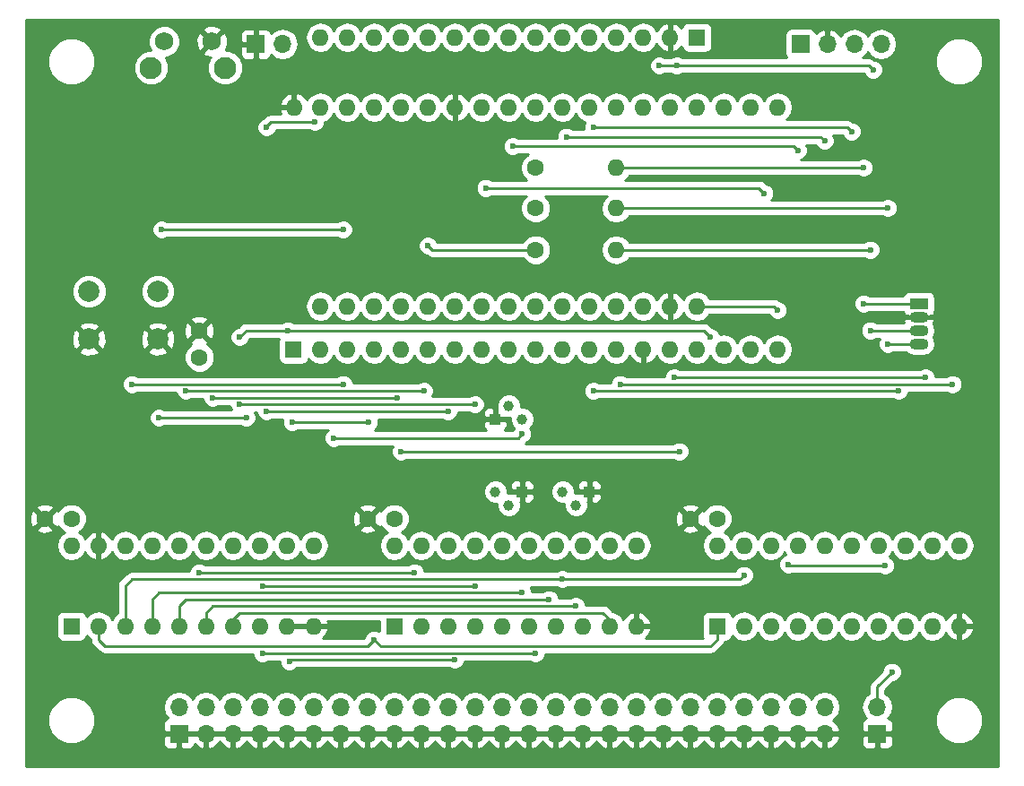
<source format=gbr>
G04 #@! TF.FileFunction,Copper,L2,Bot,Signal*
%FSLAX46Y46*%
G04 Gerber Fmt 4.6, Leading zero omitted, Abs format (unit mm)*
G04 Created by KiCad (PCBNEW 4.0.7) date 06/16/19 18:27:59*
%MOMM*%
%LPD*%
G01*
G04 APERTURE LIST*
%ADD10C,0.100000*%
%ADD11C,1.600000*%
%ADD12R,1.800000X1.070000*%
%ADD13O,1.800000X1.070000*%
%ADD14C,1.000000*%
%ADD15R,1.000000X1.000000*%
%ADD16O,1.600000X1.600000*%
%ADD17C,2.000000*%
%ADD18R,1.600000X1.600000*%
%ADD19R,1.700000X1.700000*%
%ADD20O,1.700000X1.700000*%
%ADD21C,2.100000*%
%ADD22C,1.750000*%
%ADD23C,0.600000*%
%ADD24C,0.250000*%
%ADD25C,0.254000*%
G04 APERTURE END LIST*
D10*
D11*
X130810000Y-116840000D03*
X128310000Y-116840000D03*
X161290000Y-116840000D03*
X158790000Y-116840000D03*
X191770000Y-116840000D03*
X189270000Y-116840000D03*
X142875000Y-101600000D03*
X142875000Y-99100000D03*
D12*
X210820000Y-96520000D03*
D13*
X210820000Y-97790000D03*
X210820000Y-99060000D03*
X210820000Y-100330000D03*
D14*
X172085000Y-106172000D03*
X173355000Y-107442000D03*
D15*
X170815000Y-107442000D03*
D14*
X172085000Y-115570000D03*
X170815000Y-114300000D03*
D15*
X173355000Y-114300000D03*
D14*
X178435000Y-115570000D03*
X177165000Y-114300000D03*
D15*
X179705000Y-114300000D03*
D11*
X174625000Y-83693000D03*
D16*
X182245000Y-83693000D03*
D11*
X174625000Y-87503000D03*
D16*
X182245000Y-87503000D03*
D11*
X174625000Y-91440000D03*
D16*
X182245000Y-91440000D03*
D17*
X132461000Y-99877000D03*
X132461000Y-95377000D03*
X138961000Y-99877000D03*
X138961000Y-95377000D03*
D18*
X191770000Y-127000000D03*
D16*
X214630000Y-119380000D03*
X194310000Y-127000000D03*
X212090000Y-119380000D03*
X196850000Y-127000000D03*
X209550000Y-119380000D03*
X199390000Y-127000000D03*
X207010000Y-119380000D03*
X201930000Y-127000000D03*
X204470000Y-119380000D03*
X204470000Y-127000000D03*
X201930000Y-119380000D03*
X207010000Y-127000000D03*
X199390000Y-119380000D03*
X209550000Y-127000000D03*
X196850000Y-119380000D03*
X212090000Y-127000000D03*
X194310000Y-119380000D03*
X214630000Y-127000000D03*
X191770000Y-119380000D03*
D18*
X161290000Y-127000000D03*
D16*
X184150000Y-119380000D03*
X163830000Y-127000000D03*
X181610000Y-119380000D03*
X166370000Y-127000000D03*
X179070000Y-119380000D03*
X168910000Y-127000000D03*
X176530000Y-119380000D03*
X171450000Y-127000000D03*
X173990000Y-119380000D03*
X173990000Y-127000000D03*
X171450000Y-119380000D03*
X176530000Y-127000000D03*
X168910000Y-119380000D03*
X179070000Y-127000000D03*
X166370000Y-119380000D03*
X181610000Y-127000000D03*
X163830000Y-119380000D03*
X184150000Y-127000000D03*
X161290000Y-119380000D03*
D18*
X130810000Y-127000000D03*
D16*
X153670000Y-119380000D03*
X133350000Y-127000000D03*
X151130000Y-119380000D03*
X135890000Y-127000000D03*
X148590000Y-119380000D03*
X138430000Y-127000000D03*
X146050000Y-119380000D03*
X140970000Y-127000000D03*
X143510000Y-119380000D03*
X143510000Y-127000000D03*
X140970000Y-119380000D03*
X146050000Y-127000000D03*
X138430000Y-119380000D03*
X148590000Y-127000000D03*
X135890000Y-119380000D03*
X151130000Y-127000000D03*
X133350000Y-119380000D03*
X153670000Y-127000000D03*
X130810000Y-119380000D03*
D19*
X140970000Y-137160000D03*
D20*
X140970000Y-134620000D03*
X143510000Y-137160000D03*
X143510000Y-134620000D03*
X146050000Y-137160000D03*
X146050000Y-134620000D03*
X148590000Y-137160000D03*
X148590000Y-134620000D03*
X151130000Y-137160000D03*
X151130000Y-134620000D03*
X153670000Y-137160000D03*
X153670000Y-134620000D03*
X156210000Y-137160000D03*
X156210000Y-134620000D03*
X158750000Y-137160000D03*
X158750000Y-134620000D03*
X161290000Y-137160000D03*
X161290000Y-134620000D03*
X163830000Y-137160000D03*
X163830000Y-134620000D03*
X166370000Y-137160000D03*
X166370000Y-134620000D03*
X168910000Y-137160000D03*
X168910000Y-134620000D03*
X171450000Y-137160000D03*
X171450000Y-134620000D03*
X173990000Y-137160000D03*
X173990000Y-134620000D03*
X176530000Y-137160000D03*
X176530000Y-134620000D03*
X179070000Y-137160000D03*
X179070000Y-134620000D03*
X181610000Y-137160000D03*
X181610000Y-134620000D03*
X184150000Y-137160000D03*
X184150000Y-134620000D03*
X186690000Y-137160000D03*
X186690000Y-134620000D03*
X189230000Y-137160000D03*
X189230000Y-134620000D03*
X191770000Y-137160000D03*
X191770000Y-134620000D03*
X194310000Y-137160000D03*
X194310000Y-134620000D03*
X196850000Y-137160000D03*
X196850000Y-134620000D03*
X199390000Y-137160000D03*
X199390000Y-134620000D03*
X201930000Y-137160000D03*
X201930000Y-134620000D03*
D18*
X189865000Y-71374000D03*
D16*
X187325000Y-71374000D03*
X184785000Y-71374000D03*
X182245000Y-71374000D03*
X179705000Y-71374000D03*
X177165000Y-71374000D03*
X154305000Y-96774000D03*
X174625000Y-71374000D03*
X156845000Y-96774000D03*
X172085000Y-71374000D03*
X159385000Y-96774000D03*
X169545000Y-71374000D03*
X161925000Y-96774000D03*
X167005000Y-71374000D03*
X164465000Y-96774000D03*
X164465000Y-71374000D03*
X167005000Y-96774000D03*
X161925000Y-71374000D03*
X169545000Y-96774000D03*
X159385000Y-71374000D03*
X172085000Y-96774000D03*
X156845000Y-71374000D03*
X174625000Y-96774000D03*
X154305000Y-71374000D03*
X177165000Y-96774000D03*
X179705000Y-96774000D03*
X182245000Y-96774000D03*
X184785000Y-96774000D03*
X187325000Y-96774000D03*
X189865000Y-96774000D03*
D18*
X151765000Y-100838000D03*
D16*
X154305000Y-100838000D03*
X197485000Y-77978000D03*
X156845000Y-100838000D03*
X194945000Y-77978000D03*
X159385000Y-100838000D03*
X192405000Y-77978000D03*
X161925000Y-100838000D03*
X189865000Y-77978000D03*
X164465000Y-100838000D03*
X187325000Y-77978000D03*
X167005000Y-100838000D03*
X184785000Y-77978000D03*
X169545000Y-100838000D03*
X182245000Y-77978000D03*
X172085000Y-100838000D03*
X179705000Y-77978000D03*
X174625000Y-100838000D03*
X177165000Y-77978000D03*
X177165000Y-100838000D03*
X174625000Y-77978000D03*
X179705000Y-100838000D03*
X172085000Y-77978000D03*
X182245000Y-100838000D03*
X169545000Y-77978000D03*
X184785000Y-100838000D03*
X167005000Y-77978000D03*
X187325000Y-100838000D03*
X164465000Y-77978000D03*
X189865000Y-100838000D03*
X161925000Y-77978000D03*
X192405000Y-100838000D03*
X159385000Y-77978000D03*
X194945000Y-100838000D03*
X156845000Y-77978000D03*
X197485000Y-100838000D03*
X154305000Y-77978000D03*
X151828500Y-77978000D03*
D19*
X206883000Y-137160000D03*
D20*
X206883000Y-134620000D03*
D19*
X148209000Y-72009000D03*
D20*
X150749000Y-72009000D03*
D19*
X199644000Y-72009000D03*
D20*
X202184000Y-72009000D03*
X204724000Y-72009000D03*
X207264000Y-72009000D03*
D21*
X145333000Y-74245000D03*
D22*
X144073000Y-71755000D03*
X139573000Y-71755000D03*
D21*
X138323000Y-74245000D03*
D23*
X191135000Y-99695000D03*
X151257000Y-99060000D03*
X146685000Y-99695000D03*
X156972000Y-131826000D03*
X156972000Y-127000000D03*
X178435000Y-125095000D03*
X175895000Y-124460000D03*
X173355000Y-123825000D03*
X159385000Y-128270000D03*
X155575000Y-109220000D03*
X173355000Y-108839000D03*
X151384000Y-130302000D03*
X167005000Y-130175000D03*
X148844000Y-129540000D03*
X174625000Y-129540000D03*
X142875000Y-121920000D03*
X163195000Y-121920000D03*
X164465000Y-91059000D03*
X156464000Y-104140000D03*
X136525000Y-104140000D03*
X161544000Y-105410000D03*
X144145000Y-105410000D03*
X187960000Y-74041000D03*
X186309000Y-74041000D03*
X206502000Y-74422000D03*
X164084000Y-104775000D03*
X141605000Y-104775000D03*
X166370000Y-106680000D03*
X149225000Y-106680000D03*
X168910000Y-106045000D03*
X146685000Y-106045000D03*
X204470000Y-80264000D03*
X180086000Y-79883000D03*
X177546000Y-80772000D03*
X201930000Y-81153000D03*
X180086000Y-104775000D03*
X208915000Y-104775000D03*
X172466000Y-81661000D03*
X199390000Y-82042000D03*
X182626000Y-104140000D03*
X213995000Y-104140000D03*
X196215000Y-86106000D03*
X169926000Y-85598000D03*
X187706000Y-103505000D03*
X211455000Y-103505000D03*
X149225000Y-79883000D03*
X153797000Y-79375000D03*
X139065000Y-107315000D03*
X147320000Y-107315000D03*
X194310000Y-122174000D03*
X177165000Y-122555000D03*
X151638000Y-107696000D03*
X158877000Y-107696000D03*
X168910000Y-123190000D03*
X148844000Y-123190000D03*
X207645000Y-121285000D03*
X208280000Y-131318000D03*
X198501000Y-121158000D03*
X197485000Y-97155000D03*
X188214000Y-110490000D03*
X161925000Y-110490000D03*
X139319000Y-89535000D03*
X156464000Y-89535000D03*
X205613000Y-83693000D03*
X205613000Y-96520000D03*
X206248000Y-99060000D03*
X206248000Y-91440000D03*
X207899000Y-100330000D03*
X207899000Y-87503000D03*
D24*
X151257000Y-99060000D02*
X190500000Y-99060000D01*
X190500000Y-99060000D02*
X191135000Y-99695000D01*
X147320000Y-99060000D02*
X151257000Y-99060000D01*
X146685000Y-99695000D02*
X147320000Y-99060000D01*
X153670000Y-127000000D02*
X156972000Y-127000000D01*
X146050000Y-126365000D02*
X146685000Y-125730000D01*
X180975000Y-125730000D02*
X181610000Y-126365000D01*
X181610000Y-126365000D02*
X181610000Y-127000000D01*
X146050000Y-127000000D02*
X146050000Y-126365000D01*
X180340000Y-125730000D02*
X180975000Y-125730000D01*
X146685000Y-125730000D02*
X180340000Y-125730000D01*
X144780000Y-125095000D02*
X144145000Y-125095000D01*
X178435000Y-125095000D02*
X144780000Y-125095000D01*
X143510000Y-125730000D02*
X143510000Y-127000000D01*
X144145000Y-125095000D02*
X143510000Y-125730000D01*
X143510000Y-126365000D02*
X143510000Y-127000000D01*
X142240000Y-124460000D02*
X141605000Y-124460000D01*
X175895000Y-124460000D02*
X142240000Y-124460000D01*
X140970000Y-127000000D02*
X140970000Y-125730000D01*
X140970000Y-125095000D02*
X140970000Y-125730000D01*
X141605000Y-124460000D02*
X140970000Y-125095000D01*
X139700000Y-123825000D02*
X139065000Y-123825000D01*
X138430000Y-127000000D02*
X138430000Y-125095000D01*
X173355000Y-123825000D02*
X139700000Y-123825000D01*
X138430000Y-124460000D02*
X138430000Y-125095000D01*
X139065000Y-123825000D02*
X138430000Y-124460000D01*
X159385000Y-128270000D02*
X160020000Y-128905000D01*
X191770000Y-128270000D02*
X191135000Y-128905000D01*
X191135000Y-128905000D02*
X160020000Y-128905000D01*
X191770000Y-128270000D02*
X191770000Y-127000000D01*
X159385000Y-128270000D02*
X158750000Y-128905000D01*
X133350000Y-128270000D02*
X133985000Y-128905000D01*
X133985000Y-128905000D02*
X158750000Y-128905000D01*
X133350000Y-128270000D02*
X133350000Y-127000000D01*
X167640000Y-109220000D02*
X172974000Y-109220000D01*
X155575000Y-109220000D02*
X167640000Y-109220000D01*
X172974000Y-109220000D02*
X173355000Y-108839000D01*
X153162000Y-130175000D02*
X151511000Y-130175000D01*
X151511000Y-130175000D02*
X151384000Y-130302000D01*
X153035000Y-130175000D02*
X153162000Y-130175000D01*
X153162000Y-130175000D02*
X167005000Y-130175000D01*
X150622000Y-129540000D02*
X148844000Y-129540000D01*
X150495000Y-129540000D02*
X150622000Y-129540000D01*
X150622000Y-129540000D02*
X174625000Y-129540000D01*
X142875000Y-121920000D02*
X163195000Y-121920000D01*
X174625000Y-91440000D02*
X164846000Y-91440000D01*
X164846000Y-91440000D02*
X164465000Y-91059000D01*
X136525000Y-104140000D02*
X151130000Y-104140000D01*
X151130000Y-104140000D02*
X156464000Y-104140000D01*
X156210000Y-105410000D02*
X161544000Y-105410000D01*
X144145000Y-105410000D02*
X156210000Y-105410000D01*
X206502000Y-74422000D02*
X206121000Y-74041000D01*
X206121000Y-74041000D02*
X187960000Y-74041000D01*
X187960000Y-74041000D02*
X186309000Y-74041000D01*
X164084000Y-104775000D02*
X164211000Y-104775000D01*
X158750000Y-104775000D02*
X164084000Y-104775000D01*
X141605000Y-104775000D02*
X158750000Y-104775000D01*
X166370000Y-106680000D02*
X161290000Y-106680000D01*
X149225000Y-106680000D02*
X161290000Y-106680000D01*
X168910000Y-106045000D02*
X163830000Y-106045000D01*
X146685000Y-106045000D02*
X163830000Y-106045000D01*
X204089000Y-79883000D02*
X204470000Y-80264000D01*
X201803000Y-79883000D02*
X193294000Y-79883000D01*
X184277000Y-79883000D02*
X180086000Y-79883000D01*
X193294000Y-79883000D02*
X184277000Y-79883000D01*
X201803000Y-79883000D02*
X204089000Y-79883000D01*
X196342000Y-80772000D02*
X201549000Y-80772000D01*
X177546000Y-80772000D02*
X186055000Y-80772000D01*
X196342000Y-80772000D02*
X186055000Y-80772000D01*
X201549000Y-80772000D02*
X201930000Y-81153000D01*
X180086000Y-104775000D02*
X208915000Y-104775000D01*
X194310000Y-81661000D02*
X199009000Y-81661000D01*
X172466000Y-81661000D02*
X180721000Y-81661000D01*
X194310000Y-81661000D02*
X180721000Y-81661000D01*
X199009000Y-81661000D02*
X199390000Y-82042000D01*
X182626000Y-104140000D02*
X213995000Y-104140000D01*
X196215000Y-86106000D02*
X195707000Y-85598000D01*
X195707000Y-85598000D02*
X183134000Y-85598000D01*
X169926000Y-85598000D02*
X183134000Y-85598000D01*
X211455000Y-103505000D02*
X187706000Y-103505000D01*
X149225000Y-79756000D02*
X149225000Y-79883000D01*
X149606000Y-79375000D02*
X149225000Y-79756000D01*
X153797000Y-79375000D02*
X149606000Y-79375000D01*
X147320000Y-107315000D02*
X139065000Y-107315000D01*
X177165000Y-122555000D02*
X193929000Y-122555000D01*
X193929000Y-122555000D02*
X194310000Y-122174000D01*
X135890000Y-123190000D02*
X135890000Y-127000000D01*
X136525000Y-122555000D02*
X135890000Y-123190000D01*
X177165000Y-122555000D02*
X136525000Y-122555000D01*
X151638000Y-107696000D02*
X158877000Y-107696000D01*
X168910000Y-123190000D02*
X148844000Y-123190000D01*
X206883000Y-134620000D02*
X206883000Y-132715000D01*
X206883000Y-132715000D02*
X208280000Y-131318000D01*
X198628000Y-121285000D02*
X207645000Y-121285000D01*
X198501000Y-121158000D02*
X198628000Y-121285000D01*
X189865000Y-96774000D02*
X197104000Y-96774000D01*
X197104000Y-96774000D02*
X197485000Y-97155000D01*
X161925000Y-110490000D02*
X188214000Y-110490000D01*
X139319000Y-89535000D02*
X140716000Y-89535000D01*
X142621000Y-89535000D02*
X140716000Y-89535000D01*
X140716000Y-89535000D02*
X140589000Y-89535000D01*
X156464000Y-89535000D02*
X151257000Y-89535000D01*
X151384000Y-89535000D02*
X151257000Y-89535000D01*
X151257000Y-89535000D02*
X142621000Y-89535000D01*
X142621000Y-89535000D02*
X142390000Y-89535000D01*
X205613000Y-83693000D02*
X205232000Y-83693000D01*
X205232000Y-83693000D02*
X182245000Y-83693000D01*
X205613000Y-96520000D02*
X210820000Y-96520000D01*
X210820000Y-99060000D02*
X206248000Y-99060000D01*
X206248000Y-91440000D02*
X205740000Y-91440000D01*
X205740000Y-91440000D02*
X182245000Y-91440000D01*
X207899000Y-100330000D02*
X210820000Y-100330000D01*
X182245000Y-87503000D02*
X207899000Y-87503000D01*
D25*
G36*
X218313000Y-140208000D02*
X126492000Y-140208000D01*
X126492000Y-136332619D01*
X128574613Y-136332619D01*
X128914155Y-137154372D01*
X129542321Y-137783636D01*
X130363481Y-138124611D01*
X131252619Y-138125387D01*
X132074372Y-137785845D01*
X132415061Y-137445750D01*
X139485000Y-137445750D01*
X139485000Y-138136309D01*
X139581673Y-138369698D01*
X139760301Y-138548327D01*
X139993690Y-138645000D01*
X140684250Y-138645000D01*
X140843000Y-138486250D01*
X140843000Y-137287000D01*
X141097000Y-137287000D01*
X141097000Y-138486250D01*
X141255750Y-138645000D01*
X141946310Y-138645000D01*
X142179699Y-138548327D01*
X142358327Y-138369698D01*
X142445136Y-138160122D01*
X142743076Y-138431645D01*
X143153110Y-138601476D01*
X143383000Y-138480155D01*
X143383000Y-137287000D01*
X143637000Y-137287000D01*
X143637000Y-138480155D01*
X143866890Y-138601476D01*
X144276924Y-138431645D01*
X144705183Y-138041358D01*
X144780000Y-137882046D01*
X144854817Y-138041358D01*
X145283076Y-138431645D01*
X145693110Y-138601476D01*
X145923000Y-138480155D01*
X145923000Y-137287000D01*
X146177000Y-137287000D01*
X146177000Y-138480155D01*
X146406890Y-138601476D01*
X146816924Y-138431645D01*
X147245183Y-138041358D01*
X147320000Y-137882046D01*
X147394817Y-138041358D01*
X147823076Y-138431645D01*
X148233110Y-138601476D01*
X148463000Y-138480155D01*
X148463000Y-137287000D01*
X148717000Y-137287000D01*
X148717000Y-138480155D01*
X148946890Y-138601476D01*
X149356924Y-138431645D01*
X149785183Y-138041358D01*
X149860000Y-137882046D01*
X149934817Y-138041358D01*
X150363076Y-138431645D01*
X150773110Y-138601476D01*
X151003000Y-138480155D01*
X151003000Y-137287000D01*
X151257000Y-137287000D01*
X151257000Y-138480155D01*
X151486890Y-138601476D01*
X151896924Y-138431645D01*
X152325183Y-138041358D01*
X152400000Y-137882046D01*
X152474817Y-138041358D01*
X152903076Y-138431645D01*
X153313110Y-138601476D01*
X153543000Y-138480155D01*
X153543000Y-137287000D01*
X153797000Y-137287000D01*
X153797000Y-138480155D01*
X154026890Y-138601476D01*
X154436924Y-138431645D01*
X154865183Y-138041358D01*
X154940000Y-137882046D01*
X155014817Y-138041358D01*
X155443076Y-138431645D01*
X155853110Y-138601476D01*
X156083000Y-138480155D01*
X156083000Y-137287000D01*
X156337000Y-137287000D01*
X156337000Y-138480155D01*
X156566890Y-138601476D01*
X156976924Y-138431645D01*
X157405183Y-138041358D01*
X157480000Y-137882046D01*
X157554817Y-138041358D01*
X157983076Y-138431645D01*
X158393110Y-138601476D01*
X158623000Y-138480155D01*
X158623000Y-137287000D01*
X158877000Y-137287000D01*
X158877000Y-138480155D01*
X159106890Y-138601476D01*
X159516924Y-138431645D01*
X159945183Y-138041358D01*
X160020000Y-137882046D01*
X160094817Y-138041358D01*
X160523076Y-138431645D01*
X160933110Y-138601476D01*
X161163000Y-138480155D01*
X161163000Y-137287000D01*
X161417000Y-137287000D01*
X161417000Y-138480155D01*
X161646890Y-138601476D01*
X162056924Y-138431645D01*
X162485183Y-138041358D01*
X162560000Y-137882046D01*
X162634817Y-138041358D01*
X163063076Y-138431645D01*
X163473110Y-138601476D01*
X163703000Y-138480155D01*
X163703000Y-137287000D01*
X163957000Y-137287000D01*
X163957000Y-138480155D01*
X164186890Y-138601476D01*
X164596924Y-138431645D01*
X165025183Y-138041358D01*
X165100000Y-137882046D01*
X165174817Y-138041358D01*
X165603076Y-138431645D01*
X166013110Y-138601476D01*
X166243000Y-138480155D01*
X166243000Y-137287000D01*
X166497000Y-137287000D01*
X166497000Y-138480155D01*
X166726890Y-138601476D01*
X167136924Y-138431645D01*
X167565183Y-138041358D01*
X167640000Y-137882046D01*
X167714817Y-138041358D01*
X168143076Y-138431645D01*
X168553110Y-138601476D01*
X168783000Y-138480155D01*
X168783000Y-137287000D01*
X169037000Y-137287000D01*
X169037000Y-138480155D01*
X169266890Y-138601476D01*
X169676924Y-138431645D01*
X170105183Y-138041358D01*
X170180000Y-137882046D01*
X170254817Y-138041358D01*
X170683076Y-138431645D01*
X171093110Y-138601476D01*
X171323000Y-138480155D01*
X171323000Y-137287000D01*
X171577000Y-137287000D01*
X171577000Y-138480155D01*
X171806890Y-138601476D01*
X172216924Y-138431645D01*
X172645183Y-138041358D01*
X172720000Y-137882046D01*
X172794817Y-138041358D01*
X173223076Y-138431645D01*
X173633110Y-138601476D01*
X173863000Y-138480155D01*
X173863000Y-137287000D01*
X174117000Y-137287000D01*
X174117000Y-138480155D01*
X174346890Y-138601476D01*
X174756924Y-138431645D01*
X175185183Y-138041358D01*
X175260000Y-137882046D01*
X175334817Y-138041358D01*
X175763076Y-138431645D01*
X176173110Y-138601476D01*
X176403000Y-138480155D01*
X176403000Y-137287000D01*
X176657000Y-137287000D01*
X176657000Y-138480155D01*
X176886890Y-138601476D01*
X177296924Y-138431645D01*
X177725183Y-138041358D01*
X177800000Y-137882046D01*
X177874817Y-138041358D01*
X178303076Y-138431645D01*
X178713110Y-138601476D01*
X178943000Y-138480155D01*
X178943000Y-137287000D01*
X179197000Y-137287000D01*
X179197000Y-138480155D01*
X179426890Y-138601476D01*
X179836924Y-138431645D01*
X180265183Y-138041358D01*
X180340000Y-137882046D01*
X180414817Y-138041358D01*
X180843076Y-138431645D01*
X181253110Y-138601476D01*
X181483000Y-138480155D01*
X181483000Y-137287000D01*
X181737000Y-137287000D01*
X181737000Y-138480155D01*
X181966890Y-138601476D01*
X182376924Y-138431645D01*
X182805183Y-138041358D01*
X182880000Y-137882046D01*
X182954817Y-138041358D01*
X183383076Y-138431645D01*
X183793110Y-138601476D01*
X184023000Y-138480155D01*
X184023000Y-137287000D01*
X184277000Y-137287000D01*
X184277000Y-138480155D01*
X184506890Y-138601476D01*
X184916924Y-138431645D01*
X185345183Y-138041358D01*
X185420000Y-137882046D01*
X185494817Y-138041358D01*
X185923076Y-138431645D01*
X186333110Y-138601476D01*
X186563000Y-138480155D01*
X186563000Y-137287000D01*
X186817000Y-137287000D01*
X186817000Y-138480155D01*
X187046890Y-138601476D01*
X187456924Y-138431645D01*
X187885183Y-138041358D01*
X187960000Y-137882046D01*
X188034817Y-138041358D01*
X188463076Y-138431645D01*
X188873110Y-138601476D01*
X189103000Y-138480155D01*
X189103000Y-137287000D01*
X189357000Y-137287000D01*
X189357000Y-138480155D01*
X189586890Y-138601476D01*
X189996924Y-138431645D01*
X190425183Y-138041358D01*
X190500000Y-137882046D01*
X190574817Y-138041358D01*
X191003076Y-138431645D01*
X191413110Y-138601476D01*
X191643000Y-138480155D01*
X191643000Y-137287000D01*
X191897000Y-137287000D01*
X191897000Y-138480155D01*
X192126890Y-138601476D01*
X192536924Y-138431645D01*
X192965183Y-138041358D01*
X193040000Y-137882046D01*
X193114817Y-138041358D01*
X193543076Y-138431645D01*
X193953110Y-138601476D01*
X194183000Y-138480155D01*
X194183000Y-137287000D01*
X194437000Y-137287000D01*
X194437000Y-138480155D01*
X194666890Y-138601476D01*
X195076924Y-138431645D01*
X195505183Y-138041358D01*
X195580000Y-137882046D01*
X195654817Y-138041358D01*
X196083076Y-138431645D01*
X196493110Y-138601476D01*
X196723000Y-138480155D01*
X196723000Y-137287000D01*
X196977000Y-137287000D01*
X196977000Y-138480155D01*
X197206890Y-138601476D01*
X197616924Y-138431645D01*
X198045183Y-138041358D01*
X198120000Y-137882046D01*
X198194817Y-138041358D01*
X198623076Y-138431645D01*
X199033110Y-138601476D01*
X199263000Y-138480155D01*
X199263000Y-137287000D01*
X199517000Y-137287000D01*
X199517000Y-138480155D01*
X199746890Y-138601476D01*
X200156924Y-138431645D01*
X200585183Y-138041358D01*
X200660000Y-137882046D01*
X200734817Y-138041358D01*
X201163076Y-138431645D01*
X201573110Y-138601476D01*
X201803000Y-138480155D01*
X201803000Y-137287000D01*
X202057000Y-137287000D01*
X202057000Y-138480155D01*
X202286890Y-138601476D01*
X202696924Y-138431645D01*
X203125183Y-138041358D01*
X203371486Y-137516892D01*
X203334145Y-137445750D01*
X205398000Y-137445750D01*
X205398000Y-138136310D01*
X205494673Y-138369699D01*
X205673302Y-138548327D01*
X205906691Y-138645000D01*
X206597250Y-138645000D01*
X206756000Y-138486250D01*
X206756000Y-137287000D01*
X207010000Y-137287000D01*
X207010000Y-138486250D01*
X207168750Y-138645000D01*
X207859309Y-138645000D01*
X208092698Y-138548327D01*
X208271327Y-138369699D01*
X208368000Y-138136310D01*
X208368000Y-137445750D01*
X208209250Y-137287000D01*
X207010000Y-137287000D01*
X206756000Y-137287000D01*
X205556750Y-137287000D01*
X205398000Y-137445750D01*
X203334145Y-137445750D01*
X203250819Y-137287000D01*
X202057000Y-137287000D01*
X201803000Y-137287000D01*
X199517000Y-137287000D01*
X199263000Y-137287000D01*
X196977000Y-137287000D01*
X196723000Y-137287000D01*
X194437000Y-137287000D01*
X194183000Y-137287000D01*
X191897000Y-137287000D01*
X191643000Y-137287000D01*
X189357000Y-137287000D01*
X189103000Y-137287000D01*
X186817000Y-137287000D01*
X186563000Y-137287000D01*
X184277000Y-137287000D01*
X184023000Y-137287000D01*
X181737000Y-137287000D01*
X181483000Y-137287000D01*
X179197000Y-137287000D01*
X178943000Y-137287000D01*
X176657000Y-137287000D01*
X176403000Y-137287000D01*
X174117000Y-137287000D01*
X173863000Y-137287000D01*
X171577000Y-137287000D01*
X171323000Y-137287000D01*
X169037000Y-137287000D01*
X168783000Y-137287000D01*
X166497000Y-137287000D01*
X166243000Y-137287000D01*
X163957000Y-137287000D01*
X163703000Y-137287000D01*
X161417000Y-137287000D01*
X161163000Y-137287000D01*
X158877000Y-137287000D01*
X158623000Y-137287000D01*
X156337000Y-137287000D01*
X156083000Y-137287000D01*
X153797000Y-137287000D01*
X153543000Y-137287000D01*
X151257000Y-137287000D01*
X151003000Y-137287000D01*
X148717000Y-137287000D01*
X148463000Y-137287000D01*
X146177000Y-137287000D01*
X145923000Y-137287000D01*
X143637000Y-137287000D01*
X143383000Y-137287000D01*
X141097000Y-137287000D01*
X140843000Y-137287000D01*
X139643750Y-137287000D01*
X139485000Y-137445750D01*
X132415061Y-137445750D01*
X132703636Y-137157679D01*
X133044611Y-136336519D01*
X133045387Y-135447381D01*
X132705845Y-134625628D01*
X132671185Y-134590907D01*
X139485000Y-134590907D01*
X139485000Y-134649093D01*
X139598039Y-135217378D01*
X139919946Y-135699147D01*
X139925858Y-135703097D01*
X139760301Y-135771673D01*
X139581673Y-135950302D01*
X139485000Y-136183691D01*
X139485000Y-136874250D01*
X139643750Y-137033000D01*
X140843000Y-137033000D01*
X140843000Y-137013000D01*
X141097000Y-137013000D01*
X141097000Y-137033000D01*
X143383000Y-137033000D01*
X143383000Y-137013000D01*
X143637000Y-137013000D01*
X143637000Y-137033000D01*
X145923000Y-137033000D01*
X145923000Y-137013000D01*
X146177000Y-137013000D01*
X146177000Y-137033000D01*
X148463000Y-137033000D01*
X148463000Y-137013000D01*
X148717000Y-137013000D01*
X148717000Y-137033000D01*
X151003000Y-137033000D01*
X151003000Y-137013000D01*
X151257000Y-137013000D01*
X151257000Y-137033000D01*
X153543000Y-137033000D01*
X153543000Y-137013000D01*
X153797000Y-137013000D01*
X153797000Y-137033000D01*
X156083000Y-137033000D01*
X156083000Y-137013000D01*
X156337000Y-137013000D01*
X156337000Y-137033000D01*
X158623000Y-137033000D01*
X158623000Y-137013000D01*
X158877000Y-137013000D01*
X158877000Y-137033000D01*
X161163000Y-137033000D01*
X161163000Y-137013000D01*
X161417000Y-137013000D01*
X161417000Y-137033000D01*
X163703000Y-137033000D01*
X163703000Y-137013000D01*
X163957000Y-137013000D01*
X163957000Y-137033000D01*
X166243000Y-137033000D01*
X166243000Y-137013000D01*
X166497000Y-137013000D01*
X166497000Y-137033000D01*
X168783000Y-137033000D01*
X168783000Y-137013000D01*
X169037000Y-137013000D01*
X169037000Y-137033000D01*
X171323000Y-137033000D01*
X171323000Y-137013000D01*
X171577000Y-137013000D01*
X171577000Y-137033000D01*
X173863000Y-137033000D01*
X173863000Y-137013000D01*
X174117000Y-137013000D01*
X174117000Y-137033000D01*
X176403000Y-137033000D01*
X176403000Y-137013000D01*
X176657000Y-137013000D01*
X176657000Y-137033000D01*
X178943000Y-137033000D01*
X178943000Y-137013000D01*
X179197000Y-137013000D01*
X179197000Y-137033000D01*
X181483000Y-137033000D01*
X181483000Y-137013000D01*
X181737000Y-137013000D01*
X181737000Y-137033000D01*
X184023000Y-137033000D01*
X184023000Y-137013000D01*
X184277000Y-137013000D01*
X184277000Y-137033000D01*
X186563000Y-137033000D01*
X186563000Y-137013000D01*
X186817000Y-137013000D01*
X186817000Y-137033000D01*
X189103000Y-137033000D01*
X189103000Y-137013000D01*
X189357000Y-137013000D01*
X189357000Y-137033000D01*
X191643000Y-137033000D01*
X191643000Y-137013000D01*
X191897000Y-137013000D01*
X191897000Y-137033000D01*
X194183000Y-137033000D01*
X194183000Y-137013000D01*
X194437000Y-137013000D01*
X194437000Y-137033000D01*
X196723000Y-137033000D01*
X196723000Y-137013000D01*
X196977000Y-137013000D01*
X196977000Y-137033000D01*
X199263000Y-137033000D01*
X199263000Y-137013000D01*
X199517000Y-137013000D01*
X199517000Y-137033000D01*
X201803000Y-137033000D01*
X201803000Y-137013000D01*
X202057000Y-137013000D01*
X202057000Y-137033000D01*
X203250819Y-137033000D01*
X203371486Y-136803108D01*
X203125183Y-136278642D01*
X202696924Y-135888355D01*
X202696899Y-135888345D01*
X202980054Y-135699147D01*
X203301961Y-135217378D01*
X203415000Y-134649093D01*
X203415000Y-134620000D01*
X205368907Y-134620000D01*
X205481946Y-135188285D01*
X205803853Y-135670054D01*
X205847777Y-135699403D01*
X205673302Y-135771673D01*
X205494673Y-135950301D01*
X205398000Y-136183690D01*
X205398000Y-136874250D01*
X205556750Y-137033000D01*
X206756000Y-137033000D01*
X206756000Y-137013000D01*
X207010000Y-137013000D01*
X207010000Y-137033000D01*
X208209250Y-137033000D01*
X208368000Y-136874250D01*
X208368000Y-136332619D01*
X212394613Y-136332619D01*
X212734155Y-137154372D01*
X213362321Y-137783636D01*
X214183481Y-138124611D01*
X215072619Y-138125387D01*
X215894372Y-137785845D01*
X216523636Y-137157679D01*
X216864611Y-136336519D01*
X216865387Y-135447381D01*
X216525845Y-134625628D01*
X215897679Y-133996364D01*
X215076519Y-133655389D01*
X214187381Y-133654613D01*
X213365628Y-133994155D01*
X212736364Y-134622321D01*
X212395389Y-135443481D01*
X212394613Y-136332619D01*
X208368000Y-136332619D01*
X208368000Y-136183690D01*
X208271327Y-135950301D01*
X208092698Y-135771673D01*
X207918223Y-135699403D01*
X207962147Y-135670054D01*
X208284054Y-135188285D01*
X208397093Y-134620000D01*
X208284054Y-134051715D01*
X207962147Y-133569946D01*
X207643000Y-133356699D01*
X207643000Y-133029802D01*
X208419680Y-132253122D01*
X208465167Y-132253162D01*
X208808943Y-132111117D01*
X209072192Y-131848327D01*
X209214838Y-131504799D01*
X209215162Y-131132833D01*
X209073117Y-130789057D01*
X208810327Y-130525808D01*
X208466799Y-130383162D01*
X208094833Y-130382838D01*
X207751057Y-130524883D01*
X207487808Y-130787673D01*
X207345162Y-131131201D01*
X207345121Y-131178077D01*
X206345599Y-132177599D01*
X206180852Y-132424161D01*
X206123000Y-132715000D01*
X206123000Y-133356699D01*
X205803853Y-133569946D01*
X205481946Y-134051715D01*
X205368907Y-134620000D01*
X203415000Y-134620000D01*
X203415000Y-134590907D01*
X203301961Y-134022622D01*
X202980054Y-133540853D01*
X202498285Y-133218946D01*
X201930000Y-133105907D01*
X201361715Y-133218946D01*
X200879946Y-133540853D01*
X200660000Y-133870026D01*
X200440054Y-133540853D01*
X199958285Y-133218946D01*
X199390000Y-133105907D01*
X198821715Y-133218946D01*
X198339946Y-133540853D01*
X198120000Y-133870026D01*
X197900054Y-133540853D01*
X197418285Y-133218946D01*
X196850000Y-133105907D01*
X196281715Y-133218946D01*
X195799946Y-133540853D01*
X195580000Y-133870026D01*
X195360054Y-133540853D01*
X194878285Y-133218946D01*
X194310000Y-133105907D01*
X193741715Y-133218946D01*
X193259946Y-133540853D01*
X193040000Y-133870026D01*
X192820054Y-133540853D01*
X192338285Y-133218946D01*
X191770000Y-133105907D01*
X191201715Y-133218946D01*
X190719946Y-133540853D01*
X190500000Y-133870026D01*
X190280054Y-133540853D01*
X189798285Y-133218946D01*
X189230000Y-133105907D01*
X188661715Y-133218946D01*
X188179946Y-133540853D01*
X187960000Y-133870026D01*
X187740054Y-133540853D01*
X187258285Y-133218946D01*
X186690000Y-133105907D01*
X186121715Y-133218946D01*
X185639946Y-133540853D01*
X185420000Y-133870026D01*
X185200054Y-133540853D01*
X184718285Y-133218946D01*
X184150000Y-133105907D01*
X183581715Y-133218946D01*
X183099946Y-133540853D01*
X182880000Y-133870026D01*
X182660054Y-133540853D01*
X182178285Y-133218946D01*
X181610000Y-133105907D01*
X181041715Y-133218946D01*
X180559946Y-133540853D01*
X180340000Y-133870026D01*
X180120054Y-133540853D01*
X179638285Y-133218946D01*
X179070000Y-133105907D01*
X178501715Y-133218946D01*
X178019946Y-133540853D01*
X177800000Y-133870026D01*
X177580054Y-133540853D01*
X177098285Y-133218946D01*
X176530000Y-133105907D01*
X175961715Y-133218946D01*
X175479946Y-133540853D01*
X175260000Y-133870026D01*
X175040054Y-133540853D01*
X174558285Y-133218946D01*
X173990000Y-133105907D01*
X173421715Y-133218946D01*
X172939946Y-133540853D01*
X172720000Y-133870026D01*
X172500054Y-133540853D01*
X172018285Y-133218946D01*
X171450000Y-133105907D01*
X170881715Y-133218946D01*
X170399946Y-133540853D01*
X170180000Y-133870026D01*
X169960054Y-133540853D01*
X169478285Y-133218946D01*
X168910000Y-133105907D01*
X168341715Y-133218946D01*
X167859946Y-133540853D01*
X167640000Y-133870026D01*
X167420054Y-133540853D01*
X166938285Y-133218946D01*
X166370000Y-133105907D01*
X165801715Y-133218946D01*
X165319946Y-133540853D01*
X165100000Y-133870026D01*
X164880054Y-133540853D01*
X164398285Y-133218946D01*
X163830000Y-133105907D01*
X163261715Y-133218946D01*
X162779946Y-133540853D01*
X162560000Y-133870026D01*
X162340054Y-133540853D01*
X161858285Y-133218946D01*
X161290000Y-133105907D01*
X160721715Y-133218946D01*
X160239946Y-133540853D01*
X160020000Y-133870026D01*
X159800054Y-133540853D01*
X159318285Y-133218946D01*
X158750000Y-133105907D01*
X158181715Y-133218946D01*
X157699946Y-133540853D01*
X157480000Y-133870026D01*
X157260054Y-133540853D01*
X156778285Y-133218946D01*
X156210000Y-133105907D01*
X155641715Y-133218946D01*
X155159946Y-133540853D01*
X154940000Y-133870026D01*
X154720054Y-133540853D01*
X154238285Y-133218946D01*
X153670000Y-133105907D01*
X153101715Y-133218946D01*
X152619946Y-133540853D01*
X152400000Y-133870026D01*
X152180054Y-133540853D01*
X151698285Y-133218946D01*
X151130000Y-133105907D01*
X150561715Y-133218946D01*
X150079946Y-133540853D01*
X149860000Y-133870026D01*
X149640054Y-133540853D01*
X149158285Y-133218946D01*
X148590000Y-133105907D01*
X148021715Y-133218946D01*
X147539946Y-133540853D01*
X147320000Y-133870026D01*
X147100054Y-133540853D01*
X146618285Y-133218946D01*
X146050000Y-133105907D01*
X145481715Y-133218946D01*
X144999946Y-133540853D01*
X144780000Y-133870026D01*
X144560054Y-133540853D01*
X144078285Y-133218946D01*
X143510000Y-133105907D01*
X142941715Y-133218946D01*
X142459946Y-133540853D01*
X142240000Y-133870026D01*
X142020054Y-133540853D01*
X141538285Y-133218946D01*
X140970000Y-133105907D01*
X140401715Y-133218946D01*
X139919946Y-133540853D01*
X139598039Y-134022622D01*
X139485000Y-134590907D01*
X132671185Y-134590907D01*
X132077679Y-133996364D01*
X131256519Y-133655389D01*
X130367381Y-133654613D01*
X129545628Y-133994155D01*
X128916364Y-134622321D01*
X128575389Y-135443481D01*
X128574613Y-136332619D01*
X126492000Y-136332619D01*
X126492000Y-126200000D01*
X129362560Y-126200000D01*
X129362560Y-127800000D01*
X129406838Y-128035317D01*
X129545910Y-128251441D01*
X129758110Y-128396431D01*
X130010000Y-128447440D01*
X131610000Y-128447440D01*
X131845317Y-128403162D01*
X132061441Y-128264090D01*
X132206431Y-128051890D01*
X132237815Y-127896911D01*
X132335302Y-128042811D01*
X132590000Y-128212995D01*
X132590000Y-128270000D01*
X132647852Y-128560839D01*
X132812599Y-128807401D01*
X133447599Y-129442401D01*
X133694161Y-129607148D01*
X133985000Y-129665000D01*
X147908890Y-129665000D01*
X147908838Y-129725167D01*
X148050883Y-130068943D01*
X148313673Y-130332192D01*
X148657201Y-130474838D01*
X149029167Y-130475162D01*
X149372943Y-130333117D01*
X149406118Y-130300000D01*
X150449001Y-130300000D01*
X150448838Y-130487167D01*
X150590883Y-130830943D01*
X150853673Y-131094192D01*
X151197201Y-131236838D01*
X151569167Y-131237162D01*
X151912943Y-131095117D01*
X152073340Y-130935000D01*
X166442537Y-130935000D01*
X166474673Y-130967192D01*
X166818201Y-131109838D01*
X167190167Y-131110162D01*
X167533943Y-130968117D01*
X167797192Y-130705327D01*
X167939838Y-130361799D01*
X167939892Y-130300000D01*
X174062537Y-130300000D01*
X174094673Y-130332192D01*
X174438201Y-130474838D01*
X174810167Y-130475162D01*
X175153943Y-130333117D01*
X175417192Y-130070327D01*
X175559838Y-129726799D01*
X175559892Y-129665000D01*
X191135000Y-129665000D01*
X191425839Y-129607148D01*
X191672401Y-129442401D01*
X192307401Y-128807401D01*
X192472148Y-128560839D01*
X192494705Y-128447440D01*
X192570000Y-128447440D01*
X192805317Y-128403162D01*
X193021441Y-128264090D01*
X193166431Y-128051890D01*
X193197815Y-127896911D01*
X193295302Y-128042811D01*
X193760849Y-128353880D01*
X194310000Y-128463113D01*
X194859151Y-128353880D01*
X195324698Y-128042811D01*
X195580000Y-127660725D01*
X195835302Y-128042811D01*
X196300849Y-128353880D01*
X196850000Y-128463113D01*
X197399151Y-128353880D01*
X197864698Y-128042811D01*
X198120000Y-127660725D01*
X198375302Y-128042811D01*
X198840849Y-128353880D01*
X199390000Y-128463113D01*
X199939151Y-128353880D01*
X200404698Y-128042811D01*
X200660000Y-127660725D01*
X200915302Y-128042811D01*
X201380849Y-128353880D01*
X201930000Y-128463113D01*
X202479151Y-128353880D01*
X202944698Y-128042811D01*
X203200000Y-127660725D01*
X203455302Y-128042811D01*
X203920849Y-128353880D01*
X204470000Y-128463113D01*
X205019151Y-128353880D01*
X205484698Y-128042811D01*
X205740000Y-127660725D01*
X205995302Y-128042811D01*
X206460849Y-128353880D01*
X207010000Y-128463113D01*
X207559151Y-128353880D01*
X208024698Y-128042811D01*
X208280000Y-127660725D01*
X208535302Y-128042811D01*
X209000849Y-128353880D01*
X209550000Y-128463113D01*
X210099151Y-128353880D01*
X210564698Y-128042811D01*
X210820000Y-127660725D01*
X211075302Y-128042811D01*
X211540849Y-128353880D01*
X212090000Y-128463113D01*
X212639151Y-128353880D01*
X213104698Y-128042811D01*
X213374986Y-127638297D01*
X213477611Y-127855134D01*
X213892577Y-128231041D01*
X214280961Y-128391904D01*
X214503000Y-128269915D01*
X214503000Y-127127000D01*
X214757000Y-127127000D01*
X214757000Y-128269915D01*
X214979039Y-128391904D01*
X215367423Y-128231041D01*
X215782389Y-127855134D01*
X216021914Y-127349041D01*
X215900629Y-127127000D01*
X214757000Y-127127000D01*
X214503000Y-127127000D01*
X214483000Y-127127000D01*
X214483000Y-126873000D01*
X214503000Y-126873000D01*
X214503000Y-125730085D01*
X214757000Y-125730085D01*
X214757000Y-126873000D01*
X215900629Y-126873000D01*
X216021914Y-126650959D01*
X215782389Y-126144866D01*
X215367423Y-125768959D01*
X214979039Y-125608096D01*
X214757000Y-125730085D01*
X214503000Y-125730085D01*
X214280961Y-125608096D01*
X213892577Y-125768959D01*
X213477611Y-126144866D01*
X213374986Y-126361703D01*
X213104698Y-125957189D01*
X212639151Y-125646120D01*
X212090000Y-125536887D01*
X211540849Y-125646120D01*
X211075302Y-125957189D01*
X210820000Y-126339275D01*
X210564698Y-125957189D01*
X210099151Y-125646120D01*
X209550000Y-125536887D01*
X209000849Y-125646120D01*
X208535302Y-125957189D01*
X208280000Y-126339275D01*
X208024698Y-125957189D01*
X207559151Y-125646120D01*
X207010000Y-125536887D01*
X206460849Y-125646120D01*
X205995302Y-125957189D01*
X205740000Y-126339275D01*
X205484698Y-125957189D01*
X205019151Y-125646120D01*
X204470000Y-125536887D01*
X203920849Y-125646120D01*
X203455302Y-125957189D01*
X203200000Y-126339275D01*
X202944698Y-125957189D01*
X202479151Y-125646120D01*
X201930000Y-125536887D01*
X201380849Y-125646120D01*
X200915302Y-125957189D01*
X200660000Y-126339275D01*
X200404698Y-125957189D01*
X199939151Y-125646120D01*
X199390000Y-125536887D01*
X198840849Y-125646120D01*
X198375302Y-125957189D01*
X198120000Y-126339275D01*
X197864698Y-125957189D01*
X197399151Y-125646120D01*
X196850000Y-125536887D01*
X196300849Y-125646120D01*
X195835302Y-125957189D01*
X195580000Y-126339275D01*
X195324698Y-125957189D01*
X194859151Y-125646120D01*
X194310000Y-125536887D01*
X193760849Y-125646120D01*
X193295302Y-125957189D01*
X193198899Y-126101465D01*
X193173162Y-125964683D01*
X193034090Y-125748559D01*
X192821890Y-125603569D01*
X192570000Y-125552560D01*
X190970000Y-125552560D01*
X190734683Y-125596838D01*
X190518559Y-125735910D01*
X190373569Y-125948110D01*
X190322560Y-126200000D01*
X190322560Y-127800000D01*
X190366838Y-128035317D01*
X190437417Y-128145000D01*
X184982404Y-128145000D01*
X185302389Y-127855134D01*
X185541914Y-127349041D01*
X185420629Y-127127000D01*
X184277000Y-127127000D01*
X184277000Y-127147000D01*
X184023000Y-127147000D01*
X184023000Y-127127000D01*
X184003000Y-127127000D01*
X184003000Y-126873000D01*
X184023000Y-126873000D01*
X184023000Y-125730085D01*
X184277000Y-125730085D01*
X184277000Y-126873000D01*
X185420629Y-126873000D01*
X185541914Y-126650959D01*
X185302389Y-126144866D01*
X184887423Y-125768959D01*
X184499039Y-125608096D01*
X184277000Y-125730085D01*
X184023000Y-125730085D01*
X183800961Y-125608096D01*
X183412577Y-125768959D01*
X182997611Y-126144866D01*
X182894986Y-126361703D01*
X182624698Y-125957189D01*
X182159151Y-125646120D01*
X181917943Y-125598141D01*
X181512401Y-125192599D01*
X181265839Y-125027852D01*
X180975000Y-124970000D01*
X179370110Y-124970000D01*
X179370162Y-124909833D01*
X179228117Y-124566057D01*
X178965327Y-124302808D01*
X178621799Y-124160162D01*
X178249833Y-124159838D01*
X177906057Y-124301883D01*
X177872882Y-124335000D01*
X176830110Y-124335000D01*
X176830162Y-124274833D01*
X176688117Y-123931057D01*
X176425327Y-123667808D01*
X176081799Y-123525162D01*
X175709833Y-123524838D01*
X175366057Y-123666883D01*
X175332882Y-123700000D01*
X174290110Y-123700000D01*
X174290162Y-123639833D01*
X174155944Y-123315000D01*
X176602537Y-123315000D01*
X176634673Y-123347192D01*
X176978201Y-123489838D01*
X177350167Y-123490162D01*
X177693943Y-123348117D01*
X177727118Y-123315000D01*
X193929000Y-123315000D01*
X194219839Y-123257148D01*
X194441386Y-123109115D01*
X194495167Y-123109162D01*
X194838943Y-122967117D01*
X195102192Y-122704327D01*
X195244838Y-122360799D01*
X195245162Y-121988833D01*
X195103117Y-121645057D01*
X194840327Y-121381808D01*
X194496799Y-121239162D01*
X194124833Y-121238838D01*
X193781057Y-121380883D01*
X193517808Y-121643673D01*
X193454971Y-121795000D01*
X177727463Y-121795000D01*
X177695327Y-121762808D01*
X177351799Y-121620162D01*
X176979833Y-121619838D01*
X176636057Y-121761883D01*
X176602882Y-121795000D01*
X164130110Y-121795000D01*
X164130162Y-121734833D01*
X163988117Y-121391057D01*
X163725327Y-121127808D01*
X163381799Y-120985162D01*
X163009833Y-120984838D01*
X162666057Y-121126883D01*
X162632882Y-121160000D01*
X143437463Y-121160000D01*
X143405327Y-121127808D01*
X143061799Y-120985162D01*
X142689833Y-120984838D01*
X142346057Y-121126883D01*
X142082808Y-121389673D01*
X141940162Y-121733201D01*
X141940108Y-121795000D01*
X136525000Y-121795000D01*
X136234161Y-121852852D01*
X135987599Y-122017599D01*
X135352599Y-122652599D01*
X135187852Y-122899161D01*
X135130000Y-123190000D01*
X135130000Y-125787005D01*
X134875302Y-125957189D01*
X134620000Y-126339275D01*
X134364698Y-125957189D01*
X133899151Y-125646120D01*
X133350000Y-125536887D01*
X132800849Y-125646120D01*
X132335302Y-125957189D01*
X132238899Y-126101465D01*
X132213162Y-125964683D01*
X132074090Y-125748559D01*
X131861890Y-125603569D01*
X131610000Y-125552560D01*
X130010000Y-125552560D01*
X129774683Y-125596838D01*
X129558559Y-125735910D01*
X129413569Y-125948110D01*
X129362560Y-126200000D01*
X126492000Y-126200000D01*
X126492000Y-117847745D01*
X127481861Y-117847745D01*
X127555995Y-118093864D01*
X128093223Y-118286965D01*
X128663454Y-118259778D01*
X129064005Y-118093864D01*
X129138139Y-117847745D01*
X128310000Y-117019605D01*
X127481861Y-117847745D01*
X126492000Y-117847745D01*
X126492000Y-116623223D01*
X126863035Y-116623223D01*
X126890222Y-117193454D01*
X127056136Y-117594005D01*
X127302255Y-117668139D01*
X128130395Y-116840000D01*
X128489605Y-116840000D01*
X129317745Y-117668139D01*
X129563864Y-117594005D01*
X129566196Y-117587517D01*
X129592757Y-117651800D01*
X129996077Y-118055824D01*
X130131954Y-118112245D01*
X129795302Y-118337189D01*
X129484233Y-118802736D01*
X129375000Y-119351887D01*
X129375000Y-119408113D01*
X129484233Y-119957264D01*
X129795302Y-120422811D01*
X130260849Y-120733880D01*
X130810000Y-120843113D01*
X131359151Y-120733880D01*
X131824698Y-120422811D01*
X132094986Y-120018297D01*
X132197611Y-120235134D01*
X132612577Y-120611041D01*
X133000961Y-120771904D01*
X133223000Y-120649915D01*
X133223000Y-119507000D01*
X133203000Y-119507000D01*
X133203000Y-119253000D01*
X133223000Y-119253000D01*
X133223000Y-118110085D01*
X133477000Y-118110085D01*
X133477000Y-119253000D01*
X133497000Y-119253000D01*
X133497000Y-119507000D01*
X133477000Y-119507000D01*
X133477000Y-120649915D01*
X133699039Y-120771904D01*
X134087423Y-120611041D01*
X134502389Y-120235134D01*
X134605014Y-120018297D01*
X134875302Y-120422811D01*
X135340849Y-120733880D01*
X135890000Y-120843113D01*
X136439151Y-120733880D01*
X136904698Y-120422811D01*
X137160000Y-120040725D01*
X137415302Y-120422811D01*
X137880849Y-120733880D01*
X138430000Y-120843113D01*
X138979151Y-120733880D01*
X139444698Y-120422811D01*
X139700000Y-120040725D01*
X139955302Y-120422811D01*
X140420849Y-120733880D01*
X140970000Y-120843113D01*
X141519151Y-120733880D01*
X141984698Y-120422811D01*
X142240000Y-120040725D01*
X142495302Y-120422811D01*
X142960849Y-120733880D01*
X143510000Y-120843113D01*
X144059151Y-120733880D01*
X144524698Y-120422811D01*
X144780000Y-120040725D01*
X145035302Y-120422811D01*
X145500849Y-120733880D01*
X146050000Y-120843113D01*
X146599151Y-120733880D01*
X147064698Y-120422811D01*
X147320000Y-120040725D01*
X147575302Y-120422811D01*
X148040849Y-120733880D01*
X148590000Y-120843113D01*
X149139151Y-120733880D01*
X149604698Y-120422811D01*
X149860000Y-120040725D01*
X150115302Y-120422811D01*
X150580849Y-120733880D01*
X151130000Y-120843113D01*
X151679151Y-120733880D01*
X152144698Y-120422811D01*
X152400000Y-120040725D01*
X152655302Y-120422811D01*
X153120849Y-120733880D01*
X153670000Y-120843113D01*
X154219151Y-120733880D01*
X154684698Y-120422811D01*
X154995767Y-119957264D01*
X155105000Y-119408113D01*
X155105000Y-119351887D01*
X154995767Y-118802736D01*
X154684698Y-118337189D01*
X154219151Y-118026120D01*
X153670000Y-117916887D01*
X153120849Y-118026120D01*
X152655302Y-118337189D01*
X152400000Y-118719275D01*
X152144698Y-118337189D01*
X151679151Y-118026120D01*
X151130000Y-117916887D01*
X150580849Y-118026120D01*
X150115302Y-118337189D01*
X149860000Y-118719275D01*
X149604698Y-118337189D01*
X149139151Y-118026120D01*
X148590000Y-117916887D01*
X148040849Y-118026120D01*
X147575302Y-118337189D01*
X147320000Y-118719275D01*
X147064698Y-118337189D01*
X146599151Y-118026120D01*
X146050000Y-117916887D01*
X145500849Y-118026120D01*
X145035302Y-118337189D01*
X144780000Y-118719275D01*
X144524698Y-118337189D01*
X144059151Y-118026120D01*
X143510000Y-117916887D01*
X142960849Y-118026120D01*
X142495302Y-118337189D01*
X142240000Y-118719275D01*
X141984698Y-118337189D01*
X141519151Y-118026120D01*
X140970000Y-117916887D01*
X140420849Y-118026120D01*
X139955302Y-118337189D01*
X139700000Y-118719275D01*
X139444698Y-118337189D01*
X138979151Y-118026120D01*
X138430000Y-117916887D01*
X137880849Y-118026120D01*
X137415302Y-118337189D01*
X137160000Y-118719275D01*
X136904698Y-118337189D01*
X136439151Y-118026120D01*
X135890000Y-117916887D01*
X135340849Y-118026120D01*
X134875302Y-118337189D01*
X134605014Y-118741703D01*
X134502389Y-118524866D01*
X134087423Y-118148959D01*
X133699039Y-117988096D01*
X133477000Y-118110085D01*
X133223000Y-118110085D01*
X133000961Y-117988096D01*
X132612577Y-118148959D01*
X132197611Y-118524866D01*
X132094986Y-118741703D01*
X131824698Y-118337189D01*
X131488290Y-118112408D01*
X131621800Y-118057243D01*
X131831663Y-117847745D01*
X157961861Y-117847745D01*
X158035995Y-118093864D01*
X158573223Y-118286965D01*
X159143454Y-118259778D01*
X159544005Y-118093864D01*
X159618139Y-117847745D01*
X158790000Y-117019605D01*
X157961861Y-117847745D01*
X131831663Y-117847745D01*
X132025824Y-117653923D01*
X132244750Y-117126691D01*
X132245189Y-116623223D01*
X157343035Y-116623223D01*
X157370222Y-117193454D01*
X157536136Y-117594005D01*
X157782255Y-117668139D01*
X158610395Y-116840000D01*
X158969605Y-116840000D01*
X159797745Y-117668139D01*
X160043864Y-117594005D01*
X160046196Y-117587517D01*
X160072757Y-117651800D01*
X160476077Y-118055824D01*
X160611954Y-118112245D01*
X160275302Y-118337189D01*
X159964233Y-118802736D01*
X159855000Y-119351887D01*
X159855000Y-119408113D01*
X159964233Y-119957264D01*
X160275302Y-120422811D01*
X160740849Y-120733880D01*
X161290000Y-120843113D01*
X161839151Y-120733880D01*
X162304698Y-120422811D01*
X162560000Y-120040725D01*
X162815302Y-120422811D01*
X163280849Y-120733880D01*
X163830000Y-120843113D01*
X164379151Y-120733880D01*
X164844698Y-120422811D01*
X165100000Y-120040725D01*
X165355302Y-120422811D01*
X165820849Y-120733880D01*
X166370000Y-120843113D01*
X166919151Y-120733880D01*
X167384698Y-120422811D01*
X167640000Y-120040725D01*
X167895302Y-120422811D01*
X168360849Y-120733880D01*
X168910000Y-120843113D01*
X169459151Y-120733880D01*
X169924698Y-120422811D01*
X170180000Y-120040725D01*
X170435302Y-120422811D01*
X170900849Y-120733880D01*
X171450000Y-120843113D01*
X171999151Y-120733880D01*
X172464698Y-120422811D01*
X172720000Y-120040725D01*
X172975302Y-120422811D01*
X173440849Y-120733880D01*
X173990000Y-120843113D01*
X174539151Y-120733880D01*
X175004698Y-120422811D01*
X175260000Y-120040725D01*
X175515302Y-120422811D01*
X175980849Y-120733880D01*
X176530000Y-120843113D01*
X177079151Y-120733880D01*
X177544698Y-120422811D01*
X177800000Y-120040725D01*
X178055302Y-120422811D01*
X178520849Y-120733880D01*
X179070000Y-120843113D01*
X179619151Y-120733880D01*
X180084698Y-120422811D01*
X180340000Y-120040725D01*
X180595302Y-120422811D01*
X181060849Y-120733880D01*
X181610000Y-120843113D01*
X182159151Y-120733880D01*
X182624698Y-120422811D01*
X182880000Y-120040725D01*
X183135302Y-120422811D01*
X183600849Y-120733880D01*
X184150000Y-120843113D01*
X184699151Y-120733880D01*
X185164698Y-120422811D01*
X185475767Y-119957264D01*
X185585000Y-119408113D01*
X185585000Y-119351887D01*
X185475767Y-118802736D01*
X185164698Y-118337189D01*
X184699151Y-118026120D01*
X184150000Y-117916887D01*
X183600849Y-118026120D01*
X183135302Y-118337189D01*
X182880000Y-118719275D01*
X182624698Y-118337189D01*
X182159151Y-118026120D01*
X181610000Y-117916887D01*
X181060849Y-118026120D01*
X180595302Y-118337189D01*
X180340000Y-118719275D01*
X180084698Y-118337189D01*
X179619151Y-118026120D01*
X179070000Y-117916887D01*
X178520849Y-118026120D01*
X178055302Y-118337189D01*
X177800000Y-118719275D01*
X177544698Y-118337189D01*
X177079151Y-118026120D01*
X176530000Y-117916887D01*
X175980849Y-118026120D01*
X175515302Y-118337189D01*
X175260000Y-118719275D01*
X175004698Y-118337189D01*
X174539151Y-118026120D01*
X173990000Y-117916887D01*
X173440849Y-118026120D01*
X172975302Y-118337189D01*
X172720000Y-118719275D01*
X172464698Y-118337189D01*
X171999151Y-118026120D01*
X171450000Y-117916887D01*
X170900849Y-118026120D01*
X170435302Y-118337189D01*
X170180000Y-118719275D01*
X169924698Y-118337189D01*
X169459151Y-118026120D01*
X168910000Y-117916887D01*
X168360849Y-118026120D01*
X167895302Y-118337189D01*
X167640000Y-118719275D01*
X167384698Y-118337189D01*
X166919151Y-118026120D01*
X166370000Y-117916887D01*
X165820849Y-118026120D01*
X165355302Y-118337189D01*
X165100000Y-118719275D01*
X164844698Y-118337189D01*
X164379151Y-118026120D01*
X163830000Y-117916887D01*
X163280849Y-118026120D01*
X162815302Y-118337189D01*
X162560000Y-118719275D01*
X162304698Y-118337189D01*
X161968290Y-118112408D01*
X162101800Y-118057243D01*
X162311663Y-117847745D01*
X188441861Y-117847745D01*
X188515995Y-118093864D01*
X189053223Y-118286965D01*
X189623454Y-118259778D01*
X190024005Y-118093864D01*
X190098139Y-117847745D01*
X189270000Y-117019605D01*
X188441861Y-117847745D01*
X162311663Y-117847745D01*
X162505824Y-117653923D01*
X162724750Y-117126691D01*
X162725248Y-116555813D01*
X162507243Y-116028200D01*
X162103923Y-115624176D01*
X161576691Y-115405250D01*
X161005813Y-115404752D01*
X160478200Y-115622757D01*
X160074176Y-116026077D01*
X160046577Y-116092544D01*
X160043864Y-116085995D01*
X159797745Y-116011861D01*
X158969605Y-116840000D01*
X158610395Y-116840000D01*
X157782255Y-116011861D01*
X157536136Y-116085995D01*
X157343035Y-116623223D01*
X132245189Y-116623223D01*
X132245248Y-116555813D01*
X132027243Y-116028200D01*
X131831640Y-115832255D01*
X157961861Y-115832255D01*
X158790000Y-116660395D01*
X159618139Y-115832255D01*
X159544005Y-115586136D01*
X159006777Y-115393035D01*
X158436546Y-115420222D01*
X158035995Y-115586136D01*
X157961861Y-115832255D01*
X131831640Y-115832255D01*
X131623923Y-115624176D01*
X131096691Y-115405250D01*
X130525813Y-115404752D01*
X129998200Y-115622757D01*
X129594176Y-116026077D01*
X129566577Y-116092544D01*
X129563864Y-116085995D01*
X129317745Y-116011861D01*
X128489605Y-116840000D01*
X128130395Y-116840000D01*
X127302255Y-116011861D01*
X127056136Y-116085995D01*
X126863035Y-116623223D01*
X126492000Y-116623223D01*
X126492000Y-115832255D01*
X127481861Y-115832255D01*
X128310000Y-116660395D01*
X129138139Y-115832255D01*
X129064005Y-115586136D01*
X128526777Y-115393035D01*
X127956546Y-115420222D01*
X127555995Y-115586136D01*
X127481861Y-115832255D01*
X126492000Y-115832255D01*
X126492000Y-114524775D01*
X169679803Y-114524775D01*
X169852233Y-114942086D01*
X170171235Y-115261645D01*
X170588244Y-115434803D01*
X170950117Y-115435119D01*
X170949803Y-115794775D01*
X171122233Y-116212086D01*
X171441235Y-116531645D01*
X171858244Y-116704803D01*
X172309775Y-116705197D01*
X172727086Y-116532767D01*
X173046645Y-116213765D01*
X173219803Y-115796756D01*
X173220197Y-115345225D01*
X173202311Y-115301939D01*
X173228000Y-115276250D01*
X173228000Y-114427000D01*
X173482000Y-114427000D01*
X173482000Y-115276250D01*
X173640750Y-115435000D01*
X173981310Y-115435000D01*
X174214699Y-115338327D01*
X174393327Y-115159698D01*
X174490000Y-114926309D01*
X174490000Y-114585750D01*
X174429025Y-114524775D01*
X176029803Y-114524775D01*
X176202233Y-114942086D01*
X176521235Y-115261645D01*
X176938244Y-115434803D01*
X177300117Y-115435119D01*
X177299803Y-115794775D01*
X177472233Y-116212086D01*
X177791235Y-116531645D01*
X178208244Y-116704803D01*
X178659775Y-116705197D01*
X178858166Y-116623223D01*
X187823035Y-116623223D01*
X187850222Y-117193454D01*
X188016136Y-117594005D01*
X188262255Y-117668139D01*
X189090395Y-116840000D01*
X189449605Y-116840000D01*
X190277745Y-117668139D01*
X190523864Y-117594005D01*
X190526196Y-117587517D01*
X190552757Y-117651800D01*
X190956077Y-118055824D01*
X191091954Y-118112245D01*
X190755302Y-118337189D01*
X190444233Y-118802736D01*
X190335000Y-119351887D01*
X190335000Y-119408113D01*
X190444233Y-119957264D01*
X190755302Y-120422811D01*
X191220849Y-120733880D01*
X191770000Y-120843113D01*
X192319151Y-120733880D01*
X192784698Y-120422811D01*
X193040000Y-120040725D01*
X193295302Y-120422811D01*
X193760849Y-120733880D01*
X194310000Y-120843113D01*
X194859151Y-120733880D01*
X195324698Y-120422811D01*
X195580000Y-120040725D01*
X195835302Y-120422811D01*
X196300849Y-120733880D01*
X196850000Y-120843113D01*
X197399151Y-120733880D01*
X197864698Y-120422811D01*
X198120000Y-120040725D01*
X198257726Y-120246847D01*
X197972057Y-120364883D01*
X197708808Y-120627673D01*
X197566162Y-120971201D01*
X197565838Y-121343167D01*
X197707883Y-121686943D01*
X197970673Y-121950192D01*
X198314201Y-122092838D01*
X198686167Y-122093162D01*
X198802728Y-122045000D01*
X207082537Y-122045000D01*
X207114673Y-122077192D01*
X207458201Y-122219838D01*
X207830167Y-122220162D01*
X208173943Y-122078117D01*
X208437192Y-121815327D01*
X208579838Y-121471799D01*
X208580162Y-121099833D01*
X208438117Y-120756057D01*
X208175327Y-120492808D01*
X208017822Y-120427406D01*
X208024698Y-120422811D01*
X208280000Y-120040725D01*
X208535302Y-120422811D01*
X209000849Y-120733880D01*
X209550000Y-120843113D01*
X210099151Y-120733880D01*
X210564698Y-120422811D01*
X210820000Y-120040725D01*
X211075302Y-120422811D01*
X211540849Y-120733880D01*
X212090000Y-120843113D01*
X212639151Y-120733880D01*
X213104698Y-120422811D01*
X213360000Y-120040725D01*
X213615302Y-120422811D01*
X214080849Y-120733880D01*
X214630000Y-120843113D01*
X215179151Y-120733880D01*
X215644698Y-120422811D01*
X215955767Y-119957264D01*
X216065000Y-119408113D01*
X216065000Y-119351887D01*
X215955767Y-118802736D01*
X215644698Y-118337189D01*
X215179151Y-118026120D01*
X214630000Y-117916887D01*
X214080849Y-118026120D01*
X213615302Y-118337189D01*
X213360000Y-118719275D01*
X213104698Y-118337189D01*
X212639151Y-118026120D01*
X212090000Y-117916887D01*
X211540849Y-118026120D01*
X211075302Y-118337189D01*
X210820000Y-118719275D01*
X210564698Y-118337189D01*
X210099151Y-118026120D01*
X209550000Y-117916887D01*
X209000849Y-118026120D01*
X208535302Y-118337189D01*
X208280000Y-118719275D01*
X208024698Y-118337189D01*
X207559151Y-118026120D01*
X207010000Y-117916887D01*
X206460849Y-118026120D01*
X205995302Y-118337189D01*
X205740000Y-118719275D01*
X205484698Y-118337189D01*
X205019151Y-118026120D01*
X204470000Y-117916887D01*
X203920849Y-118026120D01*
X203455302Y-118337189D01*
X203200000Y-118719275D01*
X202944698Y-118337189D01*
X202479151Y-118026120D01*
X201930000Y-117916887D01*
X201380849Y-118026120D01*
X200915302Y-118337189D01*
X200660000Y-118719275D01*
X200404698Y-118337189D01*
X199939151Y-118026120D01*
X199390000Y-117916887D01*
X198840849Y-118026120D01*
X198375302Y-118337189D01*
X198120000Y-118719275D01*
X197864698Y-118337189D01*
X197399151Y-118026120D01*
X196850000Y-117916887D01*
X196300849Y-118026120D01*
X195835302Y-118337189D01*
X195580000Y-118719275D01*
X195324698Y-118337189D01*
X194859151Y-118026120D01*
X194310000Y-117916887D01*
X193760849Y-118026120D01*
X193295302Y-118337189D01*
X193040000Y-118719275D01*
X192784698Y-118337189D01*
X192448290Y-118112408D01*
X192581800Y-118057243D01*
X192985824Y-117653923D01*
X193204750Y-117126691D01*
X193205248Y-116555813D01*
X192987243Y-116028200D01*
X192583923Y-115624176D01*
X192056691Y-115405250D01*
X191485813Y-115404752D01*
X190958200Y-115622757D01*
X190554176Y-116026077D01*
X190526577Y-116092544D01*
X190523864Y-116085995D01*
X190277745Y-116011861D01*
X189449605Y-116840000D01*
X189090395Y-116840000D01*
X188262255Y-116011861D01*
X188016136Y-116085995D01*
X187823035Y-116623223D01*
X178858166Y-116623223D01*
X179077086Y-116532767D01*
X179396645Y-116213765D01*
X179555062Y-115832255D01*
X188441861Y-115832255D01*
X189270000Y-116660395D01*
X190098139Y-115832255D01*
X190024005Y-115586136D01*
X189486777Y-115393035D01*
X188916546Y-115420222D01*
X188515995Y-115586136D01*
X188441861Y-115832255D01*
X179555062Y-115832255D01*
X179569803Y-115796756D01*
X179570197Y-115345225D01*
X179552311Y-115301939D01*
X179578000Y-115276250D01*
X179578000Y-114427000D01*
X179832000Y-114427000D01*
X179832000Y-115276250D01*
X179990750Y-115435000D01*
X180331310Y-115435000D01*
X180564699Y-115338327D01*
X180743327Y-115159698D01*
X180840000Y-114926309D01*
X180840000Y-114585750D01*
X180681250Y-114427000D01*
X179832000Y-114427000D01*
X179578000Y-114427000D01*
X178728750Y-114427000D01*
X178703302Y-114452448D01*
X178661756Y-114435197D01*
X178299883Y-114434881D01*
X178300197Y-114075225D01*
X178134286Y-113673691D01*
X178570000Y-113673691D01*
X178570000Y-114014250D01*
X178728750Y-114173000D01*
X179578000Y-114173000D01*
X179578000Y-113323750D01*
X179832000Y-113323750D01*
X179832000Y-114173000D01*
X180681250Y-114173000D01*
X180840000Y-114014250D01*
X180840000Y-113673691D01*
X180743327Y-113440302D01*
X180564699Y-113261673D01*
X180331310Y-113165000D01*
X179990750Y-113165000D01*
X179832000Y-113323750D01*
X179578000Y-113323750D01*
X179419250Y-113165000D01*
X179078690Y-113165000D01*
X178845301Y-113261673D01*
X178666673Y-113440302D01*
X178570000Y-113673691D01*
X178134286Y-113673691D01*
X178127767Y-113657914D01*
X177808765Y-113338355D01*
X177391756Y-113165197D01*
X176940225Y-113164803D01*
X176522914Y-113337233D01*
X176203355Y-113656235D01*
X176030197Y-114073244D01*
X176029803Y-114524775D01*
X174429025Y-114524775D01*
X174331250Y-114427000D01*
X173482000Y-114427000D01*
X173228000Y-114427000D01*
X172378750Y-114427000D01*
X172353302Y-114452448D01*
X172311756Y-114435197D01*
X171949883Y-114434881D01*
X171950197Y-114075225D01*
X171784286Y-113673691D01*
X172220000Y-113673691D01*
X172220000Y-114014250D01*
X172378750Y-114173000D01*
X173228000Y-114173000D01*
X173228000Y-113323750D01*
X173482000Y-113323750D01*
X173482000Y-114173000D01*
X174331250Y-114173000D01*
X174490000Y-114014250D01*
X174490000Y-113673691D01*
X174393327Y-113440302D01*
X174214699Y-113261673D01*
X173981310Y-113165000D01*
X173640750Y-113165000D01*
X173482000Y-113323750D01*
X173228000Y-113323750D01*
X173069250Y-113165000D01*
X172728690Y-113165000D01*
X172495301Y-113261673D01*
X172316673Y-113440302D01*
X172220000Y-113673691D01*
X171784286Y-113673691D01*
X171777767Y-113657914D01*
X171458765Y-113338355D01*
X171041756Y-113165197D01*
X170590225Y-113164803D01*
X170172914Y-113337233D01*
X169853355Y-113656235D01*
X169680197Y-114073244D01*
X169679803Y-114524775D01*
X126492000Y-114524775D01*
X126492000Y-104325167D01*
X135589838Y-104325167D01*
X135731883Y-104668943D01*
X135994673Y-104932192D01*
X136338201Y-105074838D01*
X136710167Y-105075162D01*
X137053943Y-104933117D01*
X137087118Y-104900000D01*
X140669890Y-104900000D01*
X140669838Y-104960167D01*
X140811883Y-105303943D01*
X141074673Y-105567192D01*
X141418201Y-105709838D01*
X141790167Y-105710162D01*
X142133943Y-105568117D01*
X142167118Y-105535000D01*
X143209890Y-105535000D01*
X143209838Y-105595167D01*
X143351883Y-105938943D01*
X143614673Y-106202192D01*
X143958201Y-106344838D01*
X144330167Y-106345162D01*
X144673943Y-106203117D01*
X144707118Y-106170000D01*
X145749890Y-106170000D01*
X145749838Y-106230167D01*
X145884056Y-106555000D01*
X139627463Y-106555000D01*
X139595327Y-106522808D01*
X139251799Y-106380162D01*
X138879833Y-106379838D01*
X138536057Y-106521883D01*
X138272808Y-106784673D01*
X138130162Y-107128201D01*
X138129838Y-107500167D01*
X138271883Y-107843943D01*
X138534673Y-108107192D01*
X138878201Y-108249838D01*
X139250167Y-108250162D01*
X139593943Y-108108117D01*
X139627118Y-108075000D01*
X146757537Y-108075000D01*
X146789673Y-108107192D01*
X147133201Y-108249838D01*
X147505167Y-108250162D01*
X147848943Y-108108117D01*
X148112192Y-107845327D01*
X148254838Y-107501799D01*
X148255162Y-107129833D01*
X148120944Y-106805000D01*
X148289890Y-106805000D01*
X148289838Y-106865167D01*
X148431883Y-107208943D01*
X148694673Y-107472192D01*
X149038201Y-107614838D01*
X149410167Y-107615162D01*
X149753943Y-107473117D01*
X149787118Y-107440000D01*
X150731897Y-107440000D01*
X150703162Y-107509201D01*
X150702838Y-107881167D01*
X150844883Y-108224943D01*
X151107673Y-108488192D01*
X151451201Y-108630838D01*
X151823167Y-108631162D01*
X152166943Y-108489117D01*
X152200118Y-108456000D01*
X155016889Y-108456000D01*
X154782808Y-108689673D01*
X154640162Y-109033201D01*
X154639838Y-109405167D01*
X154781883Y-109748943D01*
X155044673Y-110012192D01*
X155388201Y-110154838D01*
X155760167Y-110155162D01*
X156103943Y-110013117D01*
X156137118Y-109980000D01*
X161124367Y-109980000D01*
X160990162Y-110303201D01*
X160989838Y-110675167D01*
X161131883Y-111018943D01*
X161394673Y-111282192D01*
X161738201Y-111424838D01*
X162110167Y-111425162D01*
X162453943Y-111283117D01*
X162487118Y-111250000D01*
X187651537Y-111250000D01*
X187683673Y-111282192D01*
X188027201Y-111424838D01*
X188399167Y-111425162D01*
X188742943Y-111283117D01*
X189006192Y-111020327D01*
X189148838Y-110676799D01*
X189149162Y-110304833D01*
X189007117Y-109961057D01*
X188744327Y-109697808D01*
X188400799Y-109555162D01*
X188028833Y-109554838D01*
X187685057Y-109696883D01*
X187651882Y-109730000D01*
X173647047Y-109730000D01*
X173883943Y-109632117D01*
X174147192Y-109369327D01*
X174289838Y-109025799D01*
X174290162Y-108653833D01*
X174148117Y-108310057D01*
X174120088Y-108281979D01*
X174316645Y-108085765D01*
X174489803Y-107668756D01*
X174490197Y-107217225D01*
X174317767Y-106799914D01*
X173998765Y-106480355D01*
X173581756Y-106307197D01*
X173219883Y-106306881D01*
X173220197Y-105947225D01*
X173047767Y-105529914D01*
X172728765Y-105210355D01*
X172311756Y-105037197D01*
X171860225Y-105036803D01*
X171442914Y-105209233D01*
X171123355Y-105528235D01*
X170950197Y-105945244D01*
X170949803Y-106396775D01*
X170967689Y-106440061D01*
X170942000Y-106465750D01*
X170942000Y-107315000D01*
X171791250Y-107315000D01*
X171816698Y-107289552D01*
X171858244Y-107306803D01*
X172220117Y-107307119D01*
X172219803Y-107666775D01*
X172392233Y-108084086D01*
X172589665Y-108281863D01*
X172562808Y-108308673D01*
X172499971Y-108460000D01*
X171695026Y-108460000D01*
X171853327Y-108301698D01*
X171950000Y-108068309D01*
X171950000Y-107727750D01*
X171791250Y-107569000D01*
X170942000Y-107569000D01*
X170942000Y-107589000D01*
X170688000Y-107589000D01*
X170688000Y-107569000D01*
X169838750Y-107569000D01*
X169680000Y-107727750D01*
X169680000Y-108068309D01*
X169776673Y-108301698D01*
X169934974Y-108460000D01*
X159435111Y-108460000D01*
X159669192Y-108226327D01*
X159811838Y-107882799D01*
X159812162Y-107510833D01*
X159782894Y-107440000D01*
X165807537Y-107440000D01*
X165839673Y-107472192D01*
X166183201Y-107614838D01*
X166555167Y-107615162D01*
X166898943Y-107473117D01*
X167162192Y-107210327D01*
X167304838Y-106866799D01*
X167304892Y-106805000D01*
X168347537Y-106805000D01*
X168379673Y-106837192D01*
X168723201Y-106979838D01*
X169095167Y-106980162D01*
X169438943Y-106838117D01*
X169461408Y-106815691D01*
X169680000Y-106815691D01*
X169680000Y-107156250D01*
X169838750Y-107315000D01*
X170688000Y-107315000D01*
X170688000Y-106465750D01*
X170529250Y-106307000D01*
X170188690Y-106307000D01*
X169955301Y-106403673D01*
X169776673Y-106582302D01*
X169680000Y-106815691D01*
X169461408Y-106815691D01*
X169702192Y-106575327D01*
X169844838Y-106231799D01*
X169845162Y-105859833D01*
X169703117Y-105516057D01*
X169440327Y-105252808D01*
X169096799Y-105110162D01*
X168724833Y-105109838D01*
X168381057Y-105251883D01*
X168347882Y-105285000D01*
X164884633Y-105285000D01*
X165018838Y-104961799D01*
X165018839Y-104960167D01*
X179150838Y-104960167D01*
X179292883Y-105303943D01*
X179555673Y-105567192D01*
X179899201Y-105709838D01*
X180271167Y-105710162D01*
X180614943Y-105568117D01*
X180648118Y-105535000D01*
X208352537Y-105535000D01*
X208384673Y-105567192D01*
X208728201Y-105709838D01*
X209100167Y-105710162D01*
X209443943Y-105568117D01*
X209707192Y-105305327D01*
X209849838Y-104961799D01*
X209849892Y-104900000D01*
X213432537Y-104900000D01*
X213464673Y-104932192D01*
X213808201Y-105074838D01*
X214180167Y-105075162D01*
X214523943Y-104933117D01*
X214787192Y-104670327D01*
X214929838Y-104326799D01*
X214930162Y-103954833D01*
X214788117Y-103611057D01*
X214525327Y-103347808D01*
X214181799Y-103205162D01*
X213809833Y-103204838D01*
X213466057Y-103346883D01*
X213432882Y-103380000D01*
X212390110Y-103380000D01*
X212390162Y-103319833D01*
X212248117Y-102976057D01*
X211985327Y-102712808D01*
X211641799Y-102570162D01*
X211269833Y-102569838D01*
X210926057Y-102711883D01*
X210892882Y-102745000D01*
X188268463Y-102745000D01*
X188236327Y-102712808D01*
X187892799Y-102570162D01*
X187520833Y-102569838D01*
X187177057Y-102711883D01*
X186913808Y-102974673D01*
X186771162Y-103318201D01*
X186771108Y-103380000D01*
X183188463Y-103380000D01*
X183156327Y-103347808D01*
X182812799Y-103205162D01*
X182440833Y-103204838D01*
X182097057Y-103346883D01*
X181833808Y-103609673D01*
X181691162Y-103953201D01*
X181691108Y-104015000D01*
X180648463Y-104015000D01*
X180616327Y-103982808D01*
X180272799Y-103840162D01*
X179900833Y-103839838D01*
X179557057Y-103981883D01*
X179293808Y-104244673D01*
X179151162Y-104588201D01*
X179150838Y-104960167D01*
X165018839Y-104960167D01*
X165019162Y-104589833D01*
X164877117Y-104246057D01*
X164614327Y-103982808D01*
X164270799Y-103840162D01*
X163898833Y-103839838D01*
X163555057Y-103981883D01*
X163521882Y-104015000D01*
X157399110Y-104015000D01*
X157399162Y-103954833D01*
X157257117Y-103611057D01*
X156994327Y-103347808D01*
X156650799Y-103205162D01*
X156278833Y-103204838D01*
X155935057Y-103346883D01*
X155901882Y-103380000D01*
X137087463Y-103380000D01*
X137055327Y-103347808D01*
X136711799Y-103205162D01*
X136339833Y-103204838D01*
X135996057Y-103346883D01*
X135732808Y-103609673D01*
X135590162Y-103953201D01*
X135589838Y-104325167D01*
X126492000Y-104325167D01*
X126492000Y-101884187D01*
X141439752Y-101884187D01*
X141657757Y-102411800D01*
X142061077Y-102815824D01*
X142588309Y-103034750D01*
X143159187Y-103035248D01*
X143686800Y-102817243D01*
X144090824Y-102413923D01*
X144309750Y-101886691D01*
X144310248Y-101315813D01*
X144092243Y-100788200D01*
X143688923Y-100384176D01*
X143622456Y-100356577D01*
X143629005Y-100353864D01*
X143703139Y-100107745D01*
X142875000Y-99279605D01*
X142046861Y-100107745D01*
X142120995Y-100353864D01*
X142127483Y-100356196D01*
X142063200Y-100382757D01*
X141659176Y-100786077D01*
X141440250Y-101313309D01*
X141439752Y-101884187D01*
X126492000Y-101884187D01*
X126492000Y-101029532D01*
X131488073Y-101029532D01*
X131586736Y-101296387D01*
X132196461Y-101522908D01*
X132846460Y-101498856D01*
X133335264Y-101296387D01*
X133433927Y-101029532D01*
X137988073Y-101029532D01*
X138086736Y-101296387D01*
X138696461Y-101522908D01*
X139346460Y-101498856D01*
X139835264Y-101296387D01*
X139933927Y-101029532D01*
X138961000Y-100056605D01*
X137988073Y-101029532D01*
X133433927Y-101029532D01*
X132461000Y-100056605D01*
X131488073Y-101029532D01*
X126492000Y-101029532D01*
X126492000Y-99612461D01*
X130815092Y-99612461D01*
X130839144Y-100262460D01*
X131041613Y-100751264D01*
X131308468Y-100849927D01*
X132281395Y-99877000D01*
X132640605Y-99877000D01*
X133613532Y-100849927D01*
X133880387Y-100751264D01*
X134106908Y-100141539D01*
X134087331Y-99612461D01*
X137315092Y-99612461D01*
X137339144Y-100262460D01*
X137541613Y-100751264D01*
X137808468Y-100849927D01*
X138781395Y-99877000D01*
X139140605Y-99877000D01*
X140113532Y-100849927D01*
X140380387Y-100751264D01*
X140606908Y-100141539D01*
X140582856Y-99491540D01*
X140380387Y-99002736D01*
X140113532Y-98904073D01*
X139140605Y-99877000D01*
X138781395Y-99877000D01*
X137808468Y-98904073D01*
X137541613Y-99002736D01*
X137315092Y-99612461D01*
X134087331Y-99612461D01*
X134082856Y-99491540D01*
X133880387Y-99002736D01*
X133613532Y-98904073D01*
X132640605Y-99877000D01*
X132281395Y-99877000D01*
X131308468Y-98904073D01*
X131041613Y-99002736D01*
X130815092Y-99612461D01*
X126492000Y-99612461D01*
X126492000Y-98724468D01*
X131488073Y-98724468D01*
X132461000Y-99697395D01*
X133433927Y-98724468D01*
X137988073Y-98724468D01*
X138961000Y-99697395D01*
X139775172Y-98883223D01*
X141428035Y-98883223D01*
X141455222Y-99453454D01*
X141621136Y-99854005D01*
X141867255Y-99928139D01*
X142695395Y-99100000D01*
X143054605Y-99100000D01*
X143882745Y-99928139D01*
X144042008Y-99880167D01*
X145749838Y-99880167D01*
X145891883Y-100223943D01*
X146154673Y-100487192D01*
X146498201Y-100629838D01*
X146870167Y-100630162D01*
X147213943Y-100488117D01*
X147477192Y-100225327D01*
X147619838Y-99881799D01*
X147619879Y-99834923D01*
X147634802Y-99820000D01*
X150361706Y-99820000D01*
X150317560Y-100038000D01*
X150317560Y-101638000D01*
X150361838Y-101873317D01*
X150500910Y-102089441D01*
X150713110Y-102234431D01*
X150965000Y-102285440D01*
X152565000Y-102285440D01*
X152800317Y-102241162D01*
X153016441Y-102102090D01*
X153161431Y-101889890D01*
X153192815Y-101734911D01*
X153290302Y-101880811D01*
X153755849Y-102191880D01*
X154305000Y-102301113D01*
X154854151Y-102191880D01*
X155319698Y-101880811D01*
X155575000Y-101498725D01*
X155830302Y-101880811D01*
X156295849Y-102191880D01*
X156845000Y-102301113D01*
X157394151Y-102191880D01*
X157859698Y-101880811D01*
X158115000Y-101498725D01*
X158370302Y-101880811D01*
X158835849Y-102191880D01*
X159385000Y-102301113D01*
X159934151Y-102191880D01*
X160399698Y-101880811D01*
X160655000Y-101498725D01*
X160910302Y-101880811D01*
X161375849Y-102191880D01*
X161925000Y-102301113D01*
X162474151Y-102191880D01*
X162939698Y-101880811D01*
X163195000Y-101498725D01*
X163450302Y-101880811D01*
X163915849Y-102191880D01*
X164465000Y-102301113D01*
X165014151Y-102191880D01*
X165479698Y-101880811D01*
X165735000Y-101498725D01*
X165990302Y-101880811D01*
X166455849Y-102191880D01*
X167005000Y-102301113D01*
X167554151Y-102191880D01*
X168019698Y-101880811D01*
X168275000Y-101498725D01*
X168530302Y-101880811D01*
X168995849Y-102191880D01*
X169545000Y-102301113D01*
X170094151Y-102191880D01*
X170559698Y-101880811D01*
X170815000Y-101498725D01*
X171070302Y-101880811D01*
X171535849Y-102191880D01*
X172085000Y-102301113D01*
X172634151Y-102191880D01*
X173099698Y-101880811D01*
X173355000Y-101498725D01*
X173610302Y-101880811D01*
X174075849Y-102191880D01*
X174625000Y-102301113D01*
X175174151Y-102191880D01*
X175639698Y-101880811D01*
X175895000Y-101498725D01*
X176150302Y-101880811D01*
X176615849Y-102191880D01*
X177165000Y-102301113D01*
X177714151Y-102191880D01*
X178179698Y-101880811D01*
X178435000Y-101498725D01*
X178690302Y-101880811D01*
X179155849Y-102191880D01*
X179705000Y-102301113D01*
X180254151Y-102191880D01*
X180719698Y-101880811D01*
X180975000Y-101498725D01*
X181230302Y-101880811D01*
X181695849Y-102191880D01*
X182245000Y-102301113D01*
X182794151Y-102191880D01*
X183259698Y-101880811D01*
X183529986Y-101476297D01*
X183632611Y-101693134D01*
X184047577Y-102069041D01*
X184435961Y-102229904D01*
X184658000Y-102107915D01*
X184658000Y-100965000D01*
X184638000Y-100965000D01*
X184638000Y-100711000D01*
X184658000Y-100711000D01*
X184658000Y-100691000D01*
X184912000Y-100691000D01*
X184912000Y-100711000D01*
X184932000Y-100711000D01*
X184932000Y-100965000D01*
X184912000Y-100965000D01*
X184912000Y-102107915D01*
X185134039Y-102229904D01*
X185522423Y-102069041D01*
X185937389Y-101693134D01*
X186040014Y-101476297D01*
X186310302Y-101880811D01*
X186775849Y-102191880D01*
X187325000Y-102301113D01*
X187874151Y-102191880D01*
X188339698Y-101880811D01*
X188595000Y-101498725D01*
X188850302Y-101880811D01*
X189315849Y-102191880D01*
X189865000Y-102301113D01*
X190414151Y-102191880D01*
X190879698Y-101880811D01*
X191135000Y-101498725D01*
X191390302Y-101880811D01*
X191855849Y-102191880D01*
X192405000Y-102301113D01*
X192954151Y-102191880D01*
X193419698Y-101880811D01*
X193675000Y-101498725D01*
X193930302Y-101880811D01*
X194395849Y-102191880D01*
X194945000Y-102301113D01*
X195494151Y-102191880D01*
X195959698Y-101880811D01*
X196215000Y-101498725D01*
X196470302Y-101880811D01*
X196935849Y-102191880D01*
X197485000Y-102301113D01*
X198034151Y-102191880D01*
X198499698Y-101880811D01*
X198810767Y-101415264D01*
X198920000Y-100866113D01*
X198920000Y-100809887D01*
X198810767Y-100260736D01*
X198499698Y-99795189D01*
X198034151Y-99484120D01*
X197485000Y-99374887D01*
X196935849Y-99484120D01*
X196470302Y-99795189D01*
X196215000Y-100177275D01*
X195959698Y-99795189D01*
X195494151Y-99484120D01*
X194945000Y-99374887D01*
X194395849Y-99484120D01*
X193930302Y-99795189D01*
X193675000Y-100177275D01*
X193419698Y-99795189D01*
X192954151Y-99484120D01*
X192405000Y-99374887D01*
X192044068Y-99446681D01*
X191960805Y-99245167D01*
X205312838Y-99245167D01*
X205454883Y-99588943D01*
X205717673Y-99852192D01*
X206061201Y-99994838D01*
X206433167Y-99995162D01*
X206776943Y-99853117D01*
X206810118Y-99820000D01*
X207098367Y-99820000D01*
X206964162Y-100143201D01*
X206963838Y-100515167D01*
X207105883Y-100858943D01*
X207368673Y-101122192D01*
X207712201Y-101264838D01*
X208084167Y-101265162D01*
X208427943Y-101123117D01*
X208461118Y-101090000D01*
X209552635Y-101090000D01*
X209597613Y-101157315D01*
X209977188Y-101410939D01*
X210424928Y-101500000D01*
X211215072Y-101500000D01*
X211662812Y-101410939D01*
X212042387Y-101157315D01*
X212296011Y-100777740D01*
X212385072Y-100330000D01*
X212296011Y-99882260D01*
X212170888Y-99695000D01*
X212296011Y-99507740D01*
X212385072Y-99060000D01*
X212296011Y-98612260D01*
X212160354Y-98409234D01*
X212313900Y-98097383D01*
X212188244Y-97917000D01*
X211350810Y-97917000D01*
X211215072Y-97890000D01*
X210424928Y-97890000D01*
X210289190Y-97917000D01*
X209451756Y-97917000D01*
X209326100Y-98097383D01*
X209425863Y-98300000D01*
X206810463Y-98300000D01*
X206778327Y-98267808D01*
X206434799Y-98125162D01*
X206062833Y-98124838D01*
X205719057Y-98266883D01*
X205455808Y-98529673D01*
X205313162Y-98873201D01*
X205312838Y-99245167D01*
X191960805Y-99245167D01*
X191928117Y-99166057D01*
X191665327Y-98902808D01*
X191321799Y-98760162D01*
X191274923Y-98760121D01*
X191037401Y-98522599D01*
X190790839Y-98357852D01*
X190500000Y-98300000D01*
X151819463Y-98300000D01*
X151787327Y-98267808D01*
X151443799Y-98125162D01*
X151071833Y-98124838D01*
X150728057Y-98266883D01*
X150694882Y-98300000D01*
X147320000Y-98300000D01*
X147029161Y-98357852D01*
X146782599Y-98522599D01*
X146545320Y-98759878D01*
X146499833Y-98759838D01*
X146156057Y-98901883D01*
X145892808Y-99164673D01*
X145750162Y-99508201D01*
X145749838Y-99880167D01*
X144042008Y-99880167D01*
X144128864Y-99854005D01*
X144321965Y-99316777D01*
X144294778Y-98746546D01*
X144128864Y-98345995D01*
X143882745Y-98271861D01*
X143054605Y-99100000D01*
X142695395Y-99100000D01*
X141867255Y-98271861D01*
X141621136Y-98345995D01*
X141428035Y-98883223D01*
X139775172Y-98883223D01*
X139933927Y-98724468D01*
X139835264Y-98457613D01*
X139225539Y-98231092D01*
X138575540Y-98255144D01*
X138086736Y-98457613D01*
X137988073Y-98724468D01*
X133433927Y-98724468D01*
X133335264Y-98457613D01*
X132725539Y-98231092D01*
X132075540Y-98255144D01*
X131586736Y-98457613D01*
X131488073Y-98724468D01*
X126492000Y-98724468D01*
X126492000Y-98092255D01*
X142046861Y-98092255D01*
X142875000Y-98920395D01*
X143703139Y-98092255D01*
X143629005Y-97846136D01*
X143091777Y-97653035D01*
X142521546Y-97680222D01*
X142120995Y-97846136D01*
X142046861Y-98092255D01*
X126492000Y-98092255D01*
X126492000Y-95700795D01*
X130825716Y-95700795D01*
X131074106Y-96301943D01*
X131533637Y-96762278D01*
X132134352Y-97011716D01*
X132784795Y-97012284D01*
X133385943Y-96763894D01*
X133846278Y-96304363D01*
X134095716Y-95703648D01*
X134095718Y-95700795D01*
X137325716Y-95700795D01*
X137574106Y-96301943D01*
X138033637Y-96762278D01*
X138634352Y-97011716D01*
X139284795Y-97012284D01*
X139885943Y-96763894D01*
X139903981Y-96745887D01*
X152870000Y-96745887D01*
X152870000Y-96802113D01*
X152979233Y-97351264D01*
X153290302Y-97816811D01*
X153755849Y-98127880D01*
X154305000Y-98237113D01*
X154854151Y-98127880D01*
X155319698Y-97816811D01*
X155575000Y-97434725D01*
X155830302Y-97816811D01*
X156295849Y-98127880D01*
X156845000Y-98237113D01*
X157394151Y-98127880D01*
X157859698Y-97816811D01*
X158115000Y-97434725D01*
X158370302Y-97816811D01*
X158835849Y-98127880D01*
X159385000Y-98237113D01*
X159934151Y-98127880D01*
X160399698Y-97816811D01*
X160655000Y-97434725D01*
X160910302Y-97816811D01*
X161375849Y-98127880D01*
X161925000Y-98237113D01*
X162474151Y-98127880D01*
X162939698Y-97816811D01*
X163195000Y-97434725D01*
X163450302Y-97816811D01*
X163915849Y-98127880D01*
X164465000Y-98237113D01*
X165014151Y-98127880D01*
X165479698Y-97816811D01*
X165735000Y-97434725D01*
X165990302Y-97816811D01*
X166455849Y-98127880D01*
X167005000Y-98237113D01*
X167554151Y-98127880D01*
X168019698Y-97816811D01*
X168275000Y-97434725D01*
X168530302Y-97816811D01*
X168995849Y-98127880D01*
X169545000Y-98237113D01*
X170094151Y-98127880D01*
X170559698Y-97816811D01*
X170815000Y-97434725D01*
X171070302Y-97816811D01*
X171535849Y-98127880D01*
X172085000Y-98237113D01*
X172634151Y-98127880D01*
X173099698Y-97816811D01*
X173355000Y-97434725D01*
X173610302Y-97816811D01*
X174075849Y-98127880D01*
X174625000Y-98237113D01*
X175174151Y-98127880D01*
X175639698Y-97816811D01*
X175895000Y-97434725D01*
X176150302Y-97816811D01*
X176615849Y-98127880D01*
X177165000Y-98237113D01*
X177714151Y-98127880D01*
X178179698Y-97816811D01*
X178435000Y-97434725D01*
X178690302Y-97816811D01*
X179155849Y-98127880D01*
X179705000Y-98237113D01*
X180254151Y-98127880D01*
X180719698Y-97816811D01*
X180975000Y-97434725D01*
X181230302Y-97816811D01*
X181695849Y-98127880D01*
X182245000Y-98237113D01*
X182794151Y-98127880D01*
X183259698Y-97816811D01*
X183515000Y-97434725D01*
X183770302Y-97816811D01*
X184235849Y-98127880D01*
X184785000Y-98237113D01*
X185334151Y-98127880D01*
X185799698Y-97816811D01*
X186069986Y-97412297D01*
X186172611Y-97629134D01*
X186587577Y-98005041D01*
X186975961Y-98165904D01*
X187198000Y-98043915D01*
X187198000Y-96901000D01*
X187178000Y-96901000D01*
X187178000Y-96647000D01*
X187198000Y-96647000D01*
X187198000Y-95504085D01*
X187452000Y-95504085D01*
X187452000Y-96647000D01*
X187472000Y-96647000D01*
X187472000Y-96901000D01*
X187452000Y-96901000D01*
X187452000Y-98043915D01*
X187674039Y-98165904D01*
X188062423Y-98005041D01*
X188477389Y-97629134D01*
X188580014Y-97412297D01*
X188850302Y-97816811D01*
X189315849Y-98127880D01*
X189865000Y-98237113D01*
X190414151Y-98127880D01*
X190879698Y-97816811D01*
X191068667Y-97534000D01*
X196629928Y-97534000D01*
X196691883Y-97683943D01*
X196954673Y-97947192D01*
X197298201Y-98089838D01*
X197670167Y-98090162D01*
X198013943Y-97948117D01*
X198277192Y-97685327D01*
X198419838Y-97341799D01*
X198420162Y-96969833D01*
X198310805Y-96705167D01*
X204677838Y-96705167D01*
X204819883Y-97048943D01*
X205082673Y-97312192D01*
X205426201Y-97454838D01*
X205798167Y-97455162D01*
X206141943Y-97313117D01*
X206175118Y-97280000D01*
X209314897Y-97280000D01*
X209316838Y-97290317D01*
X209375725Y-97381830D01*
X209326100Y-97482617D01*
X209451756Y-97663000D01*
X209725239Y-97663000D01*
X209920000Y-97702440D01*
X211720000Y-97702440D01*
X211929605Y-97663000D01*
X212188244Y-97663000D01*
X212313900Y-97482617D01*
X212264674Y-97382639D01*
X212316431Y-97306890D01*
X212367440Y-97055000D01*
X212367440Y-95985000D01*
X212323162Y-95749683D01*
X212184090Y-95533559D01*
X211971890Y-95388569D01*
X211720000Y-95337560D01*
X209920000Y-95337560D01*
X209684683Y-95381838D01*
X209468559Y-95520910D01*
X209323569Y-95733110D01*
X209318124Y-95760000D01*
X206175463Y-95760000D01*
X206143327Y-95727808D01*
X205799799Y-95585162D01*
X205427833Y-95584838D01*
X205084057Y-95726883D01*
X204820808Y-95989673D01*
X204678162Y-96333201D01*
X204677838Y-96705167D01*
X198310805Y-96705167D01*
X198278117Y-96626057D01*
X198015327Y-96362808D01*
X197671799Y-96220162D01*
X197616729Y-96220114D01*
X197394839Y-96071852D01*
X197104000Y-96014000D01*
X191068667Y-96014000D01*
X190879698Y-95731189D01*
X190414151Y-95420120D01*
X189865000Y-95310887D01*
X189315849Y-95420120D01*
X188850302Y-95731189D01*
X188580014Y-96135703D01*
X188477389Y-95918866D01*
X188062423Y-95542959D01*
X187674039Y-95382096D01*
X187452000Y-95504085D01*
X187198000Y-95504085D01*
X186975961Y-95382096D01*
X186587577Y-95542959D01*
X186172611Y-95918866D01*
X186069986Y-96135703D01*
X185799698Y-95731189D01*
X185334151Y-95420120D01*
X184785000Y-95310887D01*
X184235849Y-95420120D01*
X183770302Y-95731189D01*
X183515000Y-96113275D01*
X183259698Y-95731189D01*
X182794151Y-95420120D01*
X182245000Y-95310887D01*
X181695849Y-95420120D01*
X181230302Y-95731189D01*
X180975000Y-96113275D01*
X180719698Y-95731189D01*
X180254151Y-95420120D01*
X179705000Y-95310887D01*
X179155849Y-95420120D01*
X178690302Y-95731189D01*
X178435000Y-96113275D01*
X178179698Y-95731189D01*
X177714151Y-95420120D01*
X177165000Y-95310887D01*
X176615849Y-95420120D01*
X176150302Y-95731189D01*
X175895000Y-96113275D01*
X175639698Y-95731189D01*
X175174151Y-95420120D01*
X174625000Y-95310887D01*
X174075849Y-95420120D01*
X173610302Y-95731189D01*
X173355000Y-96113275D01*
X173099698Y-95731189D01*
X172634151Y-95420120D01*
X172085000Y-95310887D01*
X171535849Y-95420120D01*
X171070302Y-95731189D01*
X170815000Y-96113275D01*
X170559698Y-95731189D01*
X170094151Y-95420120D01*
X169545000Y-95310887D01*
X168995849Y-95420120D01*
X168530302Y-95731189D01*
X168275000Y-96113275D01*
X168019698Y-95731189D01*
X167554151Y-95420120D01*
X167005000Y-95310887D01*
X166455849Y-95420120D01*
X165990302Y-95731189D01*
X165735000Y-96113275D01*
X165479698Y-95731189D01*
X165014151Y-95420120D01*
X164465000Y-95310887D01*
X163915849Y-95420120D01*
X163450302Y-95731189D01*
X163195000Y-96113275D01*
X162939698Y-95731189D01*
X162474151Y-95420120D01*
X161925000Y-95310887D01*
X161375849Y-95420120D01*
X160910302Y-95731189D01*
X160655000Y-96113275D01*
X160399698Y-95731189D01*
X159934151Y-95420120D01*
X159385000Y-95310887D01*
X158835849Y-95420120D01*
X158370302Y-95731189D01*
X158115000Y-96113275D01*
X157859698Y-95731189D01*
X157394151Y-95420120D01*
X156845000Y-95310887D01*
X156295849Y-95420120D01*
X155830302Y-95731189D01*
X155575000Y-96113275D01*
X155319698Y-95731189D01*
X154854151Y-95420120D01*
X154305000Y-95310887D01*
X153755849Y-95420120D01*
X153290302Y-95731189D01*
X152979233Y-96196736D01*
X152870000Y-96745887D01*
X139903981Y-96745887D01*
X140346278Y-96304363D01*
X140595716Y-95703648D01*
X140596284Y-95053205D01*
X140347894Y-94452057D01*
X139888363Y-93991722D01*
X139287648Y-93742284D01*
X138637205Y-93741716D01*
X138036057Y-93990106D01*
X137575722Y-94449637D01*
X137326284Y-95050352D01*
X137325716Y-95700795D01*
X134095718Y-95700795D01*
X134096284Y-95053205D01*
X133847894Y-94452057D01*
X133388363Y-93991722D01*
X132787648Y-93742284D01*
X132137205Y-93741716D01*
X131536057Y-93990106D01*
X131075722Y-94449637D01*
X130826284Y-95050352D01*
X130825716Y-95700795D01*
X126492000Y-95700795D01*
X126492000Y-91244167D01*
X163529838Y-91244167D01*
X163671883Y-91587943D01*
X163934673Y-91851192D01*
X164278201Y-91993838D01*
X164333270Y-91993886D01*
X164555160Y-92142148D01*
X164846000Y-92200000D01*
X173386354Y-92200000D01*
X173407757Y-92251800D01*
X173811077Y-92655824D01*
X174338309Y-92874750D01*
X174909187Y-92875248D01*
X175436800Y-92657243D01*
X175840824Y-92253923D01*
X176059750Y-91726691D01*
X176060000Y-91440000D01*
X180781887Y-91440000D01*
X180891120Y-91989151D01*
X181202189Y-92454698D01*
X181667736Y-92765767D01*
X182216887Y-92875000D01*
X182273113Y-92875000D01*
X182822264Y-92765767D01*
X183287811Y-92454698D01*
X183457995Y-92200000D01*
X205685537Y-92200000D01*
X205717673Y-92232192D01*
X206061201Y-92374838D01*
X206433167Y-92375162D01*
X206776943Y-92233117D01*
X207040192Y-91970327D01*
X207182838Y-91626799D01*
X207183162Y-91254833D01*
X207041117Y-90911057D01*
X206778327Y-90647808D01*
X206434799Y-90505162D01*
X206062833Y-90504838D01*
X205719057Y-90646883D01*
X205685882Y-90680000D01*
X183457995Y-90680000D01*
X183287811Y-90425302D01*
X182822264Y-90114233D01*
X182273113Y-90005000D01*
X182216887Y-90005000D01*
X181667736Y-90114233D01*
X181202189Y-90425302D01*
X180891120Y-90890849D01*
X180781887Y-91440000D01*
X176060000Y-91440000D01*
X176060248Y-91155813D01*
X175842243Y-90628200D01*
X175438923Y-90224176D01*
X174911691Y-90005250D01*
X174340813Y-90004752D01*
X173813200Y-90222757D01*
X173409176Y-90626077D01*
X173386785Y-90680000D01*
X165320072Y-90680000D01*
X165258117Y-90530057D01*
X164995327Y-90266808D01*
X164651799Y-90124162D01*
X164279833Y-90123838D01*
X163936057Y-90265883D01*
X163672808Y-90528673D01*
X163530162Y-90872201D01*
X163529838Y-91244167D01*
X126492000Y-91244167D01*
X126492000Y-89720167D01*
X138383838Y-89720167D01*
X138525883Y-90063943D01*
X138788673Y-90327192D01*
X139132201Y-90469838D01*
X139504167Y-90470162D01*
X139847943Y-90328117D01*
X139881118Y-90295000D01*
X155901537Y-90295000D01*
X155933673Y-90327192D01*
X156277201Y-90469838D01*
X156649167Y-90470162D01*
X156992943Y-90328117D01*
X157256192Y-90065327D01*
X157398838Y-89721799D01*
X157399162Y-89349833D01*
X157257117Y-89006057D01*
X156994327Y-88742808D01*
X156650799Y-88600162D01*
X156278833Y-88599838D01*
X155935057Y-88741883D01*
X155901882Y-88775000D01*
X139881463Y-88775000D01*
X139849327Y-88742808D01*
X139505799Y-88600162D01*
X139133833Y-88599838D01*
X138790057Y-88741883D01*
X138526808Y-89004673D01*
X138384162Y-89348201D01*
X138383838Y-89720167D01*
X126492000Y-89720167D01*
X126492000Y-80068167D01*
X148289838Y-80068167D01*
X148431883Y-80411943D01*
X148694673Y-80675192D01*
X149038201Y-80817838D01*
X149410167Y-80818162D01*
X149753943Y-80676117D01*
X150017192Y-80413327D01*
X150132764Y-80135000D01*
X153234537Y-80135000D01*
X153266673Y-80167192D01*
X153610201Y-80309838D01*
X153982167Y-80310162D01*
X154325943Y-80168117D01*
X154589192Y-79905327D01*
X154731838Y-79561799D01*
X154732017Y-79356174D01*
X154854151Y-79331880D01*
X155319698Y-79020811D01*
X155575000Y-78638725D01*
X155830302Y-79020811D01*
X156295849Y-79331880D01*
X156845000Y-79441113D01*
X157394151Y-79331880D01*
X157859698Y-79020811D01*
X158115000Y-78638725D01*
X158370302Y-79020811D01*
X158835849Y-79331880D01*
X159385000Y-79441113D01*
X159934151Y-79331880D01*
X160399698Y-79020811D01*
X160655000Y-78638725D01*
X160910302Y-79020811D01*
X161375849Y-79331880D01*
X161925000Y-79441113D01*
X162474151Y-79331880D01*
X162939698Y-79020811D01*
X163195000Y-78638725D01*
X163450302Y-79020811D01*
X163915849Y-79331880D01*
X164465000Y-79441113D01*
X165014151Y-79331880D01*
X165479698Y-79020811D01*
X165749986Y-78616297D01*
X165852611Y-78833134D01*
X166267577Y-79209041D01*
X166655961Y-79369904D01*
X166878000Y-79247915D01*
X166878000Y-78105000D01*
X166858000Y-78105000D01*
X166858000Y-77851000D01*
X166878000Y-77851000D01*
X166878000Y-76708085D01*
X167132000Y-76708085D01*
X167132000Y-77851000D01*
X167152000Y-77851000D01*
X167152000Y-78105000D01*
X167132000Y-78105000D01*
X167132000Y-79247915D01*
X167354039Y-79369904D01*
X167742423Y-79209041D01*
X168157389Y-78833134D01*
X168260014Y-78616297D01*
X168530302Y-79020811D01*
X168995849Y-79331880D01*
X169545000Y-79441113D01*
X170094151Y-79331880D01*
X170559698Y-79020811D01*
X170815000Y-78638725D01*
X171070302Y-79020811D01*
X171535849Y-79331880D01*
X172085000Y-79441113D01*
X172634151Y-79331880D01*
X173099698Y-79020811D01*
X173355000Y-78638725D01*
X173610302Y-79020811D01*
X174075849Y-79331880D01*
X174625000Y-79441113D01*
X175174151Y-79331880D01*
X175639698Y-79020811D01*
X175895000Y-78638725D01*
X176150302Y-79020811D01*
X176615849Y-79331880D01*
X177165000Y-79441113D01*
X177714151Y-79331880D01*
X178179698Y-79020811D01*
X178435000Y-78638725D01*
X178690302Y-79020811D01*
X179155849Y-79331880D01*
X179291258Y-79358815D01*
X179151162Y-79696201D01*
X179150887Y-80012000D01*
X178108463Y-80012000D01*
X178076327Y-79979808D01*
X177732799Y-79837162D01*
X177360833Y-79836838D01*
X177017057Y-79978883D01*
X176753808Y-80241673D01*
X176611162Y-80585201D01*
X176610887Y-80901000D01*
X173028463Y-80901000D01*
X172996327Y-80868808D01*
X172652799Y-80726162D01*
X172280833Y-80725838D01*
X171937057Y-80867883D01*
X171673808Y-81130673D01*
X171531162Y-81474201D01*
X171530838Y-81846167D01*
X171672883Y-82189943D01*
X171935673Y-82453192D01*
X172279201Y-82595838D01*
X172651167Y-82596162D01*
X172994943Y-82454117D01*
X173028118Y-82421000D01*
X173945722Y-82421000D01*
X173813200Y-82475757D01*
X173409176Y-82879077D01*
X173190250Y-83406309D01*
X173189752Y-83977187D01*
X173407757Y-84504800D01*
X173740376Y-84838000D01*
X170488463Y-84838000D01*
X170456327Y-84805808D01*
X170112799Y-84663162D01*
X169740833Y-84662838D01*
X169397057Y-84804883D01*
X169133808Y-85067673D01*
X168991162Y-85411201D01*
X168990838Y-85783167D01*
X169132883Y-86126943D01*
X169395673Y-86390192D01*
X169739201Y-86532838D01*
X170111167Y-86533162D01*
X170454943Y-86391117D01*
X170488118Y-86358000D01*
X173740831Y-86358000D01*
X173409176Y-86689077D01*
X173190250Y-87216309D01*
X173189752Y-87787187D01*
X173407757Y-88314800D01*
X173811077Y-88718824D01*
X174338309Y-88937750D01*
X174909187Y-88938248D01*
X175436800Y-88720243D01*
X175840824Y-88316923D01*
X176059750Y-87789691D01*
X176060248Y-87218813D01*
X175842243Y-86691200D01*
X175509624Y-86358000D01*
X181397199Y-86358000D01*
X181202189Y-86488302D01*
X180891120Y-86953849D01*
X180781887Y-87503000D01*
X180891120Y-88052151D01*
X181202189Y-88517698D01*
X181667736Y-88828767D01*
X182216887Y-88938000D01*
X182273113Y-88938000D01*
X182822264Y-88828767D01*
X183287811Y-88517698D01*
X183457995Y-88263000D01*
X207336537Y-88263000D01*
X207368673Y-88295192D01*
X207712201Y-88437838D01*
X208084167Y-88438162D01*
X208427943Y-88296117D01*
X208691192Y-88033327D01*
X208833838Y-87689799D01*
X208834162Y-87317833D01*
X208692117Y-86974057D01*
X208429327Y-86710808D01*
X208085799Y-86568162D01*
X207713833Y-86567838D01*
X207370057Y-86709883D01*
X207336882Y-86743000D01*
X196900333Y-86743000D01*
X197007192Y-86636327D01*
X197149838Y-86292799D01*
X197150162Y-85920833D01*
X197008117Y-85577057D01*
X196745327Y-85313808D01*
X196401799Y-85171162D01*
X196354923Y-85171121D01*
X196244401Y-85060599D01*
X195997839Y-84895852D01*
X195707000Y-84838000D01*
X183092801Y-84838000D01*
X183287811Y-84707698D01*
X183457995Y-84453000D01*
X205050537Y-84453000D01*
X205082673Y-84485192D01*
X205426201Y-84627838D01*
X205798167Y-84628162D01*
X206141943Y-84486117D01*
X206405192Y-84223327D01*
X206547838Y-83879799D01*
X206548162Y-83507833D01*
X206406117Y-83164057D01*
X206143327Y-82900808D01*
X205799799Y-82758162D01*
X205427833Y-82757838D01*
X205084057Y-82899883D01*
X205050882Y-82933000D01*
X199682047Y-82933000D01*
X199918943Y-82835117D01*
X200182192Y-82572327D01*
X200324838Y-82228799D01*
X200325162Y-81856833D01*
X200190944Y-81532000D01*
X201074928Y-81532000D01*
X201136883Y-81681943D01*
X201399673Y-81945192D01*
X201743201Y-82087838D01*
X202115167Y-82088162D01*
X202458943Y-81946117D01*
X202722192Y-81683327D01*
X202864838Y-81339799D01*
X202865162Y-80967833D01*
X202730944Y-80643000D01*
X203614928Y-80643000D01*
X203676883Y-80792943D01*
X203939673Y-81056192D01*
X204283201Y-81198838D01*
X204655167Y-81199162D01*
X204998943Y-81057117D01*
X205262192Y-80794327D01*
X205404838Y-80450799D01*
X205405162Y-80078833D01*
X205263117Y-79735057D01*
X205000327Y-79471808D01*
X204656799Y-79329162D01*
X204601729Y-79329114D01*
X204379839Y-79180852D01*
X204089000Y-79123000D01*
X198346762Y-79123000D01*
X198499698Y-79020811D01*
X198810767Y-78555264D01*
X198920000Y-78006113D01*
X198920000Y-77949887D01*
X198810767Y-77400736D01*
X198499698Y-76935189D01*
X198034151Y-76624120D01*
X197485000Y-76514887D01*
X196935849Y-76624120D01*
X196470302Y-76935189D01*
X196215000Y-77317275D01*
X195959698Y-76935189D01*
X195494151Y-76624120D01*
X194945000Y-76514887D01*
X194395849Y-76624120D01*
X193930302Y-76935189D01*
X193675000Y-77317275D01*
X193419698Y-76935189D01*
X192954151Y-76624120D01*
X192405000Y-76514887D01*
X191855849Y-76624120D01*
X191390302Y-76935189D01*
X191135000Y-77317275D01*
X190879698Y-76935189D01*
X190414151Y-76624120D01*
X189865000Y-76514887D01*
X189315849Y-76624120D01*
X188850302Y-76935189D01*
X188595000Y-77317275D01*
X188339698Y-76935189D01*
X187874151Y-76624120D01*
X187325000Y-76514887D01*
X186775849Y-76624120D01*
X186310302Y-76935189D01*
X186055000Y-77317275D01*
X185799698Y-76935189D01*
X185334151Y-76624120D01*
X184785000Y-76514887D01*
X184235849Y-76624120D01*
X183770302Y-76935189D01*
X183515000Y-77317275D01*
X183259698Y-76935189D01*
X182794151Y-76624120D01*
X182245000Y-76514887D01*
X181695849Y-76624120D01*
X181230302Y-76935189D01*
X180975000Y-77317275D01*
X180719698Y-76935189D01*
X180254151Y-76624120D01*
X179705000Y-76514887D01*
X179155849Y-76624120D01*
X178690302Y-76935189D01*
X178435000Y-77317275D01*
X178179698Y-76935189D01*
X177714151Y-76624120D01*
X177165000Y-76514887D01*
X176615849Y-76624120D01*
X176150302Y-76935189D01*
X175895000Y-77317275D01*
X175639698Y-76935189D01*
X175174151Y-76624120D01*
X174625000Y-76514887D01*
X174075849Y-76624120D01*
X173610302Y-76935189D01*
X173355000Y-77317275D01*
X173099698Y-76935189D01*
X172634151Y-76624120D01*
X172085000Y-76514887D01*
X171535849Y-76624120D01*
X171070302Y-76935189D01*
X170815000Y-77317275D01*
X170559698Y-76935189D01*
X170094151Y-76624120D01*
X169545000Y-76514887D01*
X168995849Y-76624120D01*
X168530302Y-76935189D01*
X168260014Y-77339703D01*
X168157389Y-77122866D01*
X167742423Y-76746959D01*
X167354039Y-76586096D01*
X167132000Y-76708085D01*
X166878000Y-76708085D01*
X166655961Y-76586096D01*
X166267577Y-76746959D01*
X165852611Y-77122866D01*
X165749986Y-77339703D01*
X165479698Y-76935189D01*
X165014151Y-76624120D01*
X164465000Y-76514887D01*
X163915849Y-76624120D01*
X163450302Y-76935189D01*
X163195000Y-77317275D01*
X162939698Y-76935189D01*
X162474151Y-76624120D01*
X161925000Y-76514887D01*
X161375849Y-76624120D01*
X160910302Y-76935189D01*
X160655000Y-77317275D01*
X160399698Y-76935189D01*
X159934151Y-76624120D01*
X159385000Y-76514887D01*
X158835849Y-76624120D01*
X158370302Y-76935189D01*
X158115000Y-77317275D01*
X157859698Y-76935189D01*
X157394151Y-76624120D01*
X156845000Y-76514887D01*
X156295849Y-76624120D01*
X155830302Y-76935189D01*
X155575000Y-77317275D01*
X155319698Y-76935189D01*
X154854151Y-76624120D01*
X154305000Y-76514887D01*
X153755849Y-76624120D01*
X153290302Y-76935189D01*
X153057185Y-77284072D01*
X152980889Y-77122866D01*
X152565923Y-76746959D01*
X152177539Y-76586096D01*
X151955500Y-76708085D01*
X151955500Y-77851000D01*
X151975500Y-77851000D01*
X151975500Y-78105000D01*
X151955500Y-78105000D01*
X151955500Y-78125000D01*
X151701500Y-78125000D01*
X151701500Y-78105000D01*
X150557871Y-78105000D01*
X150436586Y-78327041D01*
X150572872Y-78615000D01*
X149606000Y-78615000D01*
X149315160Y-78672852D01*
X149068599Y-78837599D01*
X148900992Y-79005206D01*
X148696057Y-79089883D01*
X148432808Y-79352673D01*
X148290162Y-79696201D01*
X148289838Y-80068167D01*
X126492000Y-80068167D01*
X126492000Y-77628959D01*
X150436586Y-77628959D01*
X150557871Y-77851000D01*
X151701500Y-77851000D01*
X151701500Y-76708085D01*
X151479461Y-76586096D01*
X151091077Y-76746959D01*
X150676111Y-77122866D01*
X150436586Y-77628959D01*
X126492000Y-77628959D01*
X126492000Y-74102619D01*
X128574613Y-74102619D01*
X128914155Y-74924372D01*
X129542321Y-75553636D01*
X130363481Y-75894611D01*
X131252619Y-75895387D01*
X132074372Y-75555845D01*
X132703636Y-74927679D01*
X132848545Y-74578697D01*
X136637708Y-74578697D01*
X136893694Y-75198229D01*
X137367278Y-75672640D01*
X137986362Y-75929707D01*
X138656697Y-75930292D01*
X139276229Y-75674306D01*
X139750640Y-75200722D01*
X140007707Y-74581638D01*
X140008292Y-73911303D01*
X139752306Y-73291771D01*
X139725716Y-73265134D01*
X139872040Y-73265262D01*
X140427229Y-73035862D01*
X140646413Y-72817060D01*
X143190545Y-72817060D01*
X143273884Y-73070953D01*
X143838306Y-73276590D01*
X143921690Y-73272976D01*
X143905360Y-73289278D01*
X143648293Y-73908362D01*
X143647708Y-74578697D01*
X143903694Y-75198229D01*
X144377278Y-75672640D01*
X144996362Y-75929707D01*
X145666697Y-75930292D01*
X146286229Y-75674306D01*
X146760640Y-75200722D01*
X147017707Y-74581638D01*
X147018017Y-74226167D01*
X185373838Y-74226167D01*
X185515883Y-74569943D01*
X185778673Y-74833192D01*
X186122201Y-74975838D01*
X186494167Y-74976162D01*
X186837943Y-74834117D01*
X186871118Y-74801000D01*
X187397537Y-74801000D01*
X187429673Y-74833192D01*
X187773201Y-74975838D01*
X188145167Y-74976162D01*
X188488943Y-74834117D01*
X188522118Y-74801000D01*
X205646928Y-74801000D01*
X205708883Y-74950943D01*
X205971673Y-75214192D01*
X206315201Y-75356838D01*
X206687167Y-75357162D01*
X207030943Y-75215117D01*
X207294192Y-74952327D01*
X207436838Y-74608799D01*
X207437162Y-74236833D01*
X207381707Y-74102619D01*
X212394613Y-74102619D01*
X212734155Y-74924372D01*
X213362321Y-75553636D01*
X214183481Y-75894611D01*
X215072619Y-75895387D01*
X215894372Y-75555845D01*
X216523636Y-74927679D01*
X216864611Y-74106519D01*
X216865387Y-73217381D01*
X216525845Y-72395628D01*
X215897679Y-71766364D01*
X215076519Y-71425389D01*
X214187381Y-71424613D01*
X213365628Y-71764155D01*
X212736364Y-72392321D01*
X212395389Y-73213481D01*
X212394613Y-74102619D01*
X207381707Y-74102619D01*
X207295117Y-73893057D01*
X207032327Y-73629808D01*
X206688799Y-73487162D01*
X206633729Y-73487114D01*
X206411839Y-73338852D01*
X206121000Y-73281000D01*
X205485428Y-73281000D01*
X205774054Y-73088147D01*
X205994000Y-72758974D01*
X206213946Y-73088147D01*
X206695715Y-73410054D01*
X207264000Y-73523093D01*
X207832285Y-73410054D01*
X208314054Y-73088147D01*
X208635961Y-72606378D01*
X208749000Y-72038093D01*
X208749000Y-71979907D01*
X208635961Y-71411622D01*
X208314054Y-70929853D01*
X207832285Y-70607946D01*
X207264000Y-70494907D01*
X206695715Y-70607946D01*
X206213946Y-70929853D01*
X205994000Y-71259026D01*
X205774054Y-70929853D01*
X205292285Y-70607946D01*
X204724000Y-70494907D01*
X204155715Y-70607946D01*
X203673946Y-70929853D01*
X203446298Y-71270553D01*
X203379183Y-71127642D01*
X202950924Y-70737355D01*
X202540890Y-70567524D01*
X202311000Y-70688845D01*
X202311000Y-71882000D01*
X202331000Y-71882000D01*
X202331000Y-72136000D01*
X202311000Y-72136000D01*
X202311000Y-72156000D01*
X202057000Y-72156000D01*
X202057000Y-72136000D01*
X202037000Y-72136000D01*
X202037000Y-71882000D01*
X202057000Y-71882000D01*
X202057000Y-70688845D01*
X201827110Y-70567524D01*
X201417076Y-70737355D01*
X201114063Y-71013501D01*
X201097162Y-70923683D01*
X200958090Y-70707559D01*
X200745890Y-70562569D01*
X200494000Y-70511560D01*
X198794000Y-70511560D01*
X198558683Y-70555838D01*
X198342559Y-70694910D01*
X198197569Y-70907110D01*
X198146560Y-71159000D01*
X198146560Y-72859000D01*
X198190838Y-73094317D01*
X198310965Y-73281000D01*
X188522463Y-73281000D01*
X188490327Y-73248808D01*
X188146799Y-73106162D01*
X187774833Y-73105838D01*
X187431057Y-73247883D01*
X187397882Y-73281000D01*
X186871463Y-73281000D01*
X186839327Y-73248808D01*
X186495799Y-73106162D01*
X186123833Y-73105838D01*
X185780057Y-73247883D01*
X185516808Y-73510673D01*
X185374162Y-73854201D01*
X185373838Y-74226167D01*
X147018017Y-74226167D01*
X147018292Y-73911303D01*
X146762306Y-73291771D01*
X146288722Y-72817360D01*
X145669638Y-72560293D01*
X145370929Y-72560032D01*
X145388953Y-72554116D01*
X145483448Y-72294750D01*
X146724000Y-72294750D01*
X146724000Y-72985309D01*
X146820673Y-73218698D01*
X146999301Y-73397327D01*
X147232690Y-73494000D01*
X147923250Y-73494000D01*
X148082000Y-73335250D01*
X148082000Y-72136000D01*
X146882750Y-72136000D01*
X146724000Y-72294750D01*
X145483448Y-72294750D01*
X145594590Y-71989694D01*
X145568579Y-71389542D01*
X145420768Y-71032691D01*
X146724000Y-71032691D01*
X146724000Y-71723250D01*
X146882750Y-71882000D01*
X148082000Y-71882000D01*
X148082000Y-70682750D01*
X148336000Y-70682750D01*
X148336000Y-71882000D01*
X148356000Y-71882000D01*
X148356000Y-72136000D01*
X148336000Y-72136000D01*
X148336000Y-73335250D01*
X148494750Y-73494000D01*
X149185310Y-73494000D01*
X149418699Y-73397327D01*
X149597327Y-73218698D01*
X149669597Y-73044223D01*
X149698946Y-73088147D01*
X150180715Y-73410054D01*
X150749000Y-73523093D01*
X151317285Y-73410054D01*
X151799054Y-73088147D01*
X152120961Y-72606378D01*
X152234000Y-72038093D01*
X152234000Y-71979907D01*
X152120961Y-71411622D01*
X152077039Y-71345887D01*
X152870000Y-71345887D01*
X152870000Y-71402113D01*
X152979233Y-71951264D01*
X153290302Y-72416811D01*
X153755849Y-72727880D01*
X154305000Y-72837113D01*
X154854151Y-72727880D01*
X155319698Y-72416811D01*
X155575000Y-72034725D01*
X155830302Y-72416811D01*
X156295849Y-72727880D01*
X156845000Y-72837113D01*
X157394151Y-72727880D01*
X157859698Y-72416811D01*
X158115000Y-72034725D01*
X158370302Y-72416811D01*
X158835849Y-72727880D01*
X159385000Y-72837113D01*
X159934151Y-72727880D01*
X160399698Y-72416811D01*
X160655000Y-72034725D01*
X160910302Y-72416811D01*
X161375849Y-72727880D01*
X161925000Y-72837113D01*
X162474151Y-72727880D01*
X162939698Y-72416811D01*
X163195000Y-72034725D01*
X163450302Y-72416811D01*
X163915849Y-72727880D01*
X164465000Y-72837113D01*
X165014151Y-72727880D01*
X165479698Y-72416811D01*
X165735000Y-72034725D01*
X165990302Y-72416811D01*
X166455849Y-72727880D01*
X167005000Y-72837113D01*
X167554151Y-72727880D01*
X168019698Y-72416811D01*
X168275000Y-72034725D01*
X168530302Y-72416811D01*
X168995849Y-72727880D01*
X169545000Y-72837113D01*
X170094151Y-72727880D01*
X170559698Y-72416811D01*
X170815000Y-72034725D01*
X171070302Y-72416811D01*
X171535849Y-72727880D01*
X172085000Y-72837113D01*
X172634151Y-72727880D01*
X173099698Y-72416811D01*
X173355000Y-72034725D01*
X173610302Y-72416811D01*
X174075849Y-72727880D01*
X174625000Y-72837113D01*
X175174151Y-72727880D01*
X175639698Y-72416811D01*
X175895000Y-72034725D01*
X176150302Y-72416811D01*
X176615849Y-72727880D01*
X177165000Y-72837113D01*
X177714151Y-72727880D01*
X178179698Y-72416811D01*
X178435000Y-72034725D01*
X178690302Y-72416811D01*
X179155849Y-72727880D01*
X179705000Y-72837113D01*
X180254151Y-72727880D01*
X180719698Y-72416811D01*
X180975000Y-72034725D01*
X181230302Y-72416811D01*
X181695849Y-72727880D01*
X182245000Y-72837113D01*
X182794151Y-72727880D01*
X183259698Y-72416811D01*
X183515000Y-72034725D01*
X183770302Y-72416811D01*
X184235849Y-72727880D01*
X184785000Y-72837113D01*
X185334151Y-72727880D01*
X185799698Y-72416811D01*
X186069986Y-72012297D01*
X186172611Y-72229134D01*
X186587577Y-72605041D01*
X186975961Y-72765904D01*
X187198000Y-72643915D01*
X187198000Y-71501000D01*
X187178000Y-71501000D01*
X187178000Y-71247000D01*
X187198000Y-71247000D01*
X187198000Y-70104085D01*
X187452000Y-70104085D01*
X187452000Y-71247000D01*
X187472000Y-71247000D01*
X187472000Y-71501000D01*
X187452000Y-71501000D01*
X187452000Y-72643915D01*
X187674039Y-72765904D01*
X188062423Y-72605041D01*
X188435136Y-72267410D01*
X188461838Y-72409317D01*
X188600910Y-72625441D01*
X188813110Y-72770431D01*
X189065000Y-72821440D01*
X190665000Y-72821440D01*
X190900317Y-72777162D01*
X191116441Y-72638090D01*
X191261431Y-72425890D01*
X191312440Y-72174000D01*
X191312440Y-70574000D01*
X191268162Y-70338683D01*
X191129090Y-70122559D01*
X190916890Y-69977569D01*
X190665000Y-69926560D01*
X189065000Y-69926560D01*
X188829683Y-69970838D01*
X188613559Y-70109910D01*
X188468569Y-70322110D01*
X188436268Y-70481616D01*
X188062423Y-70142959D01*
X187674039Y-69982096D01*
X187452000Y-70104085D01*
X187198000Y-70104085D01*
X186975961Y-69982096D01*
X186587577Y-70142959D01*
X186172611Y-70518866D01*
X186069986Y-70735703D01*
X185799698Y-70331189D01*
X185334151Y-70020120D01*
X184785000Y-69910887D01*
X184235849Y-70020120D01*
X183770302Y-70331189D01*
X183515000Y-70713275D01*
X183259698Y-70331189D01*
X182794151Y-70020120D01*
X182245000Y-69910887D01*
X181695849Y-70020120D01*
X181230302Y-70331189D01*
X180975000Y-70713275D01*
X180719698Y-70331189D01*
X180254151Y-70020120D01*
X179705000Y-69910887D01*
X179155849Y-70020120D01*
X178690302Y-70331189D01*
X178435000Y-70713275D01*
X178179698Y-70331189D01*
X177714151Y-70020120D01*
X177165000Y-69910887D01*
X176615849Y-70020120D01*
X176150302Y-70331189D01*
X175895000Y-70713275D01*
X175639698Y-70331189D01*
X175174151Y-70020120D01*
X174625000Y-69910887D01*
X174075849Y-70020120D01*
X173610302Y-70331189D01*
X173355000Y-70713275D01*
X173099698Y-70331189D01*
X172634151Y-70020120D01*
X172085000Y-69910887D01*
X171535849Y-70020120D01*
X171070302Y-70331189D01*
X170815000Y-70713275D01*
X170559698Y-70331189D01*
X170094151Y-70020120D01*
X169545000Y-69910887D01*
X168995849Y-70020120D01*
X168530302Y-70331189D01*
X168275000Y-70713275D01*
X168019698Y-70331189D01*
X167554151Y-70020120D01*
X167005000Y-69910887D01*
X166455849Y-70020120D01*
X165990302Y-70331189D01*
X165735000Y-70713275D01*
X165479698Y-70331189D01*
X165014151Y-70020120D01*
X164465000Y-69910887D01*
X163915849Y-70020120D01*
X163450302Y-70331189D01*
X163195000Y-70713275D01*
X162939698Y-70331189D01*
X162474151Y-70020120D01*
X161925000Y-69910887D01*
X161375849Y-70020120D01*
X160910302Y-70331189D01*
X160655000Y-70713275D01*
X160399698Y-70331189D01*
X159934151Y-70020120D01*
X159385000Y-69910887D01*
X158835849Y-70020120D01*
X158370302Y-70331189D01*
X158115000Y-70713275D01*
X157859698Y-70331189D01*
X157394151Y-70020120D01*
X156845000Y-69910887D01*
X156295849Y-70020120D01*
X155830302Y-70331189D01*
X155575000Y-70713275D01*
X155319698Y-70331189D01*
X154854151Y-70020120D01*
X154305000Y-69910887D01*
X153755849Y-70020120D01*
X153290302Y-70331189D01*
X152979233Y-70796736D01*
X152870000Y-71345887D01*
X152077039Y-71345887D01*
X151799054Y-70929853D01*
X151317285Y-70607946D01*
X150749000Y-70494907D01*
X150180715Y-70607946D01*
X149698946Y-70929853D01*
X149669597Y-70973777D01*
X149597327Y-70799302D01*
X149418699Y-70620673D01*
X149185310Y-70524000D01*
X148494750Y-70524000D01*
X148336000Y-70682750D01*
X148082000Y-70682750D01*
X147923250Y-70524000D01*
X147232690Y-70524000D01*
X146999301Y-70620673D01*
X146820673Y-70799302D01*
X146724000Y-71032691D01*
X145420768Y-71032691D01*
X145388953Y-70955884D01*
X145135060Y-70872545D01*
X144252605Y-71755000D01*
X144266748Y-71769143D01*
X144087143Y-71948748D01*
X144073000Y-71934605D01*
X143190545Y-72817060D01*
X140646413Y-72817060D01*
X140852370Y-72611463D01*
X141082738Y-72056675D01*
X141083205Y-71520306D01*
X142551410Y-71520306D01*
X142577421Y-72120458D01*
X142757047Y-72554116D01*
X143010940Y-72637455D01*
X143893395Y-71755000D01*
X143010940Y-70872545D01*
X142757047Y-70955884D01*
X142551410Y-71520306D01*
X141083205Y-71520306D01*
X141083262Y-71455960D01*
X140853862Y-70900771D01*
X140646394Y-70692940D01*
X143190545Y-70692940D01*
X144073000Y-71575395D01*
X144955455Y-70692940D01*
X144872116Y-70439047D01*
X144307694Y-70233410D01*
X143707542Y-70259421D01*
X143273884Y-70439047D01*
X143190545Y-70692940D01*
X140646394Y-70692940D01*
X140429463Y-70475630D01*
X139874675Y-70245262D01*
X139273960Y-70244738D01*
X138718771Y-70474138D01*
X138293630Y-70898537D01*
X138063262Y-71453325D01*
X138062738Y-72054040D01*
X138271778Y-72559955D01*
X137989303Y-72559708D01*
X137369771Y-72815694D01*
X136895360Y-73289278D01*
X136638293Y-73908362D01*
X136637708Y-74578697D01*
X132848545Y-74578697D01*
X133044611Y-74106519D01*
X133045387Y-73217381D01*
X132705845Y-72395628D01*
X132077679Y-71766364D01*
X131256519Y-71425389D01*
X130367381Y-71424613D01*
X129545628Y-71764155D01*
X128916364Y-72392321D01*
X128575389Y-73213481D01*
X128574613Y-74102619D01*
X126492000Y-74102619D01*
X126492000Y-69723000D01*
X218313000Y-69723000D01*
X218313000Y-140208000D01*
X218313000Y-140208000D01*
G37*
X218313000Y-140208000D02*
X126492000Y-140208000D01*
X126492000Y-136332619D01*
X128574613Y-136332619D01*
X128914155Y-137154372D01*
X129542321Y-137783636D01*
X130363481Y-138124611D01*
X131252619Y-138125387D01*
X132074372Y-137785845D01*
X132415061Y-137445750D01*
X139485000Y-137445750D01*
X139485000Y-138136309D01*
X139581673Y-138369698D01*
X139760301Y-138548327D01*
X139993690Y-138645000D01*
X140684250Y-138645000D01*
X140843000Y-138486250D01*
X140843000Y-137287000D01*
X141097000Y-137287000D01*
X141097000Y-138486250D01*
X141255750Y-138645000D01*
X141946310Y-138645000D01*
X142179699Y-138548327D01*
X142358327Y-138369698D01*
X142445136Y-138160122D01*
X142743076Y-138431645D01*
X143153110Y-138601476D01*
X143383000Y-138480155D01*
X143383000Y-137287000D01*
X143637000Y-137287000D01*
X143637000Y-138480155D01*
X143866890Y-138601476D01*
X144276924Y-138431645D01*
X144705183Y-138041358D01*
X144780000Y-137882046D01*
X144854817Y-138041358D01*
X145283076Y-138431645D01*
X145693110Y-138601476D01*
X145923000Y-138480155D01*
X145923000Y-137287000D01*
X146177000Y-137287000D01*
X146177000Y-138480155D01*
X146406890Y-138601476D01*
X146816924Y-138431645D01*
X147245183Y-138041358D01*
X147320000Y-137882046D01*
X147394817Y-138041358D01*
X147823076Y-138431645D01*
X148233110Y-138601476D01*
X148463000Y-138480155D01*
X148463000Y-137287000D01*
X148717000Y-137287000D01*
X148717000Y-138480155D01*
X148946890Y-138601476D01*
X149356924Y-138431645D01*
X149785183Y-138041358D01*
X149860000Y-137882046D01*
X149934817Y-138041358D01*
X150363076Y-138431645D01*
X150773110Y-138601476D01*
X151003000Y-138480155D01*
X151003000Y-137287000D01*
X151257000Y-137287000D01*
X151257000Y-138480155D01*
X151486890Y-138601476D01*
X151896924Y-138431645D01*
X152325183Y-138041358D01*
X152400000Y-137882046D01*
X152474817Y-138041358D01*
X152903076Y-138431645D01*
X153313110Y-138601476D01*
X153543000Y-138480155D01*
X153543000Y-137287000D01*
X153797000Y-137287000D01*
X153797000Y-138480155D01*
X154026890Y-138601476D01*
X154436924Y-138431645D01*
X154865183Y-138041358D01*
X154940000Y-137882046D01*
X155014817Y-138041358D01*
X155443076Y-138431645D01*
X155853110Y-138601476D01*
X156083000Y-138480155D01*
X156083000Y-137287000D01*
X156337000Y-137287000D01*
X156337000Y-138480155D01*
X156566890Y-138601476D01*
X156976924Y-138431645D01*
X157405183Y-138041358D01*
X157480000Y-137882046D01*
X157554817Y-138041358D01*
X157983076Y-138431645D01*
X158393110Y-138601476D01*
X158623000Y-138480155D01*
X158623000Y-137287000D01*
X158877000Y-137287000D01*
X158877000Y-138480155D01*
X159106890Y-138601476D01*
X159516924Y-138431645D01*
X159945183Y-138041358D01*
X160020000Y-137882046D01*
X160094817Y-138041358D01*
X160523076Y-138431645D01*
X160933110Y-138601476D01*
X161163000Y-138480155D01*
X161163000Y-137287000D01*
X161417000Y-137287000D01*
X161417000Y-138480155D01*
X161646890Y-138601476D01*
X162056924Y-138431645D01*
X162485183Y-138041358D01*
X162560000Y-137882046D01*
X162634817Y-138041358D01*
X163063076Y-138431645D01*
X163473110Y-138601476D01*
X163703000Y-138480155D01*
X163703000Y-137287000D01*
X163957000Y-137287000D01*
X163957000Y-138480155D01*
X164186890Y-138601476D01*
X164596924Y-138431645D01*
X165025183Y-138041358D01*
X165100000Y-137882046D01*
X165174817Y-138041358D01*
X165603076Y-138431645D01*
X166013110Y-138601476D01*
X166243000Y-138480155D01*
X166243000Y-137287000D01*
X166497000Y-137287000D01*
X166497000Y-138480155D01*
X166726890Y-138601476D01*
X167136924Y-138431645D01*
X167565183Y-138041358D01*
X167640000Y-137882046D01*
X167714817Y-138041358D01*
X168143076Y-138431645D01*
X168553110Y-138601476D01*
X168783000Y-138480155D01*
X168783000Y-137287000D01*
X169037000Y-137287000D01*
X169037000Y-138480155D01*
X169266890Y-138601476D01*
X169676924Y-138431645D01*
X170105183Y-138041358D01*
X170180000Y-137882046D01*
X170254817Y-138041358D01*
X170683076Y-138431645D01*
X171093110Y-138601476D01*
X171323000Y-138480155D01*
X171323000Y-137287000D01*
X171577000Y-137287000D01*
X171577000Y-138480155D01*
X171806890Y-138601476D01*
X172216924Y-138431645D01*
X172645183Y-138041358D01*
X172720000Y-137882046D01*
X172794817Y-138041358D01*
X173223076Y-138431645D01*
X173633110Y-138601476D01*
X173863000Y-138480155D01*
X173863000Y-137287000D01*
X174117000Y-137287000D01*
X174117000Y-138480155D01*
X174346890Y-138601476D01*
X174756924Y-138431645D01*
X175185183Y-138041358D01*
X175260000Y-137882046D01*
X175334817Y-138041358D01*
X175763076Y-138431645D01*
X176173110Y-138601476D01*
X176403000Y-138480155D01*
X176403000Y-137287000D01*
X176657000Y-137287000D01*
X176657000Y-138480155D01*
X176886890Y-138601476D01*
X177296924Y-138431645D01*
X177725183Y-138041358D01*
X177800000Y-137882046D01*
X177874817Y-138041358D01*
X178303076Y-138431645D01*
X178713110Y-138601476D01*
X178943000Y-138480155D01*
X178943000Y-137287000D01*
X179197000Y-137287000D01*
X179197000Y-138480155D01*
X179426890Y-138601476D01*
X179836924Y-138431645D01*
X180265183Y-138041358D01*
X180340000Y-137882046D01*
X180414817Y-138041358D01*
X180843076Y-138431645D01*
X181253110Y-138601476D01*
X181483000Y-138480155D01*
X181483000Y-137287000D01*
X181737000Y-137287000D01*
X181737000Y-138480155D01*
X181966890Y-138601476D01*
X182376924Y-138431645D01*
X182805183Y-138041358D01*
X182880000Y-137882046D01*
X182954817Y-138041358D01*
X183383076Y-138431645D01*
X183793110Y-138601476D01*
X184023000Y-138480155D01*
X184023000Y-137287000D01*
X184277000Y-137287000D01*
X184277000Y-138480155D01*
X184506890Y-138601476D01*
X184916924Y-138431645D01*
X185345183Y-138041358D01*
X185420000Y-137882046D01*
X185494817Y-138041358D01*
X185923076Y-138431645D01*
X186333110Y-138601476D01*
X186563000Y-138480155D01*
X186563000Y-137287000D01*
X186817000Y-137287000D01*
X186817000Y-138480155D01*
X187046890Y-138601476D01*
X187456924Y-138431645D01*
X187885183Y-138041358D01*
X187960000Y-137882046D01*
X188034817Y-138041358D01*
X188463076Y-138431645D01*
X188873110Y-138601476D01*
X189103000Y-138480155D01*
X189103000Y-137287000D01*
X189357000Y-137287000D01*
X189357000Y-138480155D01*
X189586890Y-138601476D01*
X189996924Y-138431645D01*
X190425183Y-138041358D01*
X190500000Y-137882046D01*
X190574817Y-138041358D01*
X191003076Y-138431645D01*
X191413110Y-138601476D01*
X191643000Y-138480155D01*
X191643000Y-137287000D01*
X191897000Y-137287000D01*
X191897000Y-138480155D01*
X192126890Y-138601476D01*
X192536924Y-138431645D01*
X192965183Y-138041358D01*
X193040000Y-137882046D01*
X193114817Y-138041358D01*
X193543076Y-138431645D01*
X193953110Y-138601476D01*
X194183000Y-138480155D01*
X194183000Y-137287000D01*
X194437000Y-137287000D01*
X194437000Y-138480155D01*
X194666890Y-138601476D01*
X195076924Y-138431645D01*
X195505183Y-138041358D01*
X195580000Y-137882046D01*
X195654817Y-138041358D01*
X196083076Y-138431645D01*
X196493110Y-138601476D01*
X196723000Y-138480155D01*
X196723000Y-137287000D01*
X196977000Y-137287000D01*
X196977000Y-138480155D01*
X197206890Y-138601476D01*
X197616924Y-138431645D01*
X198045183Y-138041358D01*
X198120000Y-137882046D01*
X198194817Y-138041358D01*
X198623076Y-138431645D01*
X199033110Y-138601476D01*
X199263000Y-138480155D01*
X199263000Y-137287000D01*
X199517000Y-137287000D01*
X199517000Y-138480155D01*
X199746890Y-138601476D01*
X200156924Y-138431645D01*
X200585183Y-138041358D01*
X200660000Y-137882046D01*
X200734817Y-138041358D01*
X201163076Y-138431645D01*
X201573110Y-138601476D01*
X201803000Y-138480155D01*
X201803000Y-137287000D01*
X202057000Y-137287000D01*
X202057000Y-138480155D01*
X202286890Y-138601476D01*
X202696924Y-138431645D01*
X203125183Y-138041358D01*
X203371486Y-137516892D01*
X203334145Y-137445750D01*
X205398000Y-137445750D01*
X205398000Y-138136310D01*
X205494673Y-138369699D01*
X205673302Y-138548327D01*
X205906691Y-138645000D01*
X206597250Y-138645000D01*
X206756000Y-138486250D01*
X206756000Y-137287000D01*
X207010000Y-137287000D01*
X207010000Y-138486250D01*
X207168750Y-138645000D01*
X207859309Y-138645000D01*
X208092698Y-138548327D01*
X208271327Y-138369699D01*
X208368000Y-138136310D01*
X208368000Y-137445750D01*
X208209250Y-137287000D01*
X207010000Y-137287000D01*
X206756000Y-137287000D01*
X205556750Y-137287000D01*
X205398000Y-137445750D01*
X203334145Y-137445750D01*
X203250819Y-137287000D01*
X202057000Y-137287000D01*
X201803000Y-137287000D01*
X199517000Y-137287000D01*
X199263000Y-137287000D01*
X196977000Y-137287000D01*
X196723000Y-137287000D01*
X194437000Y-137287000D01*
X194183000Y-137287000D01*
X191897000Y-137287000D01*
X191643000Y-137287000D01*
X189357000Y-137287000D01*
X189103000Y-137287000D01*
X186817000Y-137287000D01*
X186563000Y-137287000D01*
X184277000Y-137287000D01*
X184023000Y-137287000D01*
X181737000Y-137287000D01*
X181483000Y-137287000D01*
X179197000Y-137287000D01*
X178943000Y-137287000D01*
X176657000Y-137287000D01*
X176403000Y-137287000D01*
X174117000Y-137287000D01*
X173863000Y-137287000D01*
X171577000Y-137287000D01*
X171323000Y-137287000D01*
X169037000Y-137287000D01*
X168783000Y-137287000D01*
X166497000Y-137287000D01*
X166243000Y-137287000D01*
X163957000Y-137287000D01*
X163703000Y-137287000D01*
X161417000Y-137287000D01*
X161163000Y-137287000D01*
X158877000Y-137287000D01*
X158623000Y-137287000D01*
X156337000Y-137287000D01*
X156083000Y-137287000D01*
X153797000Y-137287000D01*
X153543000Y-137287000D01*
X151257000Y-137287000D01*
X151003000Y-137287000D01*
X148717000Y-137287000D01*
X148463000Y-137287000D01*
X146177000Y-137287000D01*
X145923000Y-137287000D01*
X143637000Y-137287000D01*
X143383000Y-137287000D01*
X141097000Y-137287000D01*
X140843000Y-137287000D01*
X139643750Y-137287000D01*
X139485000Y-137445750D01*
X132415061Y-137445750D01*
X132703636Y-137157679D01*
X133044611Y-136336519D01*
X133045387Y-135447381D01*
X132705845Y-134625628D01*
X132671185Y-134590907D01*
X139485000Y-134590907D01*
X139485000Y-134649093D01*
X139598039Y-135217378D01*
X139919946Y-135699147D01*
X139925858Y-135703097D01*
X139760301Y-135771673D01*
X139581673Y-135950302D01*
X139485000Y-136183691D01*
X139485000Y-136874250D01*
X139643750Y-137033000D01*
X140843000Y-137033000D01*
X140843000Y-137013000D01*
X141097000Y-137013000D01*
X141097000Y-137033000D01*
X143383000Y-137033000D01*
X143383000Y-137013000D01*
X143637000Y-137013000D01*
X143637000Y-137033000D01*
X145923000Y-137033000D01*
X145923000Y-137013000D01*
X146177000Y-137013000D01*
X146177000Y-137033000D01*
X148463000Y-137033000D01*
X148463000Y-137013000D01*
X148717000Y-137013000D01*
X148717000Y-137033000D01*
X151003000Y-137033000D01*
X151003000Y-137013000D01*
X151257000Y-137013000D01*
X151257000Y-137033000D01*
X153543000Y-137033000D01*
X153543000Y-137013000D01*
X153797000Y-137013000D01*
X153797000Y-137033000D01*
X156083000Y-137033000D01*
X156083000Y-137013000D01*
X156337000Y-137013000D01*
X156337000Y-137033000D01*
X158623000Y-137033000D01*
X158623000Y-137013000D01*
X158877000Y-137013000D01*
X158877000Y-137033000D01*
X161163000Y-137033000D01*
X161163000Y-137013000D01*
X161417000Y-137013000D01*
X161417000Y-137033000D01*
X163703000Y-137033000D01*
X163703000Y-137013000D01*
X163957000Y-137013000D01*
X163957000Y-137033000D01*
X166243000Y-137033000D01*
X166243000Y-137013000D01*
X166497000Y-137013000D01*
X166497000Y-137033000D01*
X168783000Y-137033000D01*
X168783000Y-137013000D01*
X169037000Y-137013000D01*
X169037000Y-137033000D01*
X171323000Y-137033000D01*
X171323000Y-137013000D01*
X171577000Y-137013000D01*
X171577000Y-137033000D01*
X173863000Y-137033000D01*
X173863000Y-137013000D01*
X174117000Y-137013000D01*
X174117000Y-137033000D01*
X176403000Y-137033000D01*
X176403000Y-137013000D01*
X176657000Y-137013000D01*
X176657000Y-137033000D01*
X178943000Y-137033000D01*
X178943000Y-137013000D01*
X179197000Y-137013000D01*
X179197000Y-137033000D01*
X181483000Y-137033000D01*
X181483000Y-137013000D01*
X181737000Y-137013000D01*
X181737000Y-137033000D01*
X184023000Y-137033000D01*
X184023000Y-137013000D01*
X184277000Y-137013000D01*
X184277000Y-137033000D01*
X186563000Y-137033000D01*
X186563000Y-137013000D01*
X186817000Y-137013000D01*
X186817000Y-137033000D01*
X189103000Y-137033000D01*
X189103000Y-137013000D01*
X189357000Y-137013000D01*
X189357000Y-137033000D01*
X191643000Y-137033000D01*
X191643000Y-137013000D01*
X191897000Y-137013000D01*
X191897000Y-137033000D01*
X194183000Y-137033000D01*
X194183000Y-137013000D01*
X194437000Y-137013000D01*
X194437000Y-137033000D01*
X196723000Y-137033000D01*
X196723000Y-137013000D01*
X196977000Y-137013000D01*
X196977000Y-137033000D01*
X199263000Y-137033000D01*
X199263000Y-137013000D01*
X199517000Y-137013000D01*
X199517000Y-137033000D01*
X201803000Y-137033000D01*
X201803000Y-137013000D01*
X202057000Y-137013000D01*
X202057000Y-137033000D01*
X203250819Y-137033000D01*
X203371486Y-136803108D01*
X203125183Y-136278642D01*
X202696924Y-135888355D01*
X202696899Y-135888345D01*
X202980054Y-135699147D01*
X203301961Y-135217378D01*
X203415000Y-134649093D01*
X203415000Y-134620000D01*
X205368907Y-134620000D01*
X205481946Y-135188285D01*
X205803853Y-135670054D01*
X205847777Y-135699403D01*
X205673302Y-135771673D01*
X205494673Y-135950301D01*
X205398000Y-136183690D01*
X205398000Y-136874250D01*
X205556750Y-137033000D01*
X206756000Y-137033000D01*
X206756000Y-137013000D01*
X207010000Y-137013000D01*
X207010000Y-137033000D01*
X208209250Y-137033000D01*
X208368000Y-136874250D01*
X208368000Y-136332619D01*
X212394613Y-136332619D01*
X212734155Y-137154372D01*
X213362321Y-137783636D01*
X214183481Y-138124611D01*
X215072619Y-138125387D01*
X215894372Y-137785845D01*
X216523636Y-137157679D01*
X216864611Y-136336519D01*
X216865387Y-135447381D01*
X216525845Y-134625628D01*
X215897679Y-133996364D01*
X215076519Y-133655389D01*
X214187381Y-133654613D01*
X213365628Y-133994155D01*
X212736364Y-134622321D01*
X212395389Y-135443481D01*
X212394613Y-136332619D01*
X208368000Y-136332619D01*
X208368000Y-136183690D01*
X208271327Y-135950301D01*
X208092698Y-135771673D01*
X207918223Y-135699403D01*
X207962147Y-135670054D01*
X208284054Y-135188285D01*
X208397093Y-134620000D01*
X208284054Y-134051715D01*
X207962147Y-133569946D01*
X207643000Y-133356699D01*
X207643000Y-133029802D01*
X208419680Y-132253122D01*
X208465167Y-132253162D01*
X208808943Y-132111117D01*
X209072192Y-131848327D01*
X209214838Y-131504799D01*
X209215162Y-131132833D01*
X209073117Y-130789057D01*
X208810327Y-130525808D01*
X208466799Y-130383162D01*
X208094833Y-130382838D01*
X207751057Y-130524883D01*
X207487808Y-130787673D01*
X207345162Y-131131201D01*
X207345121Y-131178077D01*
X206345599Y-132177599D01*
X206180852Y-132424161D01*
X206123000Y-132715000D01*
X206123000Y-133356699D01*
X205803853Y-133569946D01*
X205481946Y-134051715D01*
X205368907Y-134620000D01*
X203415000Y-134620000D01*
X203415000Y-134590907D01*
X203301961Y-134022622D01*
X202980054Y-133540853D01*
X202498285Y-133218946D01*
X201930000Y-133105907D01*
X201361715Y-133218946D01*
X200879946Y-133540853D01*
X200660000Y-133870026D01*
X200440054Y-133540853D01*
X199958285Y-133218946D01*
X199390000Y-133105907D01*
X198821715Y-133218946D01*
X198339946Y-133540853D01*
X198120000Y-133870026D01*
X197900054Y-133540853D01*
X197418285Y-133218946D01*
X196850000Y-133105907D01*
X196281715Y-133218946D01*
X195799946Y-133540853D01*
X195580000Y-133870026D01*
X195360054Y-133540853D01*
X194878285Y-133218946D01*
X194310000Y-133105907D01*
X193741715Y-133218946D01*
X193259946Y-133540853D01*
X193040000Y-133870026D01*
X192820054Y-133540853D01*
X192338285Y-133218946D01*
X191770000Y-133105907D01*
X191201715Y-133218946D01*
X190719946Y-133540853D01*
X190500000Y-133870026D01*
X190280054Y-133540853D01*
X189798285Y-133218946D01*
X189230000Y-133105907D01*
X188661715Y-133218946D01*
X188179946Y-133540853D01*
X187960000Y-133870026D01*
X187740054Y-133540853D01*
X187258285Y-133218946D01*
X186690000Y-133105907D01*
X186121715Y-133218946D01*
X185639946Y-133540853D01*
X185420000Y-133870026D01*
X185200054Y-133540853D01*
X184718285Y-133218946D01*
X184150000Y-133105907D01*
X183581715Y-133218946D01*
X183099946Y-133540853D01*
X182880000Y-133870026D01*
X182660054Y-133540853D01*
X182178285Y-133218946D01*
X181610000Y-133105907D01*
X181041715Y-133218946D01*
X180559946Y-133540853D01*
X180340000Y-133870026D01*
X180120054Y-133540853D01*
X179638285Y-133218946D01*
X179070000Y-133105907D01*
X178501715Y-133218946D01*
X178019946Y-133540853D01*
X177800000Y-133870026D01*
X177580054Y-133540853D01*
X177098285Y-133218946D01*
X176530000Y-133105907D01*
X175961715Y-133218946D01*
X175479946Y-133540853D01*
X175260000Y-133870026D01*
X175040054Y-133540853D01*
X174558285Y-133218946D01*
X173990000Y-133105907D01*
X173421715Y-133218946D01*
X172939946Y-133540853D01*
X172720000Y-133870026D01*
X172500054Y-133540853D01*
X172018285Y-133218946D01*
X171450000Y-133105907D01*
X170881715Y-133218946D01*
X170399946Y-133540853D01*
X170180000Y-133870026D01*
X169960054Y-133540853D01*
X169478285Y-133218946D01*
X168910000Y-133105907D01*
X168341715Y-133218946D01*
X167859946Y-133540853D01*
X167640000Y-133870026D01*
X167420054Y-133540853D01*
X166938285Y-133218946D01*
X166370000Y-133105907D01*
X165801715Y-133218946D01*
X165319946Y-133540853D01*
X165100000Y-133870026D01*
X164880054Y-133540853D01*
X164398285Y-133218946D01*
X163830000Y-133105907D01*
X163261715Y-133218946D01*
X162779946Y-133540853D01*
X162560000Y-133870026D01*
X162340054Y-133540853D01*
X161858285Y-133218946D01*
X161290000Y-133105907D01*
X160721715Y-133218946D01*
X160239946Y-133540853D01*
X160020000Y-133870026D01*
X159800054Y-133540853D01*
X159318285Y-133218946D01*
X158750000Y-133105907D01*
X158181715Y-133218946D01*
X157699946Y-133540853D01*
X157480000Y-133870026D01*
X157260054Y-133540853D01*
X156778285Y-133218946D01*
X156210000Y-133105907D01*
X155641715Y-133218946D01*
X155159946Y-133540853D01*
X154940000Y-133870026D01*
X154720054Y-133540853D01*
X154238285Y-133218946D01*
X153670000Y-133105907D01*
X153101715Y-133218946D01*
X152619946Y-133540853D01*
X152400000Y-133870026D01*
X152180054Y-133540853D01*
X151698285Y-133218946D01*
X151130000Y-133105907D01*
X150561715Y-133218946D01*
X150079946Y-133540853D01*
X149860000Y-133870026D01*
X149640054Y-133540853D01*
X149158285Y-133218946D01*
X148590000Y-133105907D01*
X148021715Y-133218946D01*
X147539946Y-133540853D01*
X147320000Y-133870026D01*
X147100054Y-133540853D01*
X146618285Y-133218946D01*
X146050000Y-133105907D01*
X145481715Y-133218946D01*
X144999946Y-133540853D01*
X144780000Y-133870026D01*
X144560054Y-133540853D01*
X144078285Y-133218946D01*
X143510000Y-133105907D01*
X142941715Y-133218946D01*
X142459946Y-133540853D01*
X142240000Y-133870026D01*
X142020054Y-133540853D01*
X141538285Y-133218946D01*
X140970000Y-133105907D01*
X140401715Y-133218946D01*
X139919946Y-133540853D01*
X139598039Y-134022622D01*
X139485000Y-134590907D01*
X132671185Y-134590907D01*
X132077679Y-133996364D01*
X131256519Y-133655389D01*
X130367381Y-133654613D01*
X129545628Y-133994155D01*
X128916364Y-134622321D01*
X128575389Y-135443481D01*
X128574613Y-136332619D01*
X126492000Y-136332619D01*
X126492000Y-126200000D01*
X129362560Y-126200000D01*
X129362560Y-127800000D01*
X129406838Y-128035317D01*
X129545910Y-128251441D01*
X129758110Y-128396431D01*
X130010000Y-128447440D01*
X131610000Y-128447440D01*
X131845317Y-128403162D01*
X132061441Y-128264090D01*
X132206431Y-128051890D01*
X132237815Y-127896911D01*
X132335302Y-128042811D01*
X132590000Y-128212995D01*
X132590000Y-128270000D01*
X132647852Y-128560839D01*
X132812599Y-128807401D01*
X133447599Y-129442401D01*
X133694161Y-129607148D01*
X133985000Y-129665000D01*
X147908890Y-129665000D01*
X147908838Y-129725167D01*
X148050883Y-130068943D01*
X148313673Y-130332192D01*
X148657201Y-130474838D01*
X149029167Y-130475162D01*
X149372943Y-130333117D01*
X149406118Y-130300000D01*
X150449001Y-130300000D01*
X150448838Y-130487167D01*
X150590883Y-130830943D01*
X150853673Y-131094192D01*
X151197201Y-131236838D01*
X151569167Y-131237162D01*
X151912943Y-131095117D01*
X152073340Y-130935000D01*
X166442537Y-130935000D01*
X166474673Y-130967192D01*
X166818201Y-131109838D01*
X167190167Y-131110162D01*
X167533943Y-130968117D01*
X167797192Y-130705327D01*
X167939838Y-130361799D01*
X167939892Y-130300000D01*
X174062537Y-130300000D01*
X174094673Y-130332192D01*
X174438201Y-130474838D01*
X174810167Y-130475162D01*
X175153943Y-130333117D01*
X175417192Y-130070327D01*
X175559838Y-129726799D01*
X175559892Y-129665000D01*
X191135000Y-129665000D01*
X191425839Y-129607148D01*
X191672401Y-129442401D01*
X192307401Y-128807401D01*
X192472148Y-128560839D01*
X192494705Y-128447440D01*
X192570000Y-128447440D01*
X192805317Y-128403162D01*
X193021441Y-128264090D01*
X193166431Y-128051890D01*
X193197815Y-127896911D01*
X193295302Y-128042811D01*
X193760849Y-128353880D01*
X194310000Y-128463113D01*
X194859151Y-128353880D01*
X195324698Y-128042811D01*
X195580000Y-127660725D01*
X195835302Y-128042811D01*
X196300849Y-128353880D01*
X196850000Y-128463113D01*
X197399151Y-128353880D01*
X197864698Y-128042811D01*
X198120000Y-127660725D01*
X198375302Y-128042811D01*
X198840849Y-128353880D01*
X199390000Y-128463113D01*
X199939151Y-128353880D01*
X200404698Y-128042811D01*
X200660000Y-127660725D01*
X200915302Y-128042811D01*
X201380849Y-128353880D01*
X201930000Y-128463113D01*
X202479151Y-128353880D01*
X202944698Y-128042811D01*
X203200000Y-127660725D01*
X203455302Y-128042811D01*
X203920849Y-128353880D01*
X204470000Y-128463113D01*
X205019151Y-128353880D01*
X205484698Y-128042811D01*
X205740000Y-127660725D01*
X205995302Y-128042811D01*
X206460849Y-128353880D01*
X207010000Y-128463113D01*
X207559151Y-128353880D01*
X208024698Y-128042811D01*
X208280000Y-127660725D01*
X208535302Y-128042811D01*
X209000849Y-128353880D01*
X209550000Y-128463113D01*
X210099151Y-128353880D01*
X210564698Y-128042811D01*
X210820000Y-127660725D01*
X211075302Y-128042811D01*
X211540849Y-128353880D01*
X212090000Y-128463113D01*
X212639151Y-128353880D01*
X213104698Y-128042811D01*
X213374986Y-127638297D01*
X213477611Y-127855134D01*
X213892577Y-128231041D01*
X214280961Y-128391904D01*
X214503000Y-128269915D01*
X214503000Y-127127000D01*
X214757000Y-127127000D01*
X214757000Y-128269915D01*
X214979039Y-128391904D01*
X215367423Y-128231041D01*
X215782389Y-127855134D01*
X216021914Y-127349041D01*
X215900629Y-127127000D01*
X214757000Y-127127000D01*
X214503000Y-127127000D01*
X214483000Y-127127000D01*
X214483000Y-126873000D01*
X214503000Y-126873000D01*
X214503000Y-125730085D01*
X214757000Y-125730085D01*
X214757000Y-126873000D01*
X215900629Y-126873000D01*
X216021914Y-126650959D01*
X215782389Y-126144866D01*
X215367423Y-125768959D01*
X214979039Y-125608096D01*
X214757000Y-125730085D01*
X214503000Y-125730085D01*
X214280961Y-125608096D01*
X213892577Y-125768959D01*
X213477611Y-126144866D01*
X213374986Y-126361703D01*
X213104698Y-125957189D01*
X212639151Y-125646120D01*
X212090000Y-125536887D01*
X211540849Y-125646120D01*
X211075302Y-125957189D01*
X210820000Y-126339275D01*
X210564698Y-125957189D01*
X210099151Y-125646120D01*
X209550000Y-125536887D01*
X209000849Y-125646120D01*
X208535302Y-125957189D01*
X208280000Y-126339275D01*
X208024698Y-125957189D01*
X207559151Y-125646120D01*
X207010000Y-125536887D01*
X206460849Y-125646120D01*
X205995302Y-125957189D01*
X205740000Y-126339275D01*
X205484698Y-125957189D01*
X205019151Y-125646120D01*
X204470000Y-125536887D01*
X203920849Y-125646120D01*
X203455302Y-125957189D01*
X203200000Y-126339275D01*
X202944698Y-125957189D01*
X202479151Y-125646120D01*
X201930000Y-125536887D01*
X201380849Y-125646120D01*
X200915302Y-125957189D01*
X200660000Y-126339275D01*
X200404698Y-125957189D01*
X199939151Y-125646120D01*
X199390000Y-125536887D01*
X198840849Y-125646120D01*
X198375302Y-125957189D01*
X198120000Y-126339275D01*
X197864698Y-125957189D01*
X197399151Y-125646120D01*
X196850000Y-125536887D01*
X196300849Y-125646120D01*
X195835302Y-125957189D01*
X195580000Y-126339275D01*
X195324698Y-125957189D01*
X194859151Y-125646120D01*
X194310000Y-125536887D01*
X193760849Y-125646120D01*
X193295302Y-125957189D01*
X193198899Y-126101465D01*
X193173162Y-125964683D01*
X193034090Y-125748559D01*
X192821890Y-125603569D01*
X192570000Y-125552560D01*
X190970000Y-125552560D01*
X190734683Y-125596838D01*
X190518559Y-125735910D01*
X190373569Y-125948110D01*
X190322560Y-126200000D01*
X190322560Y-127800000D01*
X190366838Y-128035317D01*
X190437417Y-128145000D01*
X184982404Y-128145000D01*
X185302389Y-127855134D01*
X185541914Y-127349041D01*
X185420629Y-127127000D01*
X184277000Y-127127000D01*
X184277000Y-127147000D01*
X184023000Y-127147000D01*
X184023000Y-127127000D01*
X184003000Y-127127000D01*
X184003000Y-126873000D01*
X184023000Y-126873000D01*
X184023000Y-125730085D01*
X184277000Y-125730085D01*
X184277000Y-126873000D01*
X185420629Y-126873000D01*
X185541914Y-126650959D01*
X185302389Y-126144866D01*
X184887423Y-125768959D01*
X184499039Y-125608096D01*
X184277000Y-125730085D01*
X184023000Y-125730085D01*
X183800961Y-125608096D01*
X183412577Y-125768959D01*
X182997611Y-126144866D01*
X182894986Y-126361703D01*
X182624698Y-125957189D01*
X182159151Y-125646120D01*
X181917943Y-125598141D01*
X181512401Y-125192599D01*
X181265839Y-125027852D01*
X180975000Y-124970000D01*
X179370110Y-124970000D01*
X179370162Y-124909833D01*
X179228117Y-124566057D01*
X178965327Y-124302808D01*
X178621799Y-124160162D01*
X178249833Y-124159838D01*
X177906057Y-124301883D01*
X177872882Y-124335000D01*
X176830110Y-124335000D01*
X176830162Y-124274833D01*
X176688117Y-123931057D01*
X176425327Y-123667808D01*
X176081799Y-123525162D01*
X175709833Y-123524838D01*
X175366057Y-123666883D01*
X175332882Y-123700000D01*
X174290110Y-123700000D01*
X174290162Y-123639833D01*
X174155944Y-123315000D01*
X176602537Y-123315000D01*
X176634673Y-123347192D01*
X176978201Y-123489838D01*
X177350167Y-123490162D01*
X177693943Y-123348117D01*
X177727118Y-123315000D01*
X193929000Y-123315000D01*
X194219839Y-123257148D01*
X194441386Y-123109115D01*
X194495167Y-123109162D01*
X194838943Y-122967117D01*
X195102192Y-122704327D01*
X195244838Y-122360799D01*
X195245162Y-121988833D01*
X195103117Y-121645057D01*
X194840327Y-121381808D01*
X194496799Y-121239162D01*
X194124833Y-121238838D01*
X193781057Y-121380883D01*
X193517808Y-121643673D01*
X193454971Y-121795000D01*
X177727463Y-121795000D01*
X177695327Y-121762808D01*
X177351799Y-121620162D01*
X176979833Y-121619838D01*
X176636057Y-121761883D01*
X176602882Y-121795000D01*
X164130110Y-121795000D01*
X164130162Y-121734833D01*
X163988117Y-121391057D01*
X163725327Y-121127808D01*
X163381799Y-120985162D01*
X163009833Y-120984838D01*
X162666057Y-121126883D01*
X162632882Y-121160000D01*
X143437463Y-121160000D01*
X143405327Y-121127808D01*
X143061799Y-120985162D01*
X142689833Y-120984838D01*
X142346057Y-121126883D01*
X142082808Y-121389673D01*
X141940162Y-121733201D01*
X141940108Y-121795000D01*
X136525000Y-121795000D01*
X136234161Y-121852852D01*
X135987599Y-122017599D01*
X135352599Y-122652599D01*
X135187852Y-122899161D01*
X135130000Y-123190000D01*
X135130000Y-125787005D01*
X134875302Y-125957189D01*
X134620000Y-126339275D01*
X134364698Y-125957189D01*
X133899151Y-125646120D01*
X133350000Y-125536887D01*
X132800849Y-125646120D01*
X132335302Y-125957189D01*
X132238899Y-126101465D01*
X132213162Y-125964683D01*
X132074090Y-125748559D01*
X131861890Y-125603569D01*
X131610000Y-125552560D01*
X130010000Y-125552560D01*
X129774683Y-125596838D01*
X129558559Y-125735910D01*
X129413569Y-125948110D01*
X129362560Y-126200000D01*
X126492000Y-126200000D01*
X126492000Y-117847745D01*
X127481861Y-117847745D01*
X127555995Y-118093864D01*
X128093223Y-118286965D01*
X128663454Y-118259778D01*
X129064005Y-118093864D01*
X129138139Y-117847745D01*
X128310000Y-117019605D01*
X127481861Y-117847745D01*
X126492000Y-117847745D01*
X126492000Y-116623223D01*
X126863035Y-116623223D01*
X126890222Y-117193454D01*
X127056136Y-117594005D01*
X127302255Y-117668139D01*
X128130395Y-116840000D01*
X128489605Y-116840000D01*
X129317745Y-117668139D01*
X129563864Y-117594005D01*
X129566196Y-117587517D01*
X129592757Y-117651800D01*
X129996077Y-118055824D01*
X130131954Y-118112245D01*
X129795302Y-118337189D01*
X129484233Y-118802736D01*
X129375000Y-119351887D01*
X129375000Y-119408113D01*
X129484233Y-119957264D01*
X129795302Y-120422811D01*
X130260849Y-120733880D01*
X130810000Y-120843113D01*
X131359151Y-120733880D01*
X131824698Y-120422811D01*
X132094986Y-120018297D01*
X132197611Y-120235134D01*
X132612577Y-120611041D01*
X133000961Y-120771904D01*
X133223000Y-120649915D01*
X133223000Y-119507000D01*
X133203000Y-119507000D01*
X133203000Y-119253000D01*
X133223000Y-119253000D01*
X133223000Y-118110085D01*
X133477000Y-118110085D01*
X133477000Y-119253000D01*
X133497000Y-119253000D01*
X133497000Y-119507000D01*
X133477000Y-119507000D01*
X133477000Y-120649915D01*
X133699039Y-120771904D01*
X134087423Y-120611041D01*
X134502389Y-120235134D01*
X134605014Y-120018297D01*
X134875302Y-120422811D01*
X135340849Y-120733880D01*
X135890000Y-120843113D01*
X136439151Y-120733880D01*
X136904698Y-120422811D01*
X137160000Y-120040725D01*
X137415302Y-120422811D01*
X137880849Y-120733880D01*
X138430000Y-120843113D01*
X138979151Y-120733880D01*
X139444698Y-120422811D01*
X139700000Y-120040725D01*
X139955302Y-120422811D01*
X140420849Y-120733880D01*
X140970000Y-120843113D01*
X141519151Y-120733880D01*
X141984698Y-120422811D01*
X142240000Y-120040725D01*
X142495302Y-120422811D01*
X142960849Y-120733880D01*
X143510000Y-120843113D01*
X144059151Y-120733880D01*
X144524698Y-120422811D01*
X144780000Y-120040725D01*
X145035302Y-120422811D01*
X145500849Y-120733880D01*
X146050000Y-120843113D01*
X146599151Y-120733880D01*
X147064698Y-120422811D01*
X147320000Y-120040725D01*
X147575302Y-120422811D01*
X148040849Y-120733880D01*
X148590000Y-120843113D01*
X149139151Y-120733880D01*
X149604698Y-120422811D01*
X149860000Y-120040725D01*
X150115302Y-120422811D01*
X150580849Y-120733880D01*
X151130000Y-120843113D01*
X151679151Y-120733880D01*
X152144698Y-120422811D01*
X152400000Y-120040725D01*
X152655302Y-120422811D01*
X153120849Y-120733880D01*
X153670000Y-120843113D01*
X154219151Y-120733880D01*
X154684698Y-120422811D01*
X154995767Y-119957264D01*
X155105000Y-119408113D01*
X155105000Y-119351887D01*
X154995767Y-118802736D01*
X154684698Y-118337189D01*
X154219151Y-118026120D01*
X153670000Y-117916887D01*
X153120849Y-118026120D01*
X152655302Y-118337189D01*
X152400000Y-118719275D01*
X152144698Y-118337189D01*
X151679151Y-118026120D01*
X151130000Y-117916887D01*
X150580849Y-118026120D01*
X150115302Y-118337189D01*
X149860000Y-118719275D01*
X149604698Y-118337189D01*
X149139151Y-118026120D01*
X148590000Y-117916887D01*
X148040849Y-118026120D01*
X147575302Y-118337189D01*
X147320000Y-118719275D01*
X147064698Y-118337189D01*
X146599151Y-118026120D01*
X146050000Y-117916887D01*
X145500849Y-118026120D01*
X145035302Y-118337189D01*
X144780000Y-118719275D01*
X144524698Y-118337189D01*
X144059151Y-118026120D01*
X143510000Y-117916887D01*
X142960849Y-118026120D01*
X142495302Y-118337189D01*
X142240000Y-118719275D01*
X141984698Y-118337189D01*
X141519151Y-118026120D01*
X140970000Y-117916887D01*
X140420849Y-118026120D01*
X139955302Y-118337189D01*
X139700000Y-118719275D01*
X139444698Y-118337189D01*
X138979151Y-118026120D01*
X138430000Y-117916887D01*
X137880849Y-118026120D01*
X137415302Y-118337189D01*
X137160000Y-118719275D01*
X136904698Y-118337189D01*
X136439151Y-118026120D01*
X135890000Y-117916887D01*
X135340849Y-118026120D01*
X134875302Y-118337189D01*
X134605014Y-118741703D01*
X134502389Y-118524866D01*
X134087423Y-118148959D01*
X133699039Y-117988096D01*
X133477000Y-118110085D01*
X133223000Y-118110085D01*
X133000961Y-117988096D01*
X132612577Y-118148959D01*
X132197611Y-118524866D01*
X132094986Y-118741703D01*
X131824698Y-118337189D01*
X131488290Y-118112408D01*
X131621800Y-118057243D01*
X131831663Y-117847745D01*
X157961861Y-117847745D01*
X158035995Y-118093864D01*
X158573223Y-118286965D01*
X159143454Y-118259778D01*
X159544005Y-118093864D01*
X159618139Y-117847745D01*
X158790000Y-117019605D01*
X157961861Y-117847745D01*
X131831663Y-117847745D01*
X132025824Y-117653923D01*
X132244750Y-117126691D01*
X132245189Y-116623223D01*
X157343035Y-116623223D01*
X157370222Y-117193454D01*
X157536136Y-117594005D01*
X157782255Y-117668139D01*
X158610395Y-116840000D01*
X158969605Y-116840000D01*
X159797745Y-117668139D01*
X160043864Y-117594005D01*
X160046196Y-117587517D01*
X160072757Y-117651800D01*
X160476077Y-118055824D01*
X160611954Y-118112245D01*
X160275302Y-118337189D01*
X159964233Y-118802736D01*
X159855000Y-119351887D01*
X159855000Y-119408113D01*
X159964233Y-119957264D01*
X160275302Y-120422811D01*
X160740849Y-120733880D01*
X161290000Y-120843113D01*
X161839151Y-120733880D01*
X162304698Y-120422811D01*
X162560000Y-120040725D01*
X162815302Y-120422811D01*
X163280849Y-120733880D01*
X163830000Y-120843113D01*
X164379151Y-120733880D01*
X164844698Y-120422811D01*
X165100000Y-120040725D01*
X165355302Y-120422811D01*
X165820849Y-120733880D01*
X166370000Y-120843113D01*
X166919151Y-120733880D01*
X167384698Y-120422811D01*
X167640000Y-120040725D01*
X167895302Y-120422811D01*
X168360849Y-120733880D01*
X168910000Y-120843113D01*
X169459151Y-120733880D01*
X169924698Y-120422811D01*
X170180000Y-120040725D01*
X170435302Y-120422811D01*
X170900849Y-120733880D01*
X171450000Y-120843113D01*
X171999151Y-120733880D01*
X172464698Y-120422811D01*
X172720000Y-120040725D01*
X172975302Y-120422811D01*
X173440849Y-120733880D01*
X173990000Y-120843113D01*
X174539151Y-120733880D01*
X175004698Y-120422811D01*
X175260000Y-120040725D01*
X175515302Y-120422811D01*
X175980849Y-120733880D01*
X176530000Y-120843113D01*
X177079151Y-120733880D01*
X177544698Y-120422811D01*
X177800000Y-120040725D01*
X178055302Y-120422811D01*
X178520849Y-120733880D01*
X179070000Y-120843113D01*
X179619151Y-120733880D01*
X180084698Y-120422811D01*
X180340000Y-120040725D01*
X180595302Y-120422811D01*
X181060849Y-120733880D01*
X181610000Y-120843113D01*
X182159151Y-120733880D01*
X182624698Y-120422811D01*
X182880000Y-120040725D01*
X183135302Y-120422811D01*
X183600849Y-120733880D01*
X184150000Y-120843113D01*
X184699151Y-120733880D01*
X185164698Y-120422811D01*
X185475767Y-119957264D01*
X185585000Y-119408113D01*
X185585000Y-119351887D01*
X185475767Y-118802736D01*
X185164698Y-118337189D01*
X184699151Y-118026120D01*
X184150000Y-117916887D01*
X183600849Y-118026120D01*
X183135302Y-118337189D01*
X182880000Y-118719275D01*
X182624698Y-118337189D01*
X182159151Y-118026120D01*
X181610000Y-117916887D01*
X181060849Y-118026120D01*
X180595302Y-118337189D01*
X180340000Y-118719275D01*
X180084698Y-118337189D01*
X179619151Y-118026120D01*
X179070000Y-117916887D01*
X178520849Y-118026120D01*
X178055302Y-118337189D01*
X177800000Y-118719275D01*
X177544698Y-118337189D01*
X177079151Y-118026120D01*
X176530000Y-117916887D01*
X175980849Y-118026120D01*
X175515302Y-118337189D01*
X175260000Y-118719275D01*
X175004698Y-118337189D01*
X174539151Y-118026120D01*
X173990000Y-117916887D01*
X173440849Y-118026120D01*
X172975302Y-118337189D01*
X172720000Y-118719275D01*
X172464698Y-118337189D01*
X171999151Y-118026120D01*
X171450000Y-117916887D01*
X170900849Y-118026120D01*
X170435302Y-118337189D01*
X170180000Y-118719275D01*
X169924698Y-118337189D01*
X169459151Y-118026120D01*
X168910000Y-117916887D01*
X168360849Y-118026120D01*
X167895302Y-118337189D01*
X167640000Y-118719275D01*
X167384698Y-118337189D01*
X166919151Y-118026120D01*
X166370000Y-117916887D01*
X165820849Y-118026120D01*
X165355302Y-118337189D01*
X165100000Y-118719275D01*
X164844698Y-118337189D01*
X164379151Y-118026120D01*
X163830000Y-117916887D01*
X163280849Y-118026120D01*
X162815302Y-118337189D01*
X162560000Y-118719275D01*
X162304698Y-118337189D01*
X161968290Y-118112408D01*
X162101800Y-118057243D01*
X162311663Y-117847745D01*
X188441861Y-117847745D01*
X188515995Y-118093864D01*
X189053223Y-118286965D01*
X189623454Y-118259778D01*
X190024005Y-118093864D01*
X190098139Y-117847745D01*
X189270000Y-117019605D01*
X188441861Y-117847745D01*
X162311663Y-117847745D01*
X162505824Y-117653923D01*
X162724750Y-117126691D01*
X162725248Y-116555813D01*
X162507243Y-116028200D01*
X162103923Y-115624176D01*
X161576691Y-115405250D01*
X161005813Y-115404752D01*
X160478200Y-115622757D01*
X160074176Y-116026077D01*
X160046577Y-116092544D01*
X160043864Y-116085995D01*
X159797745Y-116011861D01*
X158969605Y-116840000D01*
X158610395Y-116840000D01*
X157782255Y-116011861D01*
X157536136Y-116085995D01*
X157343035Y-116623223D01*
X132245189Y-116623223D01*
X132245248Y-116555813D01*
X132027243Y-116028200D01*
X131831640Y-115832255D01*
X157961861Y-115832255D01*
X158790000Y-116660395D01*
X159618139Y-115832255D01*
X159544005Y-115586136D01*
X159006777Y-115393035D01*
X158436546Y-115420222D01*
X158035995Y-115586136D01*
X157961861Y-115832255D01*
X131831640Y-115832255D01*
X131623923Y-115624176D01*
X131096691Y-115405250D01*
X130525813Y-115404752D01*
X129998200Y-115622757D01*
X129594176Y-116026077D01*
X129566577Y-116092544D01*
X129563864Y-116085995D01*
X129317745Y-116011861D01*
X128489605Y-116840000D01*
X128130395Y-116840000D01*
X127302255Y-116011861D01*
X127056136Y-116085995D01*
X126863035Y-116623223D01*
X126492000Y-116623223D01*
X126492000Y-115832255D01*
X127481861Y-115832255D01*
X128310000Y-116660395D01*
X129138139Y-115832255D01*
X129064005Y-115586136D01*
X128526777Y-115393035D01*
X127956546Y-115420222D01*
X127555995Y-115586136D01*
X127481861Y-115832255D01*
X126492000Y-115832255D01*
X126492000Y-114524775D01*
X169679803Y-114524775D01*
X169852233Y-114942086D01*
X170171235Y-115261645D01*
X170588244Y-115434803D01*
X170950117Y-115435119D01*
X170949803Y-115794775D01*
X171122233Y-116212086D01*
X171441235Y-116531645D01*
X171858244Y-116704803D01*
X172309775Y-116705197D01*
X172727086Y-116532767D01*
X173046645Y-116213765D01*
X173219803Y-115796756D01*
X173220197Y-115345225D01*
X173202311Y-115301939D01*
X173228000Y-115276250D01*
X173228000Y-114427000D01*
X173482000Y-114427000D01*
X173482000Y-115276250D01*
X173640750Y-115435000D01*
X173981310Y-115435000D01*
X174214699Y-115338327D01*
X174393327Y-115159698D01*
X174490000Y-114926309D01*
X174490000Y-114585750D01*
X174429025Y-114524775D01*
X176029803Y-114524775D01*
X176202233Y-114942086D01*
X176521235Y-115261645D01*
X176938244Y-115434803D01*
X177300117Y-115435119D01*
X177299803Y-115794775D01*
X177472233Y-116212086D01*
X177791235Y-116531645D01*
X178208244Y-116704803D01*
X178659775Y-116705197D01*
X178858166Y-116623223D01*
X187823035Y-116623223D01*
X187850222Y-117193454D01*
X188016136Y-117594005D01*
X188262255Y-117668139D01*
X189090395Y-116840000D01*
X189449605Y-116840000D01*
X190277745Y-117668139D01*
X190523864Y-117594005D01*
X190526196Y-117587517D01*
X190552757Y-117651800D01*
X190956077Y-118055824D01*
X191091954Y-118112245D01*
X190755302Y-118337189D01*
X190444233Y-118802736D01*
X190335000Y-119351887D01*
X190335000Y-119408113D01*
X190444233Y-119957264D01*
X190755302Y-120422811D01*
X191220849Y-120733880D01*
X191770000Y-120843113D01*
X192319151Y-120733880D01*
X192784698Y-120422811D01*
X193040000Y-120040725D01*
X193295302Y-120422811D01*
X193760849Y-120733880D01*
X194310000Y-120843113D01*
X194859151Y-120733880D01*
X195324698Y-120422811D01*
X195580000Y-120040725D01*
X195835302Y-120422811D01*
X196300849Y-120733880D01*
X196850000Y-120843113D01*
X197399151Y-120733880D01*
X197864698Y-120422811D01*
X198120000Y-120040725D01*
X198257726Y-120246847D01*
X197972057Y-120364883D01*
X197708808Y-120627673D01*
X197566162Y-120971201D01*
X197565838Y-121343167D01*
X197707883Y-121686943D01*
X197970673Y-121950192D01*
X198314201Y-122092838D01*
X198686167Y-122093162D01*
X198802728Y-122045000D01*
X207082537Y-122045000D01*
X207114673Y-122077192D01*
X207458201Y-122219838D01*
X207830167Y-122220162D01*
X208173943Y-122078117D01*
X208437192Y-121815327D01*
X208579838Y-121471799D01*
X208580162Y-121099833D01*
X208438117Y-120756057D01*
X208175327Y-120492808D01*
X208017822Y-120427406D01*
X208024698Y-120422811D01*
X208280000Y-120040725D01*
X208535302Y-120422811D01*
X209000849Y-120733880D01*
X209550000Y-120843113D01*
X210099151Y-120733880D01*
X210564698Y-120422811D01*
X210820000Y-120040725D01*
X211075302Y-120422811D01*
X211540849Y-120733880D01*
X212090000Y-120843113D01*
X212639151Y-120733880D01*
X213104698Y-120422811D01*
X213360000Y-120040725D01*
X213615302Y-120422811D01*
X214080849Y-120733880D01*
X214630000Y-120843113D01*
X215179151Y-120733880D01*
X215644698Y-120422811D01*
X215955767Y-119957264D01*
X216065000Y-119408113D01*
X216065000Y-119351887D01*
X215955767Y-118802736D01*
X215644698Y-118337189D01*
X215179151Y-118026120D01*
X214630000Y-117916887D01*
X214080849Y-118026120D01*
X213615302Y-118337189D01*
X213360000Y-118719275D01*
X213104698Y-118337189D01*
X212639151Y-118026120D01*
X212090000Y-117916887D01*
X211540849Y-118026120D01*
X211075302Y-118337189D01*
X210820000Y-118719275D01*
X210564698Y-118337189D01*
X210099151Y-118026120D01*
X209550000Y-117916887D01*
X209000849Y-118026120D01*
X208535302Y-118337189D01*
X208280000Y-118719275D01*
X208024698Y-118337189D01*
X207559151Y-118026120D01*
X207010000Y-117916887D01*
X206460849Y-118026120D01*
X205995302Y-118337189D01*
X205740000Y-118719275D01*
X205484698Y-118337189D01*
X205019151Y-118026120D01*
X204470000Y-117916887D01*
X203920849Y-118026120D01*
X203455302Y-118337189D01*
X203200000Y-118719275D01*
X202944698Y-118337189D01*
X202479151Y-118026120D01*
X201930000Y-117916887D01*
X201380849Y-118026120D01*
X200915302Y-118337189D01*
X200660000Y-118719275D01*
X200404698Y-118337189D01*
X199939151Y-118026120D01*
X199390000Y-117916887D01*
X198840849Y-118026120D01*
X198375302Y-118337189D01*
X198120000Y-118719275D01*
X197864698Y-118337189D01*
X197399151Y-118026120D01*
X196850000Y-117916887D01*
X196300849Y-118026120D01*
X195835302Y-118337189D01*
X195580000Y-118719275D01*
X195324698Y-118337189D01*
X194859151Y-118026120D01*
X194310000Y-117916887D01*
X193760849Y-118026120D01*
X193295302Y-118337189D01*
X193040000Y-118719275D01*
X192784698Y-118337189D01*
X192448290Y-118112408D01*
X192581800Y-118057243D01*
X192985824Y-117653923D01*
X193204750Y-117126691D01*
X193205248Y-116555813D01*
X192987243Y-116028200D01*
X192583923Y-115624176D01*
X192056691Y-115405250D01*
X191485813Y-115404752D01*
X190958200Y-115622757D01*
X190554176Y-116026077D01*
X190526577Y-116092544D01*
X190523864Y-116085995D01*
X190277745Y-116011861D01*
X189449605Y-116840000D01*
X189090395Y-116840000D01*
X188262255Y-116011861D01*
X188016136Y-116085995D01*
X187823035Y-116623223D01*
X178858166Y-116623223D01*
X179077086Y-116532767D01*
X179396645Y-116213765D01*
X179555062Y-115832255D01*
X188441861Y-115832255D01*
X189270000Y-116660395D01*
X190098139Y-115832255D01*
X190024005Y-115586136D01*
X189486777Y-115393035D01*
X188916546Y-115420222D01*
X188515995Y-115586136D01*
X188441861Y-115832255D01*
X179555062Y-115832255D01*
X179569803Y-115796756D01*
X179570197Y-115345225D01*
X179552311Y-115301939D01*
X179578000Y-115276250D01*
X179578000Y-114427000D01*
X179832000Y-114427000D01*
X179832000Y-115276250D01*
X179990750Y-115435000D01*
X180331310Y-115435000D01*
X180564699Y-115338327D01*
X180743327Y-115159698D01*
X180840000Y-114926309D01*
X180840000Y-114585750D01*
X180681250Y-114427000D01*
X179832000Y-114427000D01*
X179578000Y-114427000D01*
X178728750Y-114427000D01*
X178703302Y-114452448D01*
X178661756Y-114435197D01*
X178299883Y-114434881D01*
X178300197Y-114075225D01*
X178134286Y-113673691D01*
X178570000Y-113673691D01*
X178570000Y-114014250D01*
X178728750Y-114173000D01*
X179578000Y-114173000D01*
X179578000Y-113323750D01*
X179832000Y-113323750D01*
X179832000Y-114173000D01*
X180681250Y-114173000D01*
X180840000Y-114014250D01*
X180840000Y-113673691D01*
X180743327Y-113440302D01*
X180564699Y-113261673D01*
X180331310Y-113165000D01*
X179990750Y-113165000D01*
X179832000Y-113323750D01*
X179578000Y-113323750D01*
X179419250Y-113165000D01*
X179078690Y-113165000D01*
X178845301Y-113261673D01*
X178666673Y-113440302D01*
X178570000Y-113673691D01*
X178134286Y-113673691D01*
X178127767Y-113657914D01*
X177808765Y-113338355D01*
X177391756Y-113165197D01*
X176940225Y-113164803D01*
X176522914Y-113337233D01*
X176203355Y-113656235D01*
X176030197Y-114073244D01*
X176029803Y-114524775D01*
X174429025Y-114524775D01*
X174331250Y-114427000D01*
X173482000Y-114427000D01*
X173228000Y-114427000D01*
X172378750Y-114427000D01*
X172353302Y-114452448D01*
X172311756Y-114435197D01*
X171949883Y-114434881D01*
X171950197Y-114075225D01*
X171784286Y-113673691D01*
X172220000Y-113673691D01*
X172220000Y-114014250D01*
X172378750Y-114173000D01*
X173228000Y-114173000D01*
X173228000Y-113323750D01*
X173482000Y-113323750D01*
X173482000Y-114173000D01*
X174331250Y-114173000D01*
X174490000Y-114014250D01*
X174490000Y-113673691D01*
X174393327Y-113440302D01*
X174214699Y-113261673D01*
X173981310Y-113165000D01*
X173640750Y-113165000D01*
X173482000Y-113323750D01*
X173228000Y-113323750D01*
X173069250Y-113165000D01*
X172728690Y-113165000D01*
X172495301Y-113261673D01*
X172316673Y-113440302D01*
X172220000Y-113673691D01*
X171784286Y-113673691D01*
X171777767Y-113657914D01*
X171458765Y-113338355D01*
X171041756Y-113165197D01*
X170590225Y-113164803D01*
X170172914Y-113337233D01*
X169853355Y-113656235D01*
X169680197Y-114073244D01*
X169679803Y-114524775D01*
X126492000Y-114524775D01*
X126492000Y-104325167D01*
X135589838Y-104325167D01*
X135731883Y-104668943D01*
X135994673Y-104932192D01*
X136338201Y-105074838D01*
X136710167Y-105075162D01*
X137053943Y-104933117D01*
X137087118Y-104900000D01*
X140669890Y-104900000D01*
X140669838Y-104960167D01*
X140811883Y-105303943D01*
X141074673Y-105567192D01*
X141418201Y-105709838D01*
X141790167Y-105710162D01*
X142133943Y-105568117D01*
X142167118Y-105535000D01*
X143209890Y-105535000D01*
X143209838Y-105595167D01*
X143351883Y-105938943D01*
X143614673Y-106202192D01*
X143958201Y-106344838D01*
X144330167Y-106345162D01*
X144673943Y-106203117D01*
X144707118Y-106170000D01*
X145749890Y-106170000D01*
X145749838Y-106230167D01*
X145884056Y-106555000D01*
X139627463Y-106555000D01*
X139595327Y-106522808D01*
X139251799Y-106380162D01*
X138879833Y-106379838D01*
X138536057Y-106521883D01*
X138272808Y-106784673D01*
X138130162Y-107128201D01*
X138129838Y-107500167D01*
X138271883Y-107843943D01*
X138534673Y-108107192D01*
X138878201Y-108249838D01*
X139250167Y-108250162D01*
X139593943Y-108108117D01*
X139627118Y-108075000D01*
X146757537Y-108075000D01*
X146789673Y-108107192D01*
X147133201Y-108249838D01*
X147505167Y-108250162D01*
X147848943Y-108108117D01*
X148112192Y-107845327D01*
X148254838Y-107501799D01*
X148255162Y-107129833D01*
X148120944Y-106805000D01*
X148289890Y-106805000D01*
X148289838Y-106865167D01*
X148431883Y-107208943D01*
X148694673Y-107472192D01*
X149038201Y-107614838D01*
X149410167Y-107615162D01*
X149753943Y-107473117D01*
X149787118Y-107440000D01*
X150731897Y-107440000D01*
X150703162Y-107509201D01*
X150702838Y-107881167D01*
X150844883Y-108224943D01*
X151107673Y-108488192D01*
X151451201Y-108630838D01*
X151823167Y-108631162D01*
X152166943Y-108489117D01*
X152200118Y-108456000D01*
X155016889Y-108456000D01*
X154782808Y-108689673D01*
X154640162Y-109033201D01*
X154639838Y-109405167D01*
X154781883Y-109748943D01*
X155044673Y-110012192D01*
X155388201Y-110154838D01*
X155760167Y-110155162D01*
X156103943Y-110013117D01*
X156137118Y-109980000D01*
X161124367Y-109980000D01*
X160990162Y-110303201D01*
X160989838Y-110675167D01*
X161131883Y-111018943D01*
X161394673Y-111282192D01*
X161738201Y-111424838D01*
X162110167Y-111425162D01*
X162453943Y-111283117D01*
X162487118Y-111250000D01*
X187651537Y-111250000D01*
X187683673Y-111282192D01*
X188027201Y-111424838D01*
X188399167Y-111425162D01*
X188742943Y-111283117D01*
X189006192Y-111020327D01*
X189148838Y-110676799D01*
X189149162Y-110304833D01*
X189007117Y-109961057D01*
X188744327Y-109697808D01*
X188400799Y-109555162D01*
X188028833Y-109554838D01*
X187685057Y-109696883D01*
X187651882Y-109730000D01*
X173647047Y-109730000D01*
X173883943Y-109632117D01*
X174147192Y-109369327D01*
X174289838Y-109025799D01*
X174290162Y-108653833D01*
X174148117Y-108310057D01*
X174120088Y-108281979D01*
X174316645Y-108085765D01*
X174489803Y-107668756D01*
X174490197Y-107217225D01*
X174317767Y-106799914D01*
X173998765Y-106480355D01*
X173581756Y-106307197D01*
X173219883Y-106306881D01*
X173220197Y-105947225D01*
X173047767Y-105529914D01*
X172728765Y-105210355D01*
X172311756Y-105037197D01*
X171860225Y-105036803D01*
X171442914Y-105209233D01*
X171123355Y-105528235D01*
X170950197Y-105945244D01*
X170949803Y-106396775D01*
X170967689Y-106440061D01*
X170942000Y-106465750D01*
X170942000Y-107315000D01*
X171791250Y-107315000D01*
X171816698Y-107289552D01*
X171858244Y-107306803D01*
X172220117Y-107307119D01*
X172219803Y-107666775D01*
X172392233Y-108084086D01*
X172589665Y-108281863D01*
X172562808Y-108308673D01*
X172499971Y-108460000D01*
X171695026Y-108460000D01*
X171853327Y-108301698D01*
X171950000Y-108068309D01*
X171950000Y-107727750D01*
X171791250Y-107569000D01*
X170942000Y-107569000D01*
X170942000Y-107589000D01*
X170688000Y-107589000D01*
X170688000Y-107569000D01*
X169838750Y-107569000D01*
X169680000Y-107727750D01*
X169680000Y-108068309D01*
X169776673Y-108301698D01*
X169934974Y-108460000D01*
X159435111Y-108460000D01*
X159669192Y-108226327D01*
X159811838Y-107882799D01*
X159812162Y-107510833D01*
X159782894Y-107440000D01*
X165807537Y-107440000D01*
X165839673Y-107472192D01*
X166183201Y-107614838D01*
X166555167Y-107615162D01*
X166898943Y-107473117D01*
X167162192Y-107210327D01*
X167304838Y-106866799D01*
X167304892Y-106805000D01*
X168347537Y-106805000D01*
X168379673Y-106837192D01*
X168723201Y-106979838D01*
X169095167Y-106980162D01*
X169438943Y-106838117D01*
X169461408Y-106815691D01*
X169680000Y-106815691D01*
X169680000Y-107156250D01*
X169838750Y-107315000D01*
X170688000Y-107315000D01*
X170688000Y-106465750D01*
X170529250Y-106307000D01*
X170188690Y-106307000D01*
X169955301Y-106403673D01*
X169776673Y-106582302D01*
X169680000Y-106815691D01*
X169461408Y-106815691D01*
X169702192Y-106575327D01*
X169844838Y-106231799D01*
X169845162Y-105859833D01*
X169703117Y-105516057D01*
X169440327Y-105252808D01*
X169096799Y-105110162D01*
X168724833Y-105109838D01*
X168381057Y-105251883D01*
X168347882Y-105285000D01*
X164884633Y-105285000D01*
X165018838Y-104961799D01*
X165018839Y-104960167D01*
X179150838Y-104960167D01*
X179292883Y-105303943D01*
X179555673Y-105567192D01*
X179899201Y-105709838D01*
X180271167Y-105710162D01*
X180614943Y-105568117D01*
X180648118Y-105535000D01*
X208352537Y-105535000D01*
X208384673Y-105567192D01*
X208728201Y-105709838D01*
X209100167Y-105710162D01*
X209443943Y-105568117D01*
X209707192Y-105305327D01*
X209849838Y-104961799D01*
X209849892Y-104900000D01*
X213432537Y-104900000D01*
X213464673Y-104932192D01*
X213808201Y-105074838D01*
X214180167Y-105075162D01*
X214523943Y-104933117D01*
X214787192Y-104670327D01*
X214929838Y-104326799D01*
X214930162Y-103954833D01*
X214788117Y-103611057D01*
X214525327Y-103347808D01*
X214181799Y-103205162D01*
X213809833Y-103204838D01*
X213466057Y-103346883D01*
X213432882Y-103380000D01*
X212390110Y-103380000D01*
X212390162Y-103319833D01*
X212248117Y-102976057D01*
X211985327Y-102712808D01*
X211641799Y-102570162D01*
X211269833Y-102569838D01*
X210926057Y-102711883D01*
X210892882Y-102745000D01*
X188268463Y-102745000D01*
X188236327Y-102712808D01*
X187892799Y-102570162D01*
X187520833Y-102569838D01*
X187177057Y-102711883D01*
X186913808Y-102974673D01*
X186771162Y-103318201D01*
X186771108Y-103380000D01*
X183188463Y-103380000D01*
X183156327Y-103347808D01*
X182812799Y-103205162D01*
X182440833Y-103204838D01*
X182097057Y-103346883D01*
X181833808Y-103609673D01*
X181691162Y-103953201D01*
X181691108Y-104015000D01*
X180648463Y-104015000D01*
X180616327Y-103982808D01*
X180272799Y-103840162D01*
X179900833Y-103839838D01*
X179557057Y-103981883D01*
X179293808Y-104244673D01*
X179151162Y-104588201D01*
X179150838Y-104960167D01*
X165018839Y-104960167D01*
X165019162Y-104589833D01*
X164877117Y-104246057D01*
X164614327Y-103982808D01*
X164270799Y-103840162D01*
X163898833Y-103839838D01*
X163555057Y-103981883D01*
X163521882Y-104015000D01*
X157399110Y-104015000D01*
X157399162Y-103954833D01*
X157257117Y-103611057D01*
X156994327Y-103347808D01*
X156650799Y-103205162D01*
X156278833Y-103204838D01*
X155935057Y-103346883D01*
X155901882Y-103380000D01*
X137087463Y-103380000D01*
X137055327Y-103347808D01*
X136711799Y-103205162D01*
X136339833Y-103204838D01*
X135996057Y-103346883D01*
X135732808Y-103609673D01*
X135590162Y-103953201D01*
X135589838Y-104325167D01*
X126492000Y-104325167D01*
X126492000Y-101884187D01*
X141439752Y-101884187D01*
X141657757Y-102411800D01*
X142061077Y-102815824D01*
X142588309Y-103034750D01*
X143159187Y-103035248D01*
X143686800Y-102817243D01*
X144090824Y-102413923D01*
X144309750Y-101886691D01*
X144310248Y-101315813D01*
X144092243Y-100788200D01*
X143688923Y-100384176D01*
X143622456Y-100356577D01*
X143629005Y-100353864D01*
X143703139Y-100107745D01*
X142875000Y-99279605D01*
X142046861Y-100107745D01*
X142120995Y-100353864D01*
X142127483Y-100356196D01*
X142063200Y-100382757D01*
X141659176Y-100786077D01*
X141440250Y-101313309D01*
X141439752Y-101884187D01*
X126492000Y-101884187D01*
X126492000Y-101029532D01*
X131488073Y-101029532D01*
X131586736Y-101296387D01*
X132196461Y-101522908D01*
X132846460Y-101498856D01*
X133335264Y-101296387D01*
X133433927Y-101029532D01*
X137988073Y-101029532D01*
X138086736Y-101296387D01*
X138696461Y-101522908D01*
X139346460Y-101498856D01*
X139835264Y-101296387D01*
X139933927Y-101029532D01*
X138961000Y-100056605D01*
X137988073Y-101029532D01*
X133433927Y-101029532D01*
X132461000Y-100056605D01*
X131488073Y-101029532D01*
X126492000Y-101029532D01*
X126492000Y-99612461D01*
X130815092Y-99612461D01*
X130839144Y-100262460D01*
X131041613Y-100751264D01*
X131308468Y-100849927D01*
X132281395Y-99877000D01*
X132640605Y-99877000D01*
X133613532Y-100849927D01*
X133880387Y-100751264D01*
X134106908Y-100141539D01*
X134087331Y-99612461D01*
X137315092Y-99612461D01*
X137339144Y-100262460D01*
X137541613Y-100751264D01*
X137808468Y-100849927D01*
X138781395Y-99877000D01*
X139140605Y-99877000D01*
X140113532Y-100849927D01*
X140380387Y-100751264D01*
X140606908Y-100141539D01*
X140582856Y-99491540D01*
X140380387Y-99002736D01*
X140113532Y-98904073D01*
X139140605Y-99877000D01*
X138781395Y-99877000D01*
X137808468Y-98904073D01*
X137541613Y-99002736D01*
X137315092Y-99612461D01*
X134087331Y-99612461D01*
X134082856Y-99491540D01*
X133880387Y-99002736D01*
X133613532Y-98904073D01*
X132640605Y-99877000D01*
X132281395Y-99877000D01*
X131308468Y-98904073D01*
X131041613Y-99002736D01*
X130815092Y-99612461D01*
X126492000Y-99612461D01*
X126492000Y-98724468D01*
X131488073Y-98724468D01*
X132461000Y-99697395D01*
X133433927Y-98724468D01*
X137988073Y-98724468D01*
X138961000Y-99697395D01*
X139775172Y-98883223D01*
X141428035Y-98883223D01*
X141455222Y-99453454D01*
X141621136Y-99854005D01*
X141867255Y-99928139D01*
X142695395Y-99100000D01*
X143054605Y-99100000D01*
X143882745Y-99928139D01*
X144042008Y-99880167D01*
X145749838Y-99880167D01*
X145891883Y-100223943D01*
X146154673Y-100487192D01*
X146498201Y-100629838D01*
X146870167Y-100630162D01*
X147213943Y-100488117D01*
X147477192Y-100225327D01*
X147619838Y-99881799D01*
X147619879Y-99834923D01*
X147634802Y-99820000D01*
X150361706Y-99820000D01*
X150317560Y-100038000D01*
X150317560Y-101638000D01*
X150361838Y-101873317D01*
X150500910Y-102089441D01*
X150713110Y-102234431D01*
X150965000Y-102285440D01*
X152565000Y-102285440D01*
X152800317Y-102241162D01*
X153016441Y-102102090D01*
X153161431Y-101889890D01*
X153192815Y-101734911D01*
X153290302Y-101880811D01*
X153755849Y-102191880D01*
X154305000Y-102301113D01*
X154854151Y-102191880D01*
X155319698Y-101880811D01*
X155575000Y-101498725D01*
X155830302Y-101880811D01*
X156295849Y-102191880D01*
X156845000Y-102301113D01*
X157394151Y-102191880D01*
X157859698Y-101880811D01*
X158115000Y-101498725D01*
X158370302Y-101880811D01*
X158835849Y-102191880D01*
X159385000Y-102301113D01*
X159934151Y-102191880D01*
X160399698Y-101880811D01*
X160655000Y-101498725D01*
X160910302Y-101880811D01*
X161375849Y-102191880D01*
X161925000Y-102301113D01*
X162474151Y-102191880D01*
X162939698Y-101880811D01*
X163195000Y-101498725D01*
X163450302Y-101880811D01*
X163915849Y-102191880D01*
X164465000Y-102301113D01*
X165014151Y-102191880D01*
X165479698Y-101880811D01*
X165735000Y-101498725D01*
X165990302Y-101880811D01*
X166455849Y-102191880D01*
X167005000Y-102301113D01*
X167554151Y-102191880D01*
X168019698Y-101880811D01*
X168275000Y-101498725D01*
X168530302Y-101880811D01*
X168995849Y-102191880D01*
X169545000Y-102301113D01*
X170094151Y-102191880D01*
X170559698Y-101880811D01*
X170815000Y-101498725D01*
X171070302Y-101880811D01*
X171535849Y-102191880D01*
X172085000Y-102301113D01*
X172634151Y-102191880D01*
X173099698Y-101880811D01*
X173355000Y-101498725D01*
X173610302Y-101880811D01*
X174075849Y-102191880D01*
X174625000Y-102301113D01*
X175174151Y-102191880D01*
X175639698Y-101880811D01*
X175895000Y-101498725D01*
X176150302Y-101880811D01*
X176615849Y-102191880D01*
X177165000Y-102301113D01*
X177714151Y-102191880D01*
X178179698Y-101880811D01*
X178435000Y-101498725D01*
X178690302Y-101880811D01*
X179155849Y-102191880D01*
X179705000Y-102301113D01*
X180254151Y-102191880D01*
X180719698Y-101880811D01*
X180975000Y-101498725D01*
X181230302Y-101880811D01*
X181695849Y-102191880D01*
X182245000Y-102301113D01*
X182794151Y-102191880D01*
X183259698Y-101880811D01*
X183529986Y-101476297D01*
X183632611Y-101693134D01*
X184047577Y-102069041D01*
X184435961Y-102229904D01*
X184658000Y-102107915D01*
X184658000Y-100965000D01*
X184638000Y-100965000D01*
X184638000Y-100711000D01*
X184658000Y-100711000D01*
X184658000Y-100691000D01*
X184912000Y-100691000D01*
X184912000Y-100711000D01*
X184932000Y-100711000D01*
X184932000Y-100965000D01*
X184912000Y-100965000D01*
X184912000Y-102107915D01*
X185134039Y-102229904D01*
X185522423Y-102069041D01*
X185937389Y-101693134D01*
X186040014Y-101476297D01*
X186310302Y-101880811D01*
X186775849Y-102191880D01*
X187325000Y-102301113D01*
X187874151Y-102191880D01*
X188339698Y-101880811D01*
X188595000Y-101498725D01*
X188850302Y-101880811D01*
X189315849Y-102191880D01*
X189865000Y-102301113D01*
X190414151Y-102191880D01*
X190879698Y-101880811D01*
X191135000Y-101498725D01*
X191390302Y-101880811D01*
X191855849Y-102191880D01*
X192405000Y-102301113D01*
X192954151Y-102191880D01*
X193419698Y-101880811D01*
X193675000Y-101498725D01*
X193930302Y-101880811D01*
X194395849Y-102191880D01*
X194945000Y-102301113D01*
X195494151Y-102191880D01*
X195959698Y-101880811D01*
X196215000Y-101498725D01*
X196470302Y-101880811D01*
X196935849Y-102191880D01*
X197485000Y-102301113D01*
X198034151Y-102191880D01*
X198499698Y-101880811D01*
X198810767Y-101415264D01*
X198920000Y-100866113D01*
X198920000Y-100809887D01*
X198810767Y-100260736D01*
X198499698Y-99795189D01*
X198034151Y-99484120D01*
X197485000Y-99374887D01*
X196935849Y-99484120D01*
X196470302Y-99795189D01*
X196215000Y-100177275D01*
X195959698Y-99795189D01*
X195494151Y-99484120D01*
X194945000Y-99374887D01*
X194395849Y-99484120D01*
X193930302Y-99795189D01*
X193675000Y-100177275D01*
X193419698Y-99795189D01*
X192954151Y-99484120D01*
X192405000Y-99374887D01*
X192044068Y-99446681D01*
X191960805Y-99245167D01*
X205312838Y-99245167D01*
X205454883Y-99588943D01*
X205717673Y-99852192D01*
X206061201Y-99994838D01*
X206433167Y-99995162D01*
X206776943Y-99853117D01*
X206810118Y-99820000D01*
X207098367Y-99820000D01*
X206964162Y-100143201D01*
X206963838Y-100515167D01*
X207105883Y-100858943D01*
X207368673Y-101122192D01*
X207712201Y-101264838D01*
X208084167Y-101265162D01*
X208427943Y-101123117D01*
X208461118Y-101090000D01*
X209552635Y-101090000D01*
X209597613Y-101157315D01*
X209977188Y-101410939D01*
X210424928Y-101500000D01*
X211215072Y-101500000D01*
X211662812Y-101410939D01*
X212042387Y-101157315D01*
X212296011Y-100777740D01*
X212385072Y-100330000D01*
X212296011Y-99882260D01*
X212170888Y-99695000D01*
X212296011Y-99507740D01*
X212385072Y-99060000D01*
X212296011Y-98612260D01*
X212160354Y-98409234D01*
X212313900Y-98097383D01*
X212188244Y-97917000D01*
X211350810Y-97917000D01*
X211215072Y-97890000D01*
X210424928Y-97890000D01*
X210289190Y-97917000D01*
X209451756Y-97917000D01*
X209326100Y-98097383D01*
X209425863Y-98300000D01*
X206810463Y-98300000D01*
X206778327Y-98267808D01*
X206434799Y-98125162D01*
X206062833Y-98124838D01*
X205719057Y-98266883D01*
X205455808Y-98529673D01*
X205313162Y-98873201D01*
X205312838Y-99245167D01*
X191960805Y-99245167D01*
X191928117Y-99166057D01*
X191665327Y-98902808D01*
X191321799Y-98760162D01*
X191274923Y-98760121D01*
X191037401Y-98522599D01*
X190790839Y-98357852D01*
X190500000Y-98300000D01*
X151819463Y-98300000D01*
X151787327Y-98267808D01*
X151443799Y-98125162D01*
X151071833Y-98124838D01*
X150728057Y-98266883D01*
X150694882Y-98300000D01*
X147320000Y-98300000D01*
X147029161Y-98357852D01*
X146782599Y-98522599D01*
X146545320Y-98759878D01*
X146499833Y-98759838D01*
X146156057Y-98901883D01*
X145892808Y-99164673D01*
X145750162Y-99508201D01*
X145749838Y-99880167D01*
X144042008Y-99880167D01*
X144128864Y-99854005D01*
X144321965Y-99316777D01*
X144294778Y-98746546D01*
X144128864Y-98345995D01*
X143882745Y-98271861D01*
X143054605Y-99100000D01*
X142695395Y-99100000D01*
X141867255Y-98271861D01*
X141621136Y-98345995D01*
X141428035Y-98883223D01*
X139775172Y-98883223D01*
X139933927Y-98724468D01*
X139835264Y-98457613D01*
X139225539Y-98231092D01*
X138575540Y-98255144D01*
X138086736Y-98457613D01*
X137988073Y-98724468D01*
X133433927Y-98724468D01*
X133335264Y-98457613D01*
X132725539Y-98231092D01*
X132075540Y-98255144D01*
X131586736Y-98457613D01*
X131488073Y-98724468D01*
X126492000Y-98724468D01*
X126492000Y-98092255D01*
X142046861Y-98092255D01*
X142875000Y-98920395D01*
X143703139Y-98092255D01*
X143629005Y-97846136D01*
X143091777Y-97653035D01*
X142521546Y-97680222D01*
X142120995Y-97846136D01*
X142046861Y-98092255D01*
X126492000Y-98092255D01*
X126492000Y-95700795D01*
X130825716Y-95700795D01*
X131074106Y-96301943D01*
X131533637Y-96762278D01*
X132134352Y-97011716D01*
X132784795Y-97012284D01*
X133385943Y-96763894D01*
X133846278Y-96304363D01*
X134095716Y-95703648D01*
X134095718Y-95700795D01*
X137325716Y-95700795D01*
X137574106Y-96301943D01*
X138033637Y-96762278D01*
X138634352Y-97011716D01*
X139284795Y-97012284D01*
X139885943Y-96763894D01*
X139903981Y-96745887D01*
X152870000Y-96745887D01*
X152870000Y-96802113D01*
X152979233Y-97351264D01*
X153290302Y-97816811D01*
X153755849Y-98127880D01*
X154305000Y-98237113D01*
X154854151Y-98127880D01*
X155319698Y-97816811D01*
X155575000Y-97434725D01*
X155830302Y-97816811D01*
X156295849Y-98127880D01*
X156845000Y-98237113D01*
X157394151Y-98127880D01*
X157859698Y-97816811D01*
X158115000Y-97434725D01*
X158370302Y-97816811D01*
X158835849Y-98127880D01*
X159385000Y-98237113D01*
X159934151Y-98127880D01*
X160399698Y-97816811D01*
X160655000Y-97434725D01*
X160910302Y-97816811D01*
X161375849Y-98127880D01*
X161925000Y-98237113D01*
X162474151Y-98127880D01*
X162939698Y-97816811D01*
X163195000Y-97434725D01*
X163450302Y-97816811D01*
X163915849Y-98127880D01*
X164465000Y-98237113D01*
X165014151Y-98127880D01*
X165479698Y-97816811D01*
X165735000Y-97434725D01*
X165990302Y-97816811D01*
X166455849Y-98127880D01*
X167005000Y-98237113D01*
X167554151Y-98127880D01*
X168019698Y-97816811D01*
X168275000Y-97434725D01*
X168530302Y-97816811D01*
X168995849Y-98127880D01*
X169545000Y-98237113D01*
X170094151Y-98127880D01*
X170559698Y-97816811D01*
X170815000Y-97434725D01*
X171070302Y-97816811D01*
X171535849Y-98127880D01*
X172085000Y-98237113D01*
X172634151Y-98127880D01*
X173099698Y-97816811D01*
X173355000Y-97434725D01*
X173610302Y-97816811D01*
X174075849Y-98127880D01*
X174625000Y-98237113D01*
X175174151Y-98127880D01*
X175639698Y-97816811D01*
X175895000Y-97434725D01*
X176150302Y-97816811D01*
X176615849Y-98127880D01*
X177165000Y-98237113D01*
X177714151Y-98127880D01*
X178179698Y-97816811D01*
X178435000Y-97434725D01*
X178690302Y-97816811D01*
X179155849Y-98127880D01*
X179705000Y-98237113D01*
X180254151Y-98127880D01*
X180719698Y-97816811D01*
X180975000Y-97434725D01*
X181230302Y-97816811D01*
X181695849Y-98127880D01*
X182245000Y-98237113D01*
X182794151Y-98127880D01*
X183259698Y-97816811D01*
X183515000Y-97434725D01*
X183770302Y-97816811D01*
X184235849Y-98127880D01*
X184785000Y-98237113D01*
X185334151Y-98127880D01*
X185799698Y-97816811D01*
X186069986Y-97412297D01*
X186172611Y-97629134D01*
X186587577Y-98005041D01*
X186975961Y-98165904D01*
X187198000Y-98043915D01*
X187198000Y-96901000D01*
X187178000Y-96901000D01*
X187178000Y-96647000D01*
X187198000Y-96647000D01*
X187198000Y-95504085D01*
X187452000Y-95504085D01*
X187452000Y-96647000D01*
X187472000Y-96647000D01*
X187472000Y-96901000D01*
X187452000Y-96901000D01*
X187452000Y-98043915D01*
X187674039Y-98165904D01*
X188062423Y-98005041D01*
X188477389Y-97629134D01*
X188580014Y-97412297D01*
X188850302Y-97816811D01*
X189315849Y-98127880D01*
X189865000Y-98237113D01*
X190414151Y-98127880D01*
X190879698Y-97816811D01*
X191068667Y-97534000D01*
X196629928Y-97534000D01*
X196691883Y-97683943D01*
X196954673Y-97947192D01*
X197298201Y-98089838D01*
X197670167Y-98090162D01*
X198013943Y-97948117D01*
X198277192Y-97685327D01*
X198419838Y-97341799D01*
X198420162Y-96969833D01*
X198310805Y-96705167D01*
X204677838Y-96705167D01*
X204819883Y-97048943D01*
X205082673Y-97312192D01*
X205426201Y-97454838D01*
X205798167Y-97455162D01*
X206141943Y-97313117D01*
X206175118Y-97280000D01*
X209314897Y-97280000D01*
X209316838Y-97290317D01*
X209375725Y-97381830D01*
X209326100Y-97482617D01*
X209451756Y-97663000D01*
X209725239Y-97663000D01*
X209920000Y-97702440D01*
X211720000Y-97702440D01*
X211929605Y-97663000D01*
X212188244Y-97663000D01*
X212313900Y-97482617D01*
X212264674Y-97382639D01*
X212316431Y-97306890D01*
X212367440Y-97055000D01*
X212367440Y-95985000D01*
X212323162Y-95749683D01*
X212184090Y-95533559D01*
X211971890Y-95388569D01*
X211720000Y-95337560D01*
X209920000Y-95337560D01*
X209684683Y-95381838D01*
X209468559Y-95520910D01*
X209323569Y-95733110D01*
X209318124Y-95760000D01*
X206175463Y-95760000D01*
X206143327Y-95727808D01*
X205799799Y-95585162D01*
X205427833Y-95584838D01*
X205084057Y-95726883D01*
X204820808Y-95989673D01*
X204678162Y-96333201D01*
X204677838Y-96705167D01*
X198310805Y-96705167D01*
X198278117Y-96626057D01*
X198015327Y-96362808D01*
X197671799Y-96220162D01*
X197616729Y-96220114D01*
X197394839Y-96071852D01*
X197104000Y-96014000D01*
X191068667Y-96014000D01*
X190879698Y-95731189D01*
X190414151Y-95420120D01*
X189865000Y-95310887D01*
X189315849Y-95420120D01*
X188850302Y-95731189D01*
X188580014Y-96135703D01*
X188477389Y-95918866D01*
X188062423Y-95542959D01*
X187674039Y-95382096D01*
X187452000Y-95504085D01*
X187198000Y-95504085D01*
X186975961Y-95382096D01*
X186587577Y-95542959D01*
X186172611Y-95918866D01*
X186069986Y-96135703D01*
X185799698Y-95731189D01*
X185334151Y-95420120D01*
X184785000Y-95310887D01*
X184235849Y-95420120D01*
X183770302Y-95731189D01*
X183515000Y-96113275D01*
X183259698Y-95731189D01*
X182794151Y-95420120D01*
X182245000Y-95310887D01*
X181695849Y-95420120D01*
X181230302Y-95731189D01*
X180975000Y-96113275D01*
X180719698Y-95731189D01*
X180254151Y-95420120D01*
X179705000Y-95310887D01*
X179155849Y-95420120D01*
X178690302Y-95731189D01*
X178435000Y-96113275D01*
X178179698Y-95731189D01*
X177714151Y-95420120D01*
X177165000Y-95310887D01*
X176615849Y-95420120D01*
X176150302Y-95731189D01*
X175895000Y-96113275D01*
X175639698Y-95731189D01*
X175174151Y-95420120D01*
X174625000Y-95310887D01*
X174075849Y-95420120D01*
X173610302Y-95731189D01*
X173355000Y-96113275D01*
X173099698Y-95731189D01*
X172634151Y-95420120D01*
X172085000Y-95310887D01*
X171535849Y-95420120D01*
X171070302Y-95731189D01*
X170815000Y-96113275D01*
X170559698Y-95731189D01*
X170094151Y-95420120D01*
X169545000Y-95310887D01*
X168995849Y-95420120D01*
X168530302Y-95731189D01*
X168275000Y-96113275D01*
X168019698Y-95731189D01*
X167554151Y-95420120D01*
X167005000Y-95310887D01*
X166455849Y-95420120D01*
X165990302Y-95731189D01*
X165735000Y-96113275D01*
X165479698Y-95731189D01*
X165014151Y-95420120D01*
X164465000Y-95310887D01*
X163915849Y-95420120D01*
X163450302Y-95731189D01*
X163195000Y-96113275D01*
X162939698Y-95731189D01*
X162474151Y-95420120D01*
X161925000Y-95310887D01*
X161375849Y-95420120D01*
X160910302Y-95731189D01*
X160655000Y-96113275D01*
X160399698Y-95731189D01*
X159934151Y-95420120D01*
X159385000Y-95310887D01*
X158835849Y-95420120D01*
X158370302Y-95731189D01*
X158115000Y-96113275D01*
X157859698Y-95731189D01*
X157394151Y-95420120D01*
X156845000Y-95310887D01*
X156295849Y-95420120D01*
X155830302Y-95731189D01*
X155575000Y-96113275D01*
X155319698Y-95731189D01*
X154854151Y-95420120D01*
X154305000Y-95310887D01*
X153755849Y-95420120D01*
X153290302Y-95731189D01*
X152979233Y-96196736D01*
X152870000Y-96745887D01*
X139903981Y-96745887D01*
X140346278Y-96304363D01*
X140595716Y-95703648D01*
X140596284Y-95053205D01*
X140347894Y-94452057D01*
X139888363Y-93991722D01*
X139287648Y-93742284D01*
X138637205Y-93741716D01*
X138036057Y-93990106D01*
X137575722Y-94449637D01*
X137326284Y-95050352D01*
X137325716Y-95700795D01*
X134095718Y-95700795D01*
X134096284Y-95053205D01*
X133847894Y-94452057D01*
X133388363Y-93991722D01*
X132787648Y-93742284D01*
X132137205Y-93741716D01*
X131536057Y-93990106D01*
X131075722Y-94449637D01*
X130826284Y-95050352D01*
X130825716Y-95700795D01*
X126492000Y-95700795D01*
X126492000Y-91244167D01*
X163529838Y-91244167D01*
X163671883Y-91587943D01*
X163934673Y-91851192D01*
X164278201Y-91993838D01*
X164333270Y-91993886D01*
X164555160Y-92142148D01*
X164846000Y-92200000D01*
X173386354Y-92200000D01*
X173407757Y-92251800D01*
X173811077Y-92655824D01*
X174338309Y-92874750D01*
X174909187Y-92875248D01*
X175436800Y-92657243D01*
X175840824Y-92253923D01*
X176059750Y-91726691D01*
X176060000Y-91440000D01*
X180781887Y-91440000D01*
X180891120Y-91989151D01*
X181202189Y-92454698D01*
X181667736Y-92765767D01*
X182216887Y-92875000D01*
X182273113Y-92875000D01*
X182822264Y-92765767D01*
X183287811Y-92454698D01*
X183457995Y-92200000D01*
X205685537Y-92200000D01*
X205717673Y-92232192D01*
X206061201Y-92374838D01*
X206433167Y-92375162D01*
X206776943Y-92233117D01*
X207040192Y-91970327D01*
X207182838Y-91626799D01*
X207183162Y-91254833D01*
X207041117Y-90911057D01*
X206778327Y-90647808D01*
X206434799Y-90505162D01*
X206062833Y-90504838D01*
X205719057Y-90646883D01*
X205685882Y-90680000D01*
X183457995Y-90680000D01*
X183287811Y-90425302D01*
X182822264Y-90114233D01*
X182273113Y-90005000D01*
X182216887Y-90005000D01*
X181667736Y-90114233D01*
X181202189Y-90425302D01*
X180891120Y-90890849D01*
X180781887Y-91440000D01*
X176060000Y-91440000D01*
X176060248Y-91155813D01*
X175842243Y-90628200D01*
X175438923Y-90224176D01*
X174911691Y-90005250D01*
X174340813Y-90004752D01*
X173813200Y-90222757D01*
X173409176Y-90626077D01*
X173386785Y-90680000D01*
X165320072Y-90680000D01*
X165258117Y-90530057D01*
X164995327Y-90266808D01*
X164651799Y-90124162D01*
X164279833Y-90123838D01*
X163936057Y-90265883D01*
X163672808Y-90528673D01*
X163530162Y-90872201D01*
X163529838Y-91244167D01*
X126492000Y-91244167D01*
X126492000Y-89720167D01*
X138383838Y-89720167D01*
X138525883Y-90063943D01*
X138788673Y-90327192D01*
X139132201Y-90469838D01*
X139504167Y-90470162D01*
X139847943Y-90328117D01*
X139881118Y-90295000D01*
X155901537Y-90295000D01*
X155933673Y-90327192D01*
X156277201Y-90469838D01*
X156649167Y-90470162D01*
X156992943Y-90328117D01*
X157256192Y-90065327D01*
X157398838Y-89721799D01*
X157399162Y-89349833D01*
X157257117Y-89006057D01*
X156994327Y-88742808D01*
X156650799Y-88600162D01*
X156278833Y-88599838D01*
X155935057Y-88741883D01*
X155901882Y-88775000D01*
X139881463Y-88775000D01*
X139849327Y-88742808D01*
X139505799Y-88600162D01*
X139133833Y-88599838D01*
X138790057Y-88741883D01*
X138526808Y-89004673D01*
X138384162Y-89348201D01*
X138383838Y-89720167D01*
X126492000Y-89720167D01*
X126492000Y-80068167D01*
X148289838Y-80068167D01*
X148431883Y-80411943D01*
X148694673Y-80675192D01*
X149038201Y-80817838D01*
X149410167Y-80818162D01*
X149753943Y-80676117D01*
X150017192Y-80413327D01*
X150132764Y-80135000D01*
X153234537Y-80135000D01*
X153266673Y-80167192D01*
X153610201Y-80309838D01*
X153982167Y-80310162D01*
X154325943Y-80168117D01*
X154589192Y-79905327D01*
X154731838Y-79561799D01*
X154732017Y-79356174D01*
X154854151Y-79331880D01*
X155319698Y-79020811D01*
X155575000Y-78638725D01*
X155830302Y-79020811D01*
X156295849Y-79331880D01*
X156845000Y-79441113D01*
X157394151Y-79331880D01*
X157859698Y-79020811D01*
X158115000Y-78638725D01*
X158370302Y-79020811D01*
X158835849Y-79331880D01*
X159385000Y-79441113D01*
X159934151Y-79331880D01*
X160399698Y-79020811D01*
X160655000Y-78638725D01*
X160910302Y-79020811D01*
X161375849Y-79331880D01*
X161925000Y-79441113D01*
X162474151Y-79331880D01*
X162939698Y-79020811D01*
X163195000Y-78638725D01*
X163450302Y-79020811D01*
X163915849Y-79331880D01*
X164465000Y-79441113D01*
X165014151Y-79331880D01*
X165479698Y-79020811D01*
X165749986Y-78616297D01*
X165852611Y-78833134D01*
X166267577Y-79209041D01*
X166655961Y-79369904D01*
X166878000Y-79247915D01*
X166878000Y-78105000D01*
X166858000Y-78105000D01*
X166858000Y-77851000D01*
X166878000Y-77851000D01*
X166878000Y-76708085D01*
X167132000Y-76708085D01*
X167132000Y-77851000D01*
X167152000Y-77851000D01*
X167152000Y-78105000D01*
X167132000Y-78105000D01*
X167132000Y-79247915D01*
X167354039Y-79369904D01*
X167742423Y-79209041D01*
X168157389Y-78833134D01*
X168260014Y-78616297D01*
X168530302Y-79020811D01*
X168995849Y-79331880D01*
X169545000Y-79441113D01*
X170094151Y-79331880D01*
X170559698Y-79020811D01*
X170815000Y-78638725D01*
X171070302Y-79020811D01*
X171535849Y-79331880D01*
X172085000Y-79441113D01*
X172634151Y-79331880D01*
X173099698Y-79020811D01*
X173355000Y-78638725D01*
X173610302Y-79020811D01*
X174075849Y-79331880D01*
X174625000Y-79441113D01*
X175174151Y-79331880D01*
X175639698Y-79020811D01*
X175895000Y-78638725D01*
X176150302Y-79020811D01*
X176615849Y-79331880D01*
X177165000Y-79441113D01*
X177714151Y-79331880D01*
X178179698Y-79020811D01*
X178435000Y-78638725D01*
X178690302Y-79020811D01*
X179155849Y-79331880D01*
X179291258Y-79358815D01*
X179151162Y-79696201D01*
X179150887Y-80012000D01*
X178108463Y-80012000D01*
X178076327Y-79979808D01*
X177732799Y-79837162D01*
X177360833Y-79836838D01*
X177017057Y-79978883D01*
X176753808Y-80241673D01*
X176611162Y-80585201D01*
X176610887Y-80901000D01*
X173028463Y-80901000D01*
X172996327Y-80868808D01*
X172652799Y-80726162D01*
X172280833Y-80725838D01*
X171937057Y-80867883D01*
X171673808Y-81130673D01*
X171531162Y-81474201D01*
X171530838Y-81846167D01*
X171672883Y-82189943D01*
X171935673Y-82453192D01*
X172279201Y-82595838D01*
X172651167Y-82596162D01*
X172994943Y-82454117D01*
X173028118Y-82421000D01*
X173945722Y-82421000D01*
X173813200Y-82475757D01*
X173409176Y-82879077D01*
X173190250Y-83406309D01*
X173189752Y-83977187D01*
X173407757Y-84504800D01*
X173740376Y-84838000D01*
X170488463Y-84838000D01*
X170456327Y-84805808D01*
X170112799Y-84663162D01*
X169740833Y-84662838D01*
X169397057Y-84804883D01*
X169133808Y-85067673D01*
X168991162Y-85411201D01*
X168990838Y-85783167D01*
X169132883Y-86126943D01*
X169395673Y-86390192D01*
X169739201Y-86532838D01*
X170111167Y-86533162D01*
X170454943Y-86391117D01*
X170488118Y-86358000D01*
X173740831Y-86358000D01*
X173409176Y-86689077D01*
X173190250Y-87216309D01*
X173189752Y-87787187D01*
X173407757Y-88314800D01*
X173811077Y-88718824D01*
X174338309Y-88937750D01*
X174909187Y-88938248D01*
X175436800Y-88720243D01*
X175840824Y-88316923D01*
X176059750Y-87789691D01*
X176060248Y-87218813D01*
X175842243Y-86691200D01*
X175509624Y-86358000D01*
X181397199Y-86358000D01*
X181202189Y-86488302D01*
X180891120Y-86953849D01*
X180781887Y-87503000D01*
X180891120Y-88052151D01*
X181202189Y-88517698D01*
X181667736Y-88828767D01*
X182216887Y-88938000D01*
X182273113Y-88938000D01*
X182822264Y-88828767D01*
X183287811Y-88517698D01*
X183457995Y-88263000D01*
X207336537Y-88263000D01*
X207368673Y-88295192D01*
X207712201Y-88437838D01*
X208084167Y-88438162D01*
X208427943Y-88296117D01*
X208691192Y-88033327D01*
X208833838Y-87689799D01*
X208834162Y-87317833D01*
X208692117Y-86974057D01*
X208429327Y-86710808D01*
X208085799Y-86568162D01*
X207713833Y-86567838D01*
X207370057Y-86709883D01*
X207336882Y-86743000D01*
X196900333Y-86743000D01*
X197007192Y-86636327D01*
X197149838Y-86292799D01*
X197150162Y-85920833D01*
X197008117Y-85577057D01*
X196745327Y-85313808D01*
X196401799Y-85171162D01*
X196354923Y-85171121D01*
X196244401Y-85060599D01*
X195997839Y-84895852D01*
X195707000Y-84838000D01*
X183092801Y-84838000D01*
X183287811Y-84707698D01*
X183457995Y-84453000D01*
X205050537Y-84453000D01*
X205082673Y-84485192D01*
X205426201Y-84627838D01*
X205798167Y-84628162D01*
X206141943Y-84486117D01*
X206405192Y-84223327D01*
X206547838Y-83879799D01*
X206548162Y-83507833D01*
X206406117Y-83164057D01*
X206143327Y-82900808D01*
X205799799Y-82758162D01*
X205427833Y-82757838D01*
X205084057Y-82899883D01*
X205050882Y-82933000D01*
X199682047Y-82933000D01*
X199918943Y-82835117D01*
X200182192Y-82572327D01*
X200324838Y-82228799D01*
X200325162Y-81856833D01*
X200190944Y-81532000D01*
X201074928Y-81532000D01*
X201136883Y-81681943D01*
X201399673Y-81945192D01*
X201743201Y-82087838D01*
X202115167Y-82088162D01*
X202458943Y-81946117D01*
X202722192Y-81683327D01*
X202864838Y-81339799D01*
X202865162Y-80967833D01*
X202730944Y-80643000D01*
X203614928Y-80643000D01*
X203676883Y-80792943D01*
X203939673Y-81056192D01*
X204283201Y-81198838D01*
X204655167Y-81199162D01*
X204998943Y-81057117D01*
X205262192Y-80794327D01*
X205404838Y-80450799D01*
X205405162Y-80078833D01*
X205263117Y-79735057D01*
X205000327Y-79471808D01*
X204656799Y-79329162D01*
X204601729Y-79329114D01*
X204379839Y-79180852D01*
X204089000Y-79123000D01*
X198346762Y-79123000D01*
X198499698Y-79020811D01*
X198810767Y-78555264D01*
X198920000Y-78006113D01*
X198920000Y-77949887D01*
X198810767Y-77400736D01*
X198499698Y-76935189D01*
X198034151Y-76624120D01*
X197485000Y-76514887D01*
X196935849Y-76624120D01*
X196470302Y-76935189D01*
X196215000Y-77317275D01*
X195959698Y-76935189D01*
X195494151Y-76624120D01*
X194945000Y-76514887D01*
X194395849Y-76624120D01*
X193930302Y-76935189D01*
X193675000Y-77317275D01*
X193419698Y-76935189D01*
X192954151Y-76624120D01*
X192405000Y-76514887D01*
X191855849Y-76624120D01*
X191390302Y-76935189D01*
X191135000Y-77317275D01*
X190879698Y-76935189D01*
X190414151Y-76624120D01*
X189865000Y-76514887D01*
X189315849Y-76624120D01*
X188850302Y-76935189D01*
X188595000Y-77317275D01*
X188339698Y-76935189D01*
X187874151Y-76624120D01*
X187325000Y-76514887D01*
X186775849Y-76624120D01*
X186310302Y-76935189D01*
X186055000Y-77317275D01*
X185799698Y-76935189D01*
X185334151Y-76624120D01*
X184785000Y-76514887D01*
X184235849Y-76624120D01*
X183770302Y-76935189D01*
X183515000Y-77317275D01*
X183259698Y-76935189D01*
X182794151Y-76624120D01*
X182245000Y-76514887D01*
X181695849Y-76624120D01*
X181230302Y-76935189D01*
X180975000Y-77317275D01*
X180719698Y-76935189D01*
X180254151Y-76624120D01*
X179705000Y-76514887D01*
X179155849Y-76624120D01*
X178690302Y-76935189D01*
X178435000Y-77317275D01*
X178179698Y-76935189D01*
X177714151Y-76624120D01*
X177165000Y-76514887D01*
X176615849Y-76624120D01*
X176150302Y-76935189D01*
X175895000Y-77317275D01*
X175639698Y-76935189D01*
X175174151Y-76624120D01*
X174625000Y-76514887D01*
X174075849Y-76624120D01*
X173610302Y-76935189D01*
X173355000Y-77317275D01*
X173099698Y-76935189D01*
X172634151Y-76624120D01*
X172085000Y-76514887D01*
X171535849Y-76624120D01*
X171070302Y-76935189D01*
X170815000Y-77317275D01*
X170559698Y-76935189D01*
X170094151Y-76624120D01*
X169545000Y-76514887D01*
X168995849Y-76624120D01*
X168530302Y-76935189D01*
X168260014Y-77339703D01*
X168157389Y-77122866D01*
X167742423Y-76746959D01*
X167354039Y-76586096D01*
X167132000Y-76708085D01*
X166878000Y-76708085D01*
X166655961Y-76586096D01*
X166267577Y-76746959D01*
X165852611Y-77122866D01*
X165749986Y-77339703D01*
X165479698Y-76935189D01*
X165014151Y-76624120D01*
X164465000Y-76514887D01*
X163915849Y-76624120D01*
X163450302Y-76935189D01*
X163195000Y-77317275D01*
X162939698Y-76935189D01*
X162474151Y-76624120D01*
X161925000Y-76514887D01*
X161375849Y-76624120D01*
X160910302Y-76935189D01*
X160655000Y-77317275D01*
X160399698Y-76935189D01*
X159934151Y-76624120D01*
X159385000Y-76514887D01*
X158835849Y-76624120D01*
X158370302Y-76935189D01*
X158115000Y-77317275D01*
X157859698Y-76935189D01*
X157394151Y-76624120D01*
X156845000Y-76514887D01*
X156295849Y-76624120D01*
X155830302Y-76935189D01*
X155575000Y-77317275D01*
X155319698Y-76935189D01*
X154854151Y-76624120D01*
X154305000Y-76514887D01*
X153755849Y-76624120D01*
X153290302Y-76935189D01*
X153057185Y-77284072D01*
X152980889Y-77122866D01*
X152565923Y-76746959D01*
X152177539Y-76586096D01*
X151955500Y-76708085D01*
X151955500Y-77851000D01*
X151975500Y-77851000D01*
X151975500Y-78105000D01*
X151955500Y-78105000D01*
X151955500Y-78125000D01*
X151701500Y-78125000D01*
X151701500Y-78105000D01*
X150557871Y-78105000D01*
X150436586Y-78327041D01*
X150572872Y-78615000D01*
X149606000Y-78615000D01*
X149315160Y-78672852D01*
X149068599Y-78837599D01*
X148900992Y-79005206D01*
X148696057Y-79089883D01*
X148432808Y-79352673D01*
X148290162Y-79696201D01*
X148289838Y-80068167D01*
X126492000Y-80068167D01*
X126492000Y-77628959D01*
X150436586Y-77628959D01*
X150557871Y-77851000D01*
X151701500Y-77851000D01*
X151701500Y-76708085D01*
X151479461Y-76586096D01*
X151091077Y-76746959D01*
X150676111Y-77122866D01*
X150436586Y-77628959D01*
X126492000Y-77628959D01*
X126492000Y-74102619D01*
X128574613Y-74102619D01*
X128914155Y-74924372D01*
X129542321Y-75553636D01*
X130363481Y-75894611D01*
X131252619Y-75895387D01*
X132074372Y-75555845D01*
X132703636Y-74927679D01*
X132848545Y-74578697D01*
X136637708Y-74578697D01*
X136893694Y-75198229D01*
X137367278Y-75672640D01*
X137986362Y-75929707D01*
X138656697Y-75930292D01*
X139276229Y-75674306D01*
X139750640Y-75200722D01*
X140007707Y-74581638D01*
X140008292Y-73911303D01*
X139752306Y-73291771D01*
X139725716Y-73265134D01*
X139872040Y-73265262D01*
X140427229Y-73035862D01*
X140646413Y-72817060D01*
X143190545Y-72817060D01*
X143273884Y-73070953D01*
X143838306Y-73276590D01*
X143921690Y-73272976D01*
X143905360Y-73289278D01*
X143648293Y-73908362D01*
X143647708Y-74578697D01*
X143903694Y-75198229D01*
X144377278Y-75672640D01*
X144996362Y-75929707D01*
X145666697Y-75930292D01*
X146286229Y-75674306D01*
X146760640Y-75200722D01*
X147017707Y-74581638D01*
X147018017Y-74226167D01*
X185373838Y-74226167D01*
X185515883Y-74569943D01*
X185778673Y-74833192D01*
X186122201Y-74975838D01*
X186494167Y-74976162D01*
X186837943Y-74834117D01*
X186871118Y-74801000D01*
X187397537Y-74801000D01*
X187429673Y-74833192D01*
X187773201Y-74975838D01*
X188145167Y-74976162D01*
X188488943Y-74834117D01*
X188522118Y-74801000D01*
X205646928Y-74801000D01*
X205708883Y-74950943D01*
X205971673Y-75214192D01*
X206315201Y-75356838D01*
X206687167Y-75357162D01*
X207030943Y-75215117D01*
X207294192Y-74952327D01*
X207436838Y-74608799D01*
X207437162Y-74236833D01*
X207381707Y-74102619D01*
X212394613Y-74102619D01*
X212734155Y-74924372D01*
X213362321Y-75553636D01*
X214183481Y-75894611D01*
X215072619Y-75895387D01*
X215894372Y-75555845D01*
X216523636Y-74927679D01*
X216864611Y-74106519D01*
X216865387Y-73217381D01*
X216525845Y-72395628D01*
X215897679Y-71766364D01*
X215076519Y-71425389D01*
X214187381Y-71424613D01*
X213365628Y-71764155D01*
X212736364Y-72392321D01*
X212395389Y-73213481D01*
X212394613Y-74102619D01*
X207381707Y-74102619D01*
X207295117Y-73893057D01*
X207032327Y-73629808D01*
X206688799Y-73487162D01*
X206633729Y-73487114D01*
X206411839Y-73338852D01*
X206121000Y-73281000D01*
X205485428Y-73281000D01*
X205774054Y-73088147D01*
X205994000Y-72758974D01*
X206213946Y-73088147D01*
X206695715Y-73410054D01*
X207264000Y-73523093D01*
X207832285Y-73410054D01*
X208314054Y-73088147D01*
X208635961Y-72606378D01*
X208749000Y-72038093D01*
X208749000Y-71979907D01*
X208635961Y-71411622D01*
X208314054Y-70929853D01*
X207832285Y-70607946D01*
X207264000Y-70494907D01*
X206695715Y-70607946D01*
X206213946Y-70929853D01*
X205994000Y-71259026D01*
X205774054Y-70929853D01*
X205292285Y-70607946D01*
X204724000Y-70494907D01*
X204155715Y-70607946D01*
X203673946Y-70929853D01*
X203446298Y-71270553D01*
X203379183Y-71127642D01*
X202950924Y-70737355D01*
X202540890Y-70567524D01*
X202311000Y-70688845D01*
X202311000Y-71882000D01*
X202331000Y-71882000D01*
X202331000Y-72136000D01*
X202311000Y-72136000D01*
X202311000Y-72156000D01*
X202057000Y-72156000D01*
X202057000Y-72136000D01*
X202037000Y-72136000D01*
X202037000Y-71882000D01*
X202057000Y-71882000D01*
X202057000Y-70688845D01*
X201827110Y-70567524D01*
X201417076Y-70737355D01*
X201114063Y-71013501D01*
X201097162Y-70923683D01*
X200958090Y-70707559D01*
X200745890Y-70562569D01*
X200494000Y-70511560D01*
X198794000Y-70511560D01*
X198558683Y-70555838D01*
X198342559Y-70694910D01*
X198197569Y-70907110D01*
X198146560Y-71159000D01*
X198146560Y-72859000D01*
X198190838Y-73094317D01*
X198310965Y-73281000D01*
X188522463Y-73281000D01*
X188490327Y-73248808D01*
X188146799Y-73106162D01*
X187774833Y-73105838D01*
X187431057Y-73247883D01*
X187397882Y-73281000D01*
X186871463Y-73281000D01*
X186839327Y-73248808D01*
X186495799Y-73106162D01*
X186123833Y-73105838D01*
X185780057Y-73247883D01*
X185516808Y-73510673D01*
X185374162Y-73854201D01*
X185373838Y-74226167D01*
X147018017Y-74226167D01*
X147018292Y-73911303D01*
X146762306Y-73291771D01*
X146288722Y-72817360D01*
X145669638Y-72560293D01*
X145370929Y-72560032D01*
X145388953Y-72554116D01*
X145483448Y-72294750D01*
X146724000Y-72294750D01*
X146724000Y-72985309D01*
X146820673Y-73218698D01*
X146999301Y-73397327D01*
X147232690Y-73494000D01*
X147923250Y-73494000D01*
X148082000Y-73335250D01*
X148082000Y-72136000D01*
X146882750Y-72136000D01*
X146724000Y-72294750D01*
X145483448Y-72294750D01*
X145594590Y-71989694D01*
X145568579Y-71389542D01*
X145420768Y-71032691D01*
X146724000Y-71032691D01*
X146724000Y-71723250D01*
X146882750Y-71882000D01*
X148082000Y-71882000D01*
X148082000Y-70682750D01*
X148336000Y-70682750D01*
X148336000Y-71882000D01*
X148356000Y-71882000D01*
X148356000Y-72136000D01*
X148336000Y-72136000D01*
X148336000Y-73335250D01*
X148494750Y-73494000D01*
X149185310Y-73494000D01*
X149418699Y-73397327D01*
X149597327Y-73218698D01*
X149669597Y-73044223D01*
X149698946Y-73088147D01*
X150180715Y-73410054D01*
X150749000Y-73523093D01*
X151317285Y-73410054D01*
X151799054Y-73088147D01*
X152120961Y-72606378D01*
X152234000Y-72038093D01*
X152234000Y-71979907D01*
X152120961Y-71411622D01*
X152077039Y-71345887D01*
X152870000Y-71345887D01*
X152870000Y-71402113D01*
X152979233Y-71951264D01*
X153290302Y-72416811D01*
X153755849Y-72727880D01*
X154305000Y-72837113D01*
X154854151Y-72727880D01*
X155319698Y-72416811D01*
X155575000Y-72034725D01*
X155830302Y-72416811D01*
X156295849Y-72727880D01*
X156845000Y-72837113D01*
X157394151Y-72727880D01*
X157859698Y-72416811D01*
X158115000Y-72034725D01*
X158370302Y-72416811D01*
X158835849Y-72727880D01*
X159385000Y-72837113D01*
X159934151Y-72727880D01*
X160399698Y-72416811D01*
X160655000Y-72034725D01*
X160910302Y-72416811D01*
X161375849Y-72727880D01*
X161925000Y-72837113D01*
X162474151Y-72727880D01*
X162939698Y-72416811D01*
X163195000Y-72034725D01*
X163450302Y-72416811D01*
X163915849Y-72727880D01*
X164465000Y-72837113D01*
X165014151Y-72727880D01*
X165479698Y-72416811D01*
X165735000Y-72034725D01*
X165990302Y-72416811D01*
X166455849Y-72727880D01*
X167005000Y-72837113D01*
X167554151Y-72727880D01*
X168019698Y-72416811D01*
X168275000Y-72034725D01*
X168530302Y-72416811D01*
X168995849Y-72727880D01*
X169545000Y-72837113D01*
X170094151Y-72727880D01*
X170559698Y-72416811D01*
X170815000Y-72034725D01*
X171070302Y-72416811D01*
X171535849Y-72727880D01*
X172085000Y-72837113D01*
X172634151Y-72727880D01*
X173099698Y-72416811D01*
X173355000Y-72034725D01*
X173610302Y-72416811D01*
X174075849Y-72727880D01*
X174625000Y-72837113D01*
X175174151Y-72727880D01*
X175639698Y-72416811D01*
X175895000Y-72034725D01*
X176150302Y-72416811D01*
X176615849Y-72727880D01*
X177165000Y-72837113D01*
X177714151Y-72727880D01*
X178179698Y-72416811D01*
X178435000Y-72034725D01*
X178690302Y-72416811D01*
X179155849Y-72727880D01*
X179705000Y-72837113D01*
X180254151Y-72727880D01*
X180719698Y-72416811D01*
X180975000Y-72034725D01*
X181230302Y-72416811D01*
X181695849Y-72727880D01*
X182245000Y-72837113D01*
X182794151Y-72727880D01*
X183259698Y-72416811D01*
X183515000Y-72034725D01*
X183770302Y-72416811D01*
X184235849Y-72727880D01*
X184785000Y-72837113D01*
X185334151Y-72727880D01*
X185799698Y-72416811D01*
X186069986Y-72012297D01*
X186172611Y-72229134D01*
X186587577Y-72605041D01*
X186975961Y-72765904D01*
X187198000Y-72643915D01*
X187198000Y-71501000D01*
X187178000Y-71501000D01*
X187178000Y-71247000D01*
X187198000Y-71247000D01*
X187198000Y-70104085D01*
X187452000Y-70104085D01*
X187452000Y-71247000D01*
X187472000Y-71247000D01*
X187472000Y-71501000D01*
X187452000Y-71501000D01*
X187452000Y-72643915D01*
X187674039Y-72765904D01*
X188062423Y-72605041D01*
X188435136Y-72267410D01*
X188461838Y-72409317D01*
X188600910Y-72625441D01*
X188813110Y-72770431D01*
X189065000Y-72821440D01*
X190665000Y-72821440D01*
X190900317Y-72777162D01*
X191116441Y-72638090D01*
X191261431Y-72425890D01*
X191312440Y-72174000D01*
X191312440Y-70574000D01*
X191268162Y-70338683D01*
X191129090Y-70122559D01*
X190916890Y-69977569D01*
X190665000Y-69926560D01*
X189065000Y-69926560D01*
X188829683Y-69970838D01*
X188613559Y-70109910D01*
X188468569Y-70322110D01*
X188436268Y-70481616D01*
X188062423Y-70142959D01*
X187674039Y-69982096D01*
X187452000Y-70104085D01*
X187198000Y-70104085D01*
X186975961Y-69982096D01*
X186587577Y-70142959D01*
X186172611Y-70518866D01*
X186069986Y-70735703D01*
X185799698Y-70331189D01*
X185334151Y-70020120D01*
X184785000Y-69910887D01*
X184235849Y-70020120D01*
X183770302Y-70331189D01*
X183515000Y-70713275D01*
X183259698Y-70331189D01*
X182794151Y-70020120D01*
X182245000Y-69910887D01*
X181695849Y-70020120D01*
X181230302Y-70331189D01*
X180975000Y-70713275D01*
X180719698Y-70331189D01*
X180254151Y-70020120D01*
X179705000Y-69910887D01*
X179155849Y-70020120D01*
X178690302Y-70331189D01*
X178435000Y-70713275D01*
X178179698Y-70331189D01*
X177714151Y-70020120D01*
X177165000Y-69910887D01*
X176615849Y-70020120D01*
X176150302Y-70331189D01*
X175895000Y-70713275D01*
X175639698Y-70331189D01*
X175174151Y-70020120D01*
X174625000Y-69910887D01*
X174075849Y-70020120D01*
X173610302Y-70331189D01*
X173355000Y-70713275D01*
X173099698Y-70331189D01*
X172634151Y-70020120D01*
X172085000Y-69910887D01*
X171535849Y-70020120D01*
X171070302Y-70331189D01*
X170815000Y-70713275D01*
X170559698Y-70331189D01*
X170094151Y-70020120D01*
X169545000Y-69910887D01*
X168995849Y-70020120D01*
X168530302Y-70331189D01*
X168275000Y-70713275D01*
X168019698Y-70331189D01*
X167554151Y-70020120D01*
X167005000Y-69910887D01*
X166455849Y-70020120D01*
X165990302Y-70331189D01*
X165735000Y-70713275D01*
X165479698Y-70331189D01*
X165014151Y-70020120D01*
X164465000Y-69910887D01*
X163915849Y-70020120D01*
X163450302Y-70331189D01*
X163195000Y-70713275D01*
X162939698Y-70331189D01*
X162474151Y-70020120D01*
X161925000Y-69910887D01*
X161375849Y-70020120D01*
X160910302Y-70331189D01*
X160655000Y-70713275D01*
X160399698Y-70331189D01*
X159934151Y-70020120D01*
X159385000Y-69910887D01*
X158835849Y-70020120D01*
X158370302Y-70331189D01*
X158115000Y-70713275D01*
X157859698Y-70331189D01*
X157394151Y-70020120D01*
X156845000Y-69910887D01*
X156295849Y-70020120D01*
X155830302Y-70331189D01*
X155575000Y-70713275D01*
X155319698Y-70331189D01*
X154854151Y-70020120D01*
X154305000Y-69910887D01*
X153755849Y-70020120D01*
X153290302Y-70331189D01*
X152979233Y-70796736D01*
X152870000Y-71345887D01*
X152077039Y-71345887D01*
X151799054Y-70929853D01*
X151317285Y-70607946D01*
X150749000Y-70494907D01*
X150180715Y-70607946D01*
X149698946Y-70929853D01*
X149669597Y-70973777D01*
X149597327Y-70799302D01*
X149418699Y-70620673D01*
X149185310Y-70524000D01*
X148494750Y-70524000D01*
X148336000Y-70682750D01*
X148082000Y-70682750D01*
X147923250Y-70524000D01*
X147232690Y-70524000D01*
X146999301Y-70620673D01*
X146820673Y-70799302D01*
X146724000Y-71032691D01*
X145420768Y-71032691D01*
X145388953Y-70955884D01*
X145135060Y-70872545D01*
X144252605Y-71755000D01*
X144266748Y-71769143D01*
X144087143Y-71948748D01*
X144073000Y-71934605D01*
X143190545Y-72817060D01*
X140646413Y-72817060D01*
X140852370Y-72611463D01*
X141082738Y-72056675D01*
X141083205Y-71520306D01*
X142551410Y-71520306D01*
X142577421Y-72120458D01*
X142757047Y-72554116D01*
X143010940Y-72637455D01*
X143893395Y-71755000D01*
X143010940Y-70872545D01*
X142757047Y-70955884D01*
X142551410Y-71520306D01*
X141083205Y-71520306D01*
X141083262Y-71455960D01*
X140853862Y-70900771D01*
X140646394Y-70692940D01*
X143190545Y-70692940D01*
X144073000Y-71575395D01*
X144955455Y-70692940D01*
X144872116Y-70439047D01*
X144307694Y-70233410D01*
X143707542Y-70259421D01*
X143273884Y-70439047D01*
X143190545Y-70692940D01*
X140646394Y-70692940D01*
X140429463Y-70475630D01*
X139874675Y-70245262D01*
X139273960Y-70244738D01*
X138718771Y-70474138D01*
X138293630Y-70898537D01*
X138063262Y-71453325D01*
X138062738Y-72054040D01*
X138271778Y-72559955D01*
X137989303Y-72559708D01*
X137369771Y-72815694D01*
X136895360Y-73289278D01*
X136638293Y-73908362D01*
X136637708Y-74578697D01*
X132848545Y-74578697D01*
X133044611Y-74106519D01*
X133045387Y-73217381D01*
X132705845Y-72395628D01*
X132077679Y-71766364D01*
X131256519Y-71425389D01*
X130367381Y-71424613D01*
X129545628Y-71764155D01*
X128916364Y-72392321D01*
X128575389Y-73213481D01*
X128574613Y-74102619D01*
X126492000Y-74102619D01*
X126492000Y-69723000D01*
X218313000Y-69723000D01*
X218313000Y-140208000D01*
G36*
X159842560Y-127447592D02*
X159571799Y-127335162D01*
X159199833Y-127334838D01*
X158856057Y-127476883D01*
X158592808Y-127739673D01*
X158450162Y-128083201D01*
X158450121Y-128130077D01*
X158435198Y-128145000D01*
X154502404Y-128145000D01*
X154822389Y-127855134D01*
X155061914Y-127349041D01*
X154940629Y-127127000D01*
X153797000Y-127127000D01*
X153797000Y-127147000D01*
X153543000Y-127147000D01*
X153543000Y-127127000D01*
X151257000Y-127127000D01*
X151257000Y-127147000D01*
X151003000Y-127147000D01*
X151003
... [1355 chars truncated]
</source>
